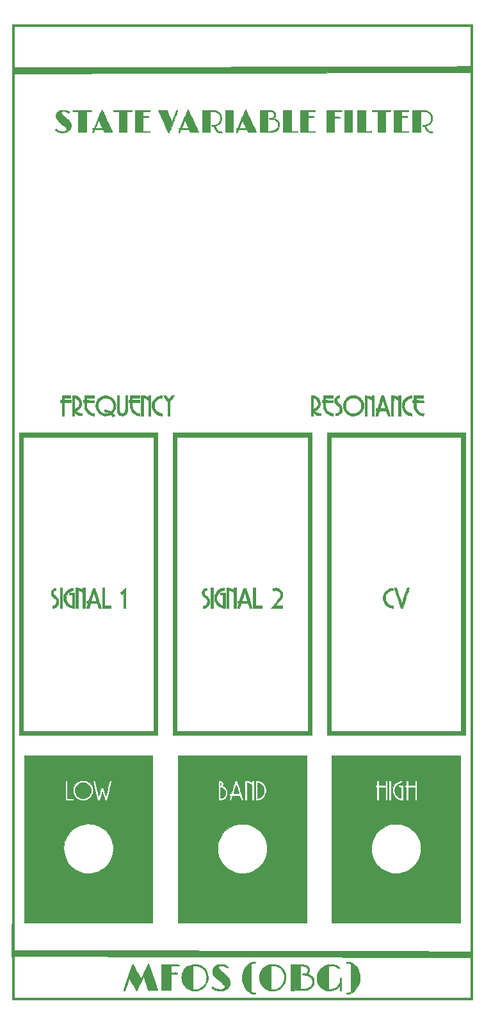
<source format=gbr>
G04 #@! TF.GenerationSoftware,KiCad,Pcbnew,5.1.5-52549c5~84~ubuntu18.04.1*
G04 #@! TF.CreationDate,2020-03-18T19:13:26-04:00*
G04 #@! TF.ProjectId,obg-SVF-panel,6f62672d-5356-4462-9d70-616e656c2e6b,rev?*
G04 #@! TF.SameCoordinates,Original*
G04 #@! TF.FileFunction,Legend,Top*
G04 #@! TF.FilePolarity,Positive*
%FSLAX46Y46*%
G04 Gerber Fmt 4.6, Leading zero omitted, Abs format (unit mm)*
G04 Created by KiCad (PCBNEW 5.1.5-52549c5~84~ubuntu18.04.1) date 2020-03-18 19:13:26*
%MOMM*%
%LPD*%
G04 APERTURE LIST*
%ADD10C,0.010000*%
G04 APERTURE END LIST*
D10*
G36*
X240795085Y-168740453D02*
G01*
X179875765Y-168740453D01*
X179875765Y-167085646D01*
X180134544Y-167085646D01*
X180134722Y-167376395D01*
X180135122Y-167639663D01*
X180135736Y-167872097D01*
X180136557Y-168070349D01*
X180137580Y-168231068D01*
X180138797Y-168350903D01*
X180140202Y-168426504D01*
X180141745Y-168454428D01*
X180150994Y-168456050D01*
X180177970Y-168457616D01*
X180223406Y-168459126D01*
X180288036Y-168460581D01*
X180372592Y-168461981D01*
X180477807Y-168463327D01*
X180604415Y-168464619D01*
X180753148Y-168465859D01*
X180924739Y-168467046D01*
X181119921Y-168468182D01*
X181339427Y-168469267D01*
X181583990Y-168470302D01*
X181854343Y-168471287D01*
X182151219Y-168472222D01*
X182475351Y-168473109D01*
X182827472Y-168473949D01*
X183208314Y-168474741D01*
X183618611Y-168475486D01*
X184059096Y-168476185D01*
X184530501Y-168476839D01*
X185033560Y-168477448D01*
X185569006Y-168478013D01*
X186137571Y-168478534D01*
X186739988Y-168479012D01*
X187376991Y-168479448D01*
X188049312Y-168479843D01*
X188757685Y-168480196D01*
X189502841Y-168480508D01*
X190285515Y-168480781D01*
X191106439Y-168481015D01*
X191966346Y-168481210D01*
X192865969Y-168481367D01*
X193806041Y-168481486D01*
X194787295Y-168481569D01*
X195810463Y-168481615D01*
X196876280Y-168481626D01*
X197985477Y-168481602D01*
X199138788Y-168481544D01*
X200336946Y-168481452D01*
X201580684Y-168481327D01*
X202870734Y-168481169D01*
X204207829Y-168480980D01*
X205592703Y-168480759D01*
X207026089Y-168480508D01*
X208508719Y-168480227D01*
X210041326Y-168479916D01*
X210340987Y-168479853D01*
X240528118Y-168473486D01*
X240534591Y-165826009D01*
X240541065Y-163178531D01*
X236924181Y-163161846D01*
X236759989Y-163161140D01*
X236546311Y-163160305D01*
X236284512Y-163159346D01*
X235975956Y-163158266D01*
X235622009Y-163157070D01*
X235224036Y-163155760D01*
X234783400Y-163154341D01*
X234301468Y-163152817D01*
X233779603Y-163151191D01*
X233219170Y-163149466D01*
X232621535Y-163147648D01*
X231988062Y-163145738D01*
X231320116Y-163143742D01*
X230619061Y-163141663D01*
X229886263Y-163139505D01*
X229123087Y-163137271D01*
X228330896Y-163134965D01*
X227511056Y-163132592D01*
X226664932Y-163130154D01*
X225793888Y-163127655D01*
X224899290Y-163125100D01*
X223982501Y-163122492D01*
X223044888Y-163119834D01*
X222087814Y-163117131D01*
X221112644Y-163114387D01*
X220120744Y-163111604D01*
X219113478Y-163108787D01*
X218092211Y-163105940D01*
X217058307Y-163103066D01*
X216013132Y-163100169D01*
X214958049Y-163097253D01*
X213894425Y-163094321D01*
X212823624Y-163091378D01*
X211747010Y-163088427D01*
X210665949Y-163085472D01*
X209581805Y-163082516D01*
X208495943Y-163079564D01*
X207409728Y-163076619D01*
X206324524Y-163073685D01*
X205241697Y-163070765D01*
X204162611Y-163067864D01*
X203088631Y-163064984D01*
X202021121Y-163062131D01*
X200961447Y-163059308D01*
X199910974Y-163056517D01*
X198871066Y-163053764D01*
X197843088Y-163051052D01*
X196828404Y-163048385D01*
X195828380Y-163045766D01*
X194844381Y-163043199D01*
X193877770Y-163040688D01*
X192929914Y-163038237D01*
X192002176Y-163035849D01*
X191095922Y-163033529D01*
X190212516Y-163031279D01*
X189353323Y-163029105D01*
X188519708Y-163027008D01*
X187713036Y-163024994D01*
X186934672Y-163023066D01*
X186185980Y-163021228D01*
X185468324Y-163019483D01*
X184783071Y-163017836D01*
X184131585Y-163016290D01*
X183537027Y-163014898D01*
X180142732Y-163007020D01*
X180136183Y-165714827D01*
X180135407Y-166082004D01*
X180134880Y-166435100D01*
X180134595Y-166770764D01*
X180134544Y-167085646D01*
X179875765Y-167085646D01*
X179875765Y-165867380D01*
X179875541Y-165360439D01*
X179874868Y-164901943D01*
X179873750Y-164492136D01*
X179872189Y-164131269D01*
X179870186Y-163819586D01*
X179867744Y-163557337D01*
X179864866Y-163344768D01*
X179861552Y-163182127D01*
X179857807Y-163069661D01*
X179853631Y-163007618D01*
X179850340Y-162994307D01*
X179840095Y-162969598D01*
X179832273Y-162898246D01*
X179827142Y-162784413D01*
X179824970Y-162632260D01*
X179824915Y-162600213D01*
X179826509Y-162441421D01*
X179831112Y-162320178D01*
X179838456Y-162240646D01*
X179848272Y-162206985D01*
X179850340Y-162206119D01*
X179851365Y-162180694D01*
X179852369Y-162104420D01*
X179853353Y-161977301D01*
X179854315Y-161799339D01*
X179855256Y-161570537D01*
X179856175Y-161290896D01*
X179857074Y-160960421D01*
X179857952Y-160579112D01*
X179858808Y-160146973D01*
X179859644Y-159664007D01*
X179860458Y-159130215D01*
X179861252Y-158545601D01*
X179862024Y-157910168D01*
X179862775Y-157223917D01*
X179863505Y-156486851D01*
X179864214Y-155698973D01*
X179864902Y-154860286D01*
X179865569Y-153970791D01*
X179866214Y-153030493D01*
X179866839Y-152039392D01*
X179867442Y-150997492D01*
X179868024Y-149904796D01*
X179868586Y-148761306D01*
X179869126Y-147567024D01*
X179869645Y-146321953D01*
X179870143Y-145026096D01*
X179870619Y-143679456D01*
X179871075Y-142282034D01*
X179871510Y-140833833D01*
X179871923Y-139334857D01*
X179872315Y-137785107D01*
X179872687Y-136184587D01*
X179873037Y-134533298D01*
X179873366Y-132831244D01*
X179873673Y-131078426D01*
X179873960Y-129274848D01*
X179874226Y-127420512D01*
X179874470Y-125515421D01*
X179874694Y-123559577D01*
X179874896Y-121552983D01*
X179875077Y-119495642D01*
X179875237Y-117387555D01*
X179875376Y-115228726D01*
X179875494Y-113019157D01*
X179875590Y-110758851D01*
X179875666Y-108447811D01*
X179875720Y-106086038D01*
X179875753Y-103673536D01*
X179875765Y-101210307D01*
X179875765Y-46399576D01*
X180130020Y-46399576D01*
X180130020Y-162206119D01*
X180403343Y-162206052D01*
X180440877Y-162206121D01*
X180528009Y-162206329D01*
X180663489Y-162206675D01*
X180846063Y-162207154D01*
X181074480Y-162207763D01*
X181347488Y-162208498D01*
X181663835Y-162209356D01*
X182022270Y-162210333D01*
X182421539Y-162211426D01*
X182860392Y-162212631D01*
X183337576Y-162213944D01*
X183851839Y-162215363D01*
X184401930Y-162216884D01*
X184986596Y-162218503D01*
X185604586Y-162220216D01*
X186254648Y-162222021D01*
X186935529Y-162223913D01*
X187645978Y-162225889D01*
X188384743Y-162227945D01*
X189150572Y-162230079D01*
X189942212Y-162232286D01*
X190758413Y-162234564D01*
X191597922Y-162236907D01*
X192459487Y-162239314D01*
X193341856Y-162241780D01*
X194243778Y-162244302D01*
X195163999Y-162246876D01*
X196101270Y-162249500D01*
X197054337Y-162252168D01*
X198021948Y-162254879D01*
X199002852Y-162257627D01*
X199995797Y-162260411D01*
X200999530Y-162263226D01*
X202012800Y-162266068D01*
X203034356Y-162268935D01*
X204062944Y-162271823D01*
X205097313Y-162274727D01*
X206136211Y-162277646D01*
X207178387Y-162280574D01*
X208222587Y-162283510D01*
X209267561Y-162286448D01*
X210312057Y-162289386D01*
X211354821Y-162292320D01*
X212394603Y-162295247D01*
X213430151Y-162298162D01*
X214460213Y-162301063D01*
X215483536Y-162303947D01*
X216498868Y-162306808D01*
X217504959Y-162309645D01*
X218500555Y-162312453D01*
X219484406Y-162315229D01*
X220455258Y-162317969D01*
X221411861Y-162320671D01*
X222352962Y-162323329D01*
X223277309Y-162325942D01*
X224183650Y-162328505D01*
X225070733Y-162331015D01*
X225937307Y-162333468D01*
X226782120Y-162335860D01*
X227603919Y-162338189D01*
X228401452Y-162340451D01*
X229173468Y-162342642D01*
X229918715Y-162344759D01*
X230635941Y-162346798D01*
X231323894Y-162348755D01*
X231981321Y-162350628D01*
X232606972Y-162352412D01*
X233199594Y-162354104D01*
X233757935Y-162355701D01*
X234280743Y-162357199D01*
X234766766Y-162358595D01*
X235214753Y-162359884D01*
X235623451Y-162361065D01*
X235991608Y-162362132D01*
X236317973Y-162363082D01*
X236601294Y-162363913D01*
X236840318Y-162364620D01*
X237033794Y-162365199D01*
X237180470Y-162365649D01*
X237210100Y-162365741D01*
X237545919Y-162366768D01*
X237881499Y-162367733D01*
X238211206Y-162368626D01*
X238529408Y-162369431D01*
X238830470Y-162370138D01*
X239108758Y-162370734D01*
X239358639Y-162371205D01*
X239574479Y-162371539D01*
X239750645Y-162371724D01*
X239879769Y-162371747D01*
X240528118Y-162371384D01*
X240528118Y-46228041D01*
X237756746Y-46235936D01*
X237598135Y-46236384D01*
X237390003Y-46236963D01*
X237133681Y-46237672D01*
X236830501Y-46238505D01*
X236481791Y-46239460D01*
X236088884Y-46240533D01*
X235653109Y-46241720D01*
X235175796Y-46243018D01*
X234658278Y-46244422D01*
X234101882Y-46245931D01*
X233507942Y-46247539D01*
X232877786Y-46249244D01*
X232212745Y-46251042D01*
X231514150Y-46252929D01*
X230783332Y-46254901D01*
X230021620Y-46256956D01*
X229230346Y-46259089D01*
X228410839Y-46261297D01*
X227564431Y-46263576D01*
X226692452Y-46265923D01*
X225796232Y-46268334D01*
X224877102Y-46270806D01*
X223936392Y-46273334D01*
X222975434Y-46275916D01*
X221995556Y-46278548D01*
X220998090Y-46281225D01*
X219984367Y-46283946D01*
X218955717Y-46286705D01*
X217913469Y-46289500D01*
X216858956Y-46292327D01*
X215793507Y-46295182D01*
X214718453Y-46298062D01*
X213635124Y-46300963D01*
X212544851Y-46303881D01*
X212242332Y-46304691D01*
X211137535Y-46307652D01*
X210035076Y-46310618D01*
X208936427Y-46313583D01*
X207843062Y-46316544D01*
X206756452Y-46319497D01*
X205678070Y-46322436D01*
X204609389Y-46325359D01*
X203551881Y-46328261D01*
X202507018Y-46331137D01*
X201476273Y-46333984D01*
X200461119Y-46336798D01*
X199463028Y-46339573D01*
X198483473Y-46342307D01*
X197523925Y-46344994D01*
X196585859Y-46347631D01*
X195670745Y-46350214D01*
X194780057Y-46352738D01*
X193915267Y-46355198D01*
X193077848Y-46357592D01*
X192269272Y-46359915D01*
X191491012Y-46362162D01*
X190744539Y-46364329D01*
X190031328Y-46366413D01*
X189352850Y-46368409D01*
X188710577Y-46370312D01*
X188105982Y-46372120D01*
X187540539Y-46373826D01*
X187015718Y-46375428D01*
X186532993Y-46376921D01*
X186093837Y-46378302D01*
X185699721Y-46379564D01*
X185352118Y-46380706D01*
X185052502Y-46381721D01*
X184814654Y-46382563D01*
X180130020Y-46399576D01*
X179875765Y-46399576D01*
X179875765Y-44204687D01*
X180134579Y-44204687D01*
X180134775Y-44495489D01*
X180135196Y-44758814D01*
X180135834Y-44991312D01*
X180136682Y-45189632D01*
X180137734Y-45350422D01*
X180138983Y-45470330D01*
X180140420Y-45546005D01*
X180141996Y-45574000D01*
X180152214Y-45578799D01*
X180180507Y-45583039D01*
X180229141Y-45586731D01*
X180300385Y-45589887D01*
X180396507Y-45592520D01*
X180519774Y-45594642D01*
X180672454Y-45596265D01*
X180856814Y-45597401D01*
X181075123Y-45598062D01*
X181329647Y-45598261D01*
X181622656Y-45598009D01*
X181956416Y-45597318D01*
X182333194Y-45596202D01*
X182755260Y-45594671D01*
X183224880Y-45592738D01*
X183453851Y-45591734D01*
X183636319Y-45590968D01*
X183868292Y-45590075D01*
X184148422Y-45589059D01*
X184475363Y-45587923D01*
X184847768Y-45586672D01*
X185264290Y-45585309D01*
X185723583Y-45583838D01*
X186224300Y-45582263D01*
X186765094Y-45580588D01*
X187344619Y-45578817D01*
X187961528Y-45576953D01*
X188614475Y-45575001D01*
X189302112Y-45572964D01*
X190023094Y-45570846D01*
X190776073Y-45568651D01*
X191559703Y-45566383D01*
X192372637Y-45564046D01*
X193213528Y-45561643D01*
X194081030Y-45559179D01*
X194973797Y-45556656D01*
X195890480Y-45554080D01*
X196829735Y-45551454D01*
X197790214Y-45548782D01*
X198770570Y-45546067D01*
X199769458Y-45543314D01*
X200785529Y-45540526D01*
X201817438Y-45537708D01*
X202863838Y-45534862D01*
X203923382Y-45531993D01*
X204994724Y-45529106D01*
X206076517Y-45526202D01*
X207167414Y-45523288D01*
X208266068Y-45520365D01*
X209371133Y-45517439D01*
X210055745Y-45515633D01*
X211166016Y-45512700D01*
X212271333Y-45509764D01*
X213370330Y-45506829D01*
X214461639Y-45503899D01*
X215543893Y-45500978D01*
X216615725Y-45498070D01*
X217675768Y-45495179D01*
X218722653Y-45492309D01*
X219755014Y-45489464D01*
X220771484Y-45486648D01*
X221770694Y-45483865D01*
X222751278Y-45481118D01*
X223711869Y-45478413D01*
X224651099Y-45475752D01*
X225567600Y-45473139D01*
X226460006Y-45470580D01*
X227326948Y-45468077D01*
X228167061Y-45465635D01*
X228978976Y-45463257D01*
X229761326Y-45460948D01*
X230512743Y-45458711D01*
X231231861Y-45456551D01*
X231917313Y-45454471D01*
X232567729Y-45452476D01*
X233181745Y-45450569D01*
X233757991Y-45448755D01*
X234295101Y-45447036D01*
X234791707Y-45445419D01*
X235246443Y-45443905D01*
X235657940Y-45442500D01*
X236024832Y-45441207D01*
X236345751Y-45440030D01*
X236619329Y-45438973D01*
X236844200Y-45438041D01*
X236949606Y-45437568D01*
X240541065Y-45420894D01*
X240534591Y-42773416D01*
X240528118Y-40125938D01*
X180142732Y-40125938D01*
X180136183Y-42833746D01*
X180135409Y-43200939D01*
X180134889Y-43554061D01*
X180134614Y-43889760D01*
X180134579Y-44204687D01*
X179875765Y-44204687D01*
X179875765Y-39858972D01*
X240795085Y-39858972D01*
X240795085Y-168740453D01*
G37*
X240795085Y-168740453D02*
X179875765Y-168740453D01*
X179875765Y-167085646D01*
X180134544Y-167085646D01*
X180134722Y-167376395D01*
X180135122Y-167639663D01*
X180135736Y-167872097D01*
X180136557Y-168070349D01*
X180137580Y-168231068D01*
X180138797Y-168350903D01*
X180140202Y-168426504D01*
X180141745Y-168454428D01*
X180150994Y-168456050D01*
X180177970Y-168457616D01*
X180223406Y-168459126D01*
X180288036Y-168460581D01*
X180372592Y-168461981D01*
X180477807Y-168463327D01*
X180604415Y-168464619D01*
X180753148Y-168465859D01*
X180924739Y-168467046D01*
X181119921Y-168468182D01*
X181339427Y-168469267D01*
X181583990Y-168470302D01*
X181854343Y-168471287D01*
X182151219Y-168472222D01*
X182475351Y-168473109D01*
X182827472Y-168473949D01*
X183208314Y-168474741D01*
X183618611Y-168475486D01*
X184059096Y-168476185D01*
X184530501Y-168476839D01*
X185033560Y-168477448D01*
X185569006Y-168478013D01*
X186137571Y-168478534D01*
X186739988Y-168479012D01*
X187376991Y-168479448D01*
X188049312Y-168479843D01*
X188757685Y-168480196D01*
X189502841Y-168480508D01*
X190285515Y-168480781D01*
X191106439Y-168481015D01*
X191966346Y-168481210D01*
X192865969Y-168481367D01*
X193806041Y-168481486D01*
X194787295Y-168481569D01*
X195810463Y-168481615D01*
X196876280Y-168481626D01*
X197985477Y-168481602D01*
X199138788Y-168481544D01*
X200336946Y-168481452D01*
X201580684Y-168481327D01*
X202870734Y-168481169D01*
X204207829Y-168480980D01*
X205592703Y-168480759D01*
X207026089Y-168480508D01*
X208508719Y-168480227D01*
X210041326Y-168479916D01*
X210340987Y-168479853D01*
X240528118Y-168473486D01*
X240534591Y-165826009D01*
X240541065Y-163178531D01*
X236924181Y-163161846D01*
X236759989Y-163161140D01*
X236546311Y-163160305D01*
X236284512Y-163159346D01*
X235975956Y-163158266D01*
X235622009Y-163157070D01*
X235224036Y-163155760D01*
X234783400Y-163154341D01*
X234301468Y-163152817D01*
X233779603Y-163151191D01*
X233219170Y-163149466D01*
X232621535Y-163147648D01*
X231988062Y-163145738D01*
X231320116Y-163143742D01*
X230619061Y-163141663D01*
X229886263Y-163139505D01*
X229123087Y-163137271D01*
X228330896Y-163134965D01*
X227511056Y-163132592D01*
X226664932Y-163130154D01*
X225793888Y-163127655D01*
X224899290Y-163125100D01*
X223982501Y-163122492D01*
X223044888Y-163119834D01*
X222087814Y-163117131D01*
X221112644Y-163114387D01*
X220120744Y-163111604D01*
X219113478Y-163108787D01*
X218092211Y-163105940D01*
X217058307Y-163103066D01*
X216013132Y-163100169D01*
X214958049Y-163097253D01*
X213894425Y-163094321D01*
X212823624Y-163091378D01*
X211747010Y-163088427D01*
X210665949Y-163085472D01*
X209581805Y-163082516D01*
X208495943Y-163079564D01*
X207409728Y-163076619D01*
X206324524Y-163073685D01*
X205241697Y-163070765D01*
X204162611Y-163067864D01*
X203088631Y-163064984D01*
X202021121Y-163062131D01*
X200961447Y-163059308D01*
X199910974Y-163056517D01*
X198871066Y-163053764D01*
X197843088Y-163051052D01*
X196828404Y-163048385D01*
X195828380Y-163045766D01*
X194844381Y-163043199D01*
X193877770Y-163040688D01*
X192929914Y-163038237D01*
X192002176Y-163035849D01*
X191095922Y-163033529D01*
X190212516Y-163031279D01*
X189353323Y-163029105D01*
X188519708Y-163027008D01*
X187713036Y-163024994D01*
X186934672Y-163023066D01*
X186185980Y-163021228D01*
X185468324Y-163019483D01*
X184783071Y-163017836D01*
X184131585Y-163016290D01*
X183537027Y-163014898D01*
X180142732Y-163007020D01*
X180136183Y-165714827D01*
X180135407Y-166082004D01*
X180134880Y-166435100D01*
X180134595Y-166770764D01*
X180134544Y-167085646D01*
X179875765Y-167085646D01*
X179875765Y-165867380D01*
X179875541Y-165360439D01*
X179874868Y-164901943D01*
X179873750Y-164492136D01*
X179872189Y-164131269D01*
X179870186Y-163819586D01*
X179867744Y-163557337D01*
X179864866Y-163344768D01*
X179861552Y-163182127D01*
X179857807Y-163069661D01*
X179853631Y-163007618D01*
X179850340Y-162994307D01*
X179840095Y-162969598D01*
X179832273Y-162898246D01*
X179827142Y-162784413D01*
X179824970Y-162632260D01*
X179824915Y-162600213D01*
X179826509Y-162441421D01*
X179831112Y-162320178D01*
X179838456Y-162240646D01*
X179848272Y-162206985D01*
X179850340Y-162206119D01*
X179851365Y-162180694D01*
X179852369Y-162104420D01*
X179853353Y-161977301D01*
X179854315Y-161799339D01*
X179855256Y-161570537D01*
X179856175Y-161290896D01*
X179857074Y-160960421D01*
X179857952Y-160579112D01*
X179858808Y-160146973D01*
X179859644Y-159664007D01*
X179860458Y-159130215D01*
X179861252Y-158545601D01*
X179862024Y-157910168D01*
X179862775Y-157223917D01*
X179863505Y-156486851D01*
X179864214Y-155698973D01*
X179864902Y-154860286D01*
X179865569Y-153970791D01*
X179866214Y-153030493D01*
X179866839Y-152039392D01*
X179867442Y-150997492D01*
X179868024Y-149904796D01*
X179868586Y-148761306D01*
X179869126Y-147567024D01*
X179869645Y-146321953D01*
X179870143Y-145026096D01*
X179870619Y-143679456D01*
X179871075Y-142282034D01*
X179871510Y-140833833D01*
X179871923Y-139334857D01*
X179872315Y-137785107D01*
X179872687Y-136184587D01*
X179873037Y-134533298D01*
X179873366Y-132831244D01*
X179873673Y-131078426D01*
X179873960Y-129274848D01*
X179874226Y-127420512D01*
X179874470Y-125515421D01*
X179874694Y-123559577D01*
X179874896Y-121552983D01*
X179875077Y-119495642D01*
X179875237Y-117387555D01*
X179875376Y-115228726D01*
X179875494Y-113019157D01*
X179875590Y-110758851D01*
X179875666Y-108447811D01*
X179875720Y-106086038D01*
X179875753Y-103673536D01*
X179875765Y-101210307D01*
X179875765Y-46399576D01*
X180130020Y-46399576D01*
X180130020Y-162206119D01*
X180403343Y-162206052D01*
X180440877Y-162206121D01*
X180528009Y-162206329D01*
X180663489Y-162206675D01*
X180846063Y-162207154D01*
X181074480Y-162207763D01*
X181347488Y-162208498D01*
X181663835Y-162209356D01*
X182022270Y-162210333D01*
X182421539Y-162211426D01*
X182860392Y-162212631D01*
X183337576Y-162213944D01*
X183851839Y-162215363D01*
X184401930Y-162216884D01*
X184986596Y-162218503D01*
X185604586Y-162220216D01*
X186254648Y-162222021D01*
X186935529Y-162223913D01*
X187645978Y-162225889D01*
X188384743Y-162227945D01*
X189150572Y-162230079D01*
X189942212Y-162232286D01*
X190758413Y-162234564D01*
X191597922Y-162236907D01*
X192459487Y-162239314D01*
X193341856Y-162241780D01*
X194243778Y-162244302D01*
X195163999Y-162246876D01*
X196101270Y-162249500D01*
X197054337Y-162252168D01*
X198021948Y-162254879D01*
X199002852Y-162257627D01*
X199995797Y-162260411D01*
X200999530Y-162263226D01*
X202012800Y-162266068D01*
X203034356Y-162268935D01*
X204062944Y-162271823D01*
X205097313Y-162274727D01*
X206136211Y-162277646D01*
X207178387Y-162280574D01*
X208222587Y-162283510D01*
X209267561Y-162286448D01*
X210312057Y-162289386D01*
X211354821Y-162292320D01*
X212394603Y-162295247D01*
X213430151Y-162298162D01*
X214460213Y-162301063D01*
X215483536Y-162303947D01*
X216498868Y-162306808D01*
X217504959Y-162309645D01*
X218500555Y-162312453D01*
X219484406Y-162315229D01*
X220455258Y-162317969D01*
X221411861Y-162320671D01*
X222352962Y-162323329D01*
X223277309Y-162325942D01*
X224183650Y-162328505D01*
X225070733Y-162331015D01*
X225937307Y-162333468D01*
X226782120Y-162335860D01*
X227603919Y-162338189D01*
X228401452Y-162340451D01*
X229173468Y-162342642D01*
X229918715Y-162344759D01*
X230635941Y-162346798D01*
X231323894Y-162348755D01*
X231981321Y-162350628D01*
X232606972Y-162352412D01*
X233199594Y-162354104D01*
X233757935Y-162355701D01*
X234280743Y-162357199D01*
X234766766Y-162358595D01*
X235214753Y-162359884D01*
X235623451Y-162361065D01*
X235991608Y-162362132D01*
X236317973Y-162363082D01*
X236601294Y-162363913D01*
X236840318Y-162364620D01*
X237033794Y-162365199D01*
X237180470Y-162365649D01*
X237210100Y-162365741D01*
X237545919Y-162366768D01*
X237881499Y-162367733D01*
X238211206Y-162368626D01*
X238529408Y-162369431D01*
X238830470Y-162370138D01*
X239108758Y-162370734D01*
X239358639Y-162371205D01*
X239574479Y-162371539D01*
X239750645Y-162371724D01*
X239879769Y-162371747D01*
X240528118Y-162371384D01*
X240528118Y-46228041D01*
X237756746Y-46235936D01*
X237598135Y-46236384D01*
X237390003Y-46236963D01*
X237133681Y-46237672D01*
X236830501Y-46238505D01*
X236481791Y-46239460D01*
X236088884Y-46240533D01*
X235653109Y-46241720D01*
X235175796Y-46243018D01*
X234658278Y-46244422D01*
X234101882Y-46245931D01*
X233507942Y-46247539D01*
X232877786Y-46249244D01*
X232212745Y-46251042D01*
X231514150Y-46252929D01*
X230783332Y-46254901D01*
X230021620Y-46256956D01*
X229230346Y-46259089D01*
X228410839Y-46261297D01*
X227564431Y-46263576D01*
X226692452Y-46265923D01*
X225796232Y-46268334D01*
X224877102Y-46270806D01*
X223936392Y-46273334D01*
X222975434Y-46275916D01*
X221995556Y-46278548D01*
X220998090Y-46281225D01*
X219984367Y-46283946D01*
X218955717Y-46286705D01*
X217913469Y-46289500D01*
X216858956Y-46292327D01*
X215793507Y-46295182D01*
X214718453Y-46298062D01*
X213635124Y-46300963D01*
X212544851Y-46303881D01*
X212242332Y-46304691D01*
X211137535Y-46307652D01*
X210035076Y-46310618D01*
X208936427Y-46313583D01*
X207843062Y-46316544D01*
X206756452Y-46319497D01*
X205678070Y-46322436D01*
X204609389Y-46325359D01*
X203551881Y-46328261D01*
X202507018Y-46331137D01*
X201476273Y-46333984D01*
X200461119Y-46336798D01*
X199463028Y-46339573D01*
X198483473Y-46342307D01*
X197523925Y-46344994D01*
X196585859Y-46347631D01*
X195670745Y-46350214D01*
X194780057Y-46352738D01*
X193915267Y-46355198D01*
X193077848Y-46357592D01*
X192269272Y-46359915D01*
X191491012Y-46362162D01*
X190744539Y-46364329D01*
X190031328Y-46366413D01*
X189352850Y-46368409D01*
X188710577Y-46370312D01*
X188105982Y-46372120D01*
X187540539Y-46373826D01*
X187015718Y-46375428D01*
X186532993Y-46376921D01*
X186093837Y-46378302D01*
X185699721Y-46379564D01*
X185352118Y-46380706D01*
X185052502Y-46381721D01*
X184814654Y-46382563D01*
X180130020Y-46399576D01*
X179875765Y-46399576D01*
X179875765Y-44204687D01*
X180134579Y-44204687D01*
X180134775Y-44495489D01*
X180135196Y-44758814D01*
X180135834Y-44991312D01*
X180136682Y-45189632D01*
X180137734Y-45350422D01*
X180138983Y-45470330D01*
X180140420Y-45546005D01*
X180141996Y-45574000D01*
X180152214Y-45578799D01*
X180180507Y-45583039D01*
X180229141Y-45586731D01*
X180300385Y-45589887D01*
X180396507Y-45592520D01*
X180519774Y-45594642D01*
X180672454Y-45596265D01*
X180856814Y-45597401D01*
X181075123Y-45598062D01*
X181329647Y-45598261D01*
X181622656Y-45598009D01*
X181956416Y-45597318D01*
X182333194Y-45596202D01*
X182755260Y-45594671D01*
X183224880Y-45592738D01*
X183453851Y-45591734D01*
X183636319Y-45590968D01*
X183868292Y-45590075D01*
X184148422Y-45589059D01*
X184475363Y-45587923D01*
X184847768Y-45586672D01*
X185264290Y-45585309D01*
X185723583Y-45583838D01*
X186224300Y-45582263D01*
X186765094Y-45580588D01*
X187344619Y-45578817D01*
X187961528Y-45576953D01*
X188614475Y-45575001D01*
X189302112Y-45572964D01*
X190023094Y-45570846D01*
X190776073Y-45568651D01*
X191559703Y-45566383D01*
X192372637Y-45564046D01*
X193213528Y-45561643D01*
X194081030Y-45559179D01*
X194973797Y-45556656D01*
X195890480Y-45554080D01*
X196829735Y-45551454D01*
X197790214Y-45548782D01*
X198770570Y-45546067D01*
X199769458Y-45543314D01*
X200785529Y-45540526D01*
X201817438Y-45537708D01*
X202863838Y-45534862D01*
X203923382Y-45531993D01*
X204994724Y-45529106D01*
X206076517Y-45526202D01*
X207167414Y-45523288D01*
X208266068Y-45520365D01*
X209371133Y-45517439D01*
X210055745Y-45515633D01*
X211166016Y-45512700D01*
X212271333Y-45509764D01*
X213370330Y-45506829D01*
X214461639Y-45503899D01*
X215543893Y-45500978D01*
X216615725Y-45498070D01*
X217675768Y-45495179D01*
X218722653Y-45492309D01*
X219755014Y-45489464D01*
X220771484Y-45486648D01*
X221770694Y-45483865D01*
X222751278Y-45481118D01*
X223711869Y-45478413D01*
X224651099Y-45475752D01*
X225567600Y-45473139D01*
X226460006Y-45470580D01*
X227326948Y-45468077D01*
X228167061Y-45465635D01*
X228978976Y-45463257D01*
X229761326Y-45460948D01*
X230512743Y-45458711D01*
X231231861Y-45456551D01*
X231917313Y-45454471D01*
X232567729Y-45452476D01*
X233181745Y-45450569D01*
X233757991Y-45448755D01*
X234295101Y-45447036D01*
X234791707Y-45445419D01*
X235246443Y-45443905D01*
X235657940Y-45442500D01*
X236024832Y-45441207D01*
X236345751Y-45440030D01*
X236619329Y-45438973D01*
X236844200Y-45438041D01*
X236949606Y-45437568D01*
X240541065Y-45420894D01*
X240534591Y-42773416D01*
X240528118Y-40125938D01*
X180142732Y-40125938D01*
X180136183Y-42833746D01*
X180135409Y-43200939D01*
X180134889Y-43554061D01*
X180134614Y-43889760D01*
X180134579Y-44204687D01*
X179875765Y-44204687D01*
X179875765Y-39858972D01*
X240795085Y-39858972D01*
X240795085Y-168740453D01*
G36*
X211975392Y-163740320D02*
G01*
X212046746Y-163762011D01*
X212083058Y-163797541D01*
X212077387Y-163845685D01*
X212074378Y-163850926D01*
X212040421Y-163879916D01*
X211974171Y-163900272D01*
X211872585Y-163914337D01*
X211763229Y-163930077D01*
X211656302Y-163953176D01*
X211589237Y-163973647D01*
X211479569Y-164015530D01*
X211479569Y-167700605D01*
X211572403Y-167739394D01*
X211650265Y-167765179D01*
X211751605Y-167790167D01*
X211820301Y-167803184D01*
X211950588Y-167828188D01*
X212035302Y-167854700D01*
X212079717Y-167884865D01*
X212089779Y-167912687D01*
X212067113Y-167960180D01*
X212004091Y-167989484D01*
X211908178Y-167999703D01*
X211786838Y-167989940D01*
X211663921Y-167963830D01*
X211435044Y-167877375D01*
X211213122Y-167745901D01*
X211004453Y-167575233D01*
X210815337Y-167371198D01*
X210652071Y-167139623D01*
X210536073Y-166920534D01*
X210438063Y-166675475D01*
X210371486Y-166435709D01*
X210331988Y-166182284D01*
X210317407Y-165969082D01*
X210323658Y-165597296D01*
X210372297Y-165253192D01*
X210463634Y-164935895D01*
X210597981Y-164644529D01*
X210775650Y-164378222D01*
X210956167Y-164175660D01*
X211141457Y-164010446D01*
X211324307Y-163888186D01*
X211515007Y-163802606D01*
X211620466Y-163770575D01*
X211755313Y-163743374D01*
X211875935Y-163733699D01*
X211975392Y-163740320D01*
G37*
X211975392Y-163740320D02*
X212046746Y-163762011D01*
X212083058Y-163797541D01*
X212077387Y-163845685D01*
X212074378Y-163850926D01*
X212040421Y-163879916D01*
X211974171Y-163900272D01*
X211872585Y-163914337D01*
X211763229Y-163930077D01*
X211656302Y-163953176D01*
X211589237Y-163973647D01*
X211479569Y-164015530D01*
X211479569Y-167700605D01*
X211572403Y-167739394D01*
X211650265Y-167765179D01*
X211751605Y-167790167D01*
X211820301Y-167803184D01*
X211950588Y-167828188D01*
X212035302Y-167854700D01*
X212079717Y-167884865D01*
X212089779Y-167912687D01*
X212067113Y-167960180D01*
X212004091Y-167989484D01*
X211908178Y-167999703D01*
X211786838Y-167989940D01*
X211663921Y-167963830D01*
X211435044Y-167877375D01*
X211213122Y-167745901D01*
X211004453Y-167575233D01*
X210815337Y-167371198D01*
X210652071Y-167139623D01*
X210536073Y-166920534D01*
X210438063Y-166675475D01*
X210371486Y-166435709D01*
X210331988Y-166182284D01*
X210317407Y-165969082D01*
X210323658Y-165597296D01*
X210372297Y-165253192D01*
X210463634Y-164935895D01*
X210597981Y-164644529D01*
X210775650Y-164378222D01*
X210956167Y-164175660D01*
X211141457Y-164010446D01*
X211324307Y-163888186D01*
X211515007Y-163802606D01*
X211620466Y-163770575D01*
X211755313Y-163743374D01*
X211875935Y-163733699D01*
X211975392Y-163740320D01*
G36*
X224434643Y-163744033D02*
G01*
X224555784Y-163769505D01*
X224800381Y-163859039D01*
X225028302Y-163994098D01*
X225236496Y-164171215D01*
X225421912Y-164386922D01*
X225581500Y-164637754D01*
X225712208Y-164920243D01*
X225797846Y-165180906D01*
X225820199Y-165269238D01*
X225836200Y-165352127D01*
X225846875Y-165441017D01*
X225853252Y-165547350D01*
X225856360Y-165682569D01*
X225857215Y-165841954D01*
X225856542Y-166013719D01*
X225853474Y-166146091D01*
X225847008Y-166250511D01*
X225836139Y-166338419D01*
X225819863Y-166421255D01*
X225799198Y-166503016D01*
X225698937Y-166798309D01*
X225565632Y-167071973D01*
X225403387Y-167319368D01*
X225216309Y-167535856D01*
X225008502Y-167716797D01*
X224784072Y-167857554D01*
X224547123Y-167953488D01*
X224505185Y-167965189D01*
X224356373Y-167995095D01*
X224237900Y-168000402D01*
X224155545Y-167981125D01*
X224131615Y-167964242D01*
X224105978Y-167917820D01*
X224106722Y-167888933D01*
X224124185Y-167862433D01*
X224159813Y-167843314D01*
X224224756Y-167827584D01*
X224319409Y-167812751D01*
X224414340Y-167795143D01*
X224522572Y-167769167D01*
X224567471Y-167756510D01*
X224701119Y-167716372D01*
X224694598Y-165858392D01*
X224688078Y-164000413D01*
X224548238Y-163956571D01*
X224440580Y-163930508D01*
X224325598Y-163913986D01*
X224275809Y-163911175D01*
X224190401Y-163905655D01*
X224141308Y-163888643D01*
X224116951Y-163860537D01*
X224106942Y-163804972D01*
X224139821Y-163764270D01*
X224209473Y-163739701D01*
X224309784Y-163732533D01*
X224434643Y-163744033D01*
G37*
X224434643Y-163744033D02*
X224555784Y-163769505D01*
X224800381Y-163859039D01*
X225028302Y-163994098D01*
X225236496Y-164171215D01*
X225421912Y-164386922D01*
X225581500Y-164637754D01*
X225712208Y-164920243D01*
X225797846Y-165180906D01*
X225820199Y-165269238D01*
X225836200Y-165352127D01*
X225846875Y-165441017D01*
X225853252Y-165547350D01*
X225856360Y-165682569D01*
X225857215Y-165841954D01*
X225856542Y-166013719D01*
X225853474Y-166146091D01*
X225847008Y-166250511D01*
X225836139Y-166338419D01*
X225819863Y-166421255D01*
X225799198Y-166503016D01*
X225698937Y-166798309D01*
X225565632Y-167071973D01*
X225403387Y-167319368D01*
X225216309Y-167535856D01*
X225008502Y-167716797D01*
X224784072Y-167857554D01*
X224547123Y-167953488D01*
X224505185Y-167965189D01*
X224356373Y-167995095D01*
X224237900Y-168000402D01*
X224155545Y-167981125D01*
X224131615Y-167964242D01*
X224105978Y-167917820D01*
X224106722Y-167888933D01*
X224124185Y-167862433D01*
X224159813Y-167843314D01*
X224224756Y-167827584D01*
X224319409Y-167812751D01*
X224414340Y-167795143D01*
X224522572Y-167769167D01*
X224567471Y-167756510D01*
X224701119Y-167716372D01*
X224694598Y-165858392D01*
X224688078Y-164000413D01*
X224548238Y-163956571D01*
X224440580Y-163930508D01*
X224325598Y-163913986D01*
X224275809Y-163911175D01*
X224190401Y-163905655D01*
X224141308Y-163888643D01*
X224116951Y-163860537D01*
X224106942Y-163804972D01*
X224139821Y-163764270D01*
X224209473Y-163739701D01*
X224309784Y-163732533D01*
X224434643Y-163744033D01*
G36*
X195834364Y-164007761D02*
G01*
X195869655Y-164070318D01*
X195923329Y-164169025D01*
X195992966Y-164299334D01*
X196076149Y-164456701D01*
X196170460Y-164636580D01*
X196273480Y-164834424D01*
X196353972Y-164989864D01*
X196461821Y-165198076D01*
X196562656Y-165391706D01*
X196654067Y-165566206D01*
X196733650Y-165717032D01*
X196798998Y-165839636D01*
X196847703Y-165929473D01*
X196877359Y-165981996D01*
X196885629Y-165994168D01*
X196899305Y-165972229D01*
X196933262Y-165909307D01*
X196985162Y-165809965D01*
X197052667Y-165678763D01*
X197133442Y-165520265D01*
X197225147Y-165339030D01*
X197325445Y-165139621D01*
X197406239Y-164978204D01*
X197511336Y-164769182D01*
X197609802Y-164576003D01*
X197699303Y-164403059D01*
X197777503Y-164254738D01*
X197842066Y-164135431D01*
X197890658Y-164049528D01*
X197920944Y-164001419D01*
X197930362Y-163992969D01*
X197941167Y-164021438D01*
X197966833Y-164093058D01*
X198005761Y-164203209D01*
X198056346Y-164347269D01*
X198116989Y-164520614D01*
X198186085Y-164718623D01*
X198262033Y-164936675D01*
X198343232Y-165170146D01*
X198428078Y-165414416D01*
X198514970Y-165664861D01*
X198602306Y-165916860D01*
X198688483Y-166165791D01*
X198771899Y-166407031D01*
X198850953Y-166635959D01*
X198924043Y-166847953D01*
X198989565Y-167038390D01*
X199045918Y-167202649D01*
X199091500Y-167336107D01*
X199124709Y-167434142D01*
X199143942Y-167492133D01*
X199148238Y-167506510D01*
X199123941Y-167510186D01*
X199055561Y-167513481D01*
X198949866Y-167516255D01*
X198813625Y-167518364D01*
X198653604Y-167519666D01*
X198505050Y-167520033D01*
X197861862Y-167520033D01*
X197570665Y-166617974D01*
X197504537Y-166414304D01*
X197442888Y-166226690D01*
X197387522Y-166060449D01*
X197340242Y-165920899D01*
X197302852Y-165813359D01*
X197277154Y-165743146D01*
X197264953Y-165715579D01*
X197264578Y-165715372D01*
X197250710Y-165737393D01*
X197217300Y-165800502D01*
X197166732Y-165899906D01*
X197101392Y-166030815D01*
X197023663Y-166188435D01*
X196935931Y-166367973D01*
X196840581Y-166564638D01*
X196796728Y-166655568D01*
X196698981Y-166858218D01*
X196608124Y-167045890D01*
X196526503Y-167213791D01*
X196456461Y-167357131D01*
X196400343Y-167471119D01*
X196360494Y-167550964D01*
X196339256Y-167591876D01*
X196336406Y-167596309D01*
X196321668Y-167575671D01*
X196288118Y-167520229D01*
X196241533Y-167439687D01*
X196211521Y-167386549D01*
X196040599Y-167081760D01*
X195892811Y-166818882D01*
X195766663Y-166595337D01*
X195660663Y-166408546D01*
X195573315Y-166255931D01*
X195503128Y-166134914D01*
X195448607Y-166042917D01*
X195408258Y-165977360D01*
X195380589Y-165935667D01*
X195364106Y-165915258D01*
X195357780Y-165912712D01*
X195345380Y-165941889D01*
X195320787Y-166011371D01*
X195286788Y-166112872D01*
X195246171Y-166238101D01*
X195210576Y-166350463D01*
X195158984Y-166512798D01*
X195104324Y-166681067D01*
X195051751Y-166839644D01*
X195006419Y-166972898D01*
X194988401Y-167024237D01*
X194945940Y-167143493D01*
X194905472Y-167257362D01*
X194872803Y-167349502D01*
X194859342Y-167387605D01*
X194821176Y-167465007D01*
X194772330Y-167526308D01*
X194756562Y-167538877D01*
X194708850Y-167565531D01*
X194678117Y-167559196D01*
X194646561Y-167524647D01*
X194624173Y-167490454D01*
X194615470Y-167452480D01*
X194622418Y-167401764D01*
X194646980Y-167329348D01*
X194691123Y-167226270D01*
X194731216Y-167138651D01*
X194755119Y-167080220D01*
X194793209Y-166978350D01*
X194843793Y-166837909D01*
X194905182Y-166663766D01*
X194975682Y-166460791D01*
X195053603Y-166233853D01*
X195137253Y-165987819D01*
X195224940Y-165727561D01*
X195311986Y-165466929D01*
X195399511Y-165204450D01*
X195482555Y-164956828D01*
X195559702Y-164728190D01*
X195629539Y-164522664D01*
X195690648Y-164344375D01*
X195741616Y-164197452D01*
X195781026Y-164086020D01*
X195807464Y-164014207D01*
X195819514Y-163986140D01*
X195819874Y-163985898D01*
X195834364Y-164007761D01*
G37*
X195834364Y-164007761D02*
X195869655Y-164070318D01*
X195923329Y-164169025D01*
X195992966Y-164299334D01*
X196076149Y-164456701D01*
X196170460Y-164636580D01*
X196273480Y-164834424D01*
X196353972Y-164989864D01*
X196461821Y-165198076D01*
X196562656Y-165391706D01*
X196654067Y-165566206D01*
X196733650Y-165717032D01*
X196798998Y-165839636D01*
X196847703Y-165929473D01*
X196877359Y-165981996D01*
X196885629Y-165994168D01*
X196899305Y-165972229D01*
X196933262Y-165909307D01*
X196985162Y-165809965D01*
X197052667Y-165678763D01*
X197133442Y-165520265D01*
X197225147Y-165339030D01*
X197325445Y-165139621D01*
X197406239Y-164978204D01*
X197511336Y-164769182D01*
X197609802Y-164576003D01*
X197699303Y-164403059D01*
X197777503Y-164254738D01*
X197842066Y-164135431D01*
X197890658Y-164049528D01*
X197920944Y-164001419D01*
X197930362Y-163992969D01*
X197941167Y-164021438D01*
X197966833Y-164093058D01*
X198005761Y-164203209D01*
X198056346Y-164347269D01*
X198116989Y-164520614D01*
X198186085Y-164718623D01*
X198262033Y-164936675D01*
X198343232Y-165170146D01*
X198428078Y-165414416D01*
X198514970Y-165664861D01*
X198602306Y-165916860D01*
X198688483Y-166165791D01*
X198771899Y-166407031D01*
X198850953Y-166635959D01*
X198924043Y-166847953D01*
X198989565Y-167038390D01*
X199045918Y-167202649D01*
X199091500Y-167336107D01*
X199124709Y-167434142D01*
X199143942Y-167492133D01*
X199148238Y-167506510D01*
X199123941Y-167510186D01*
X199055561Y-167513481D01*
X198949866Y-167516255D01*
X198813625Y-167518364D01*
X198653604Y-167519666D01*
X198505050Y-167520033D01*
X197861862Y-167520033D01*
X197570665Y-166617974D01*
X197504537Y-166414304D01*
X197442888Y-166226690D01*
X197387522Y-166060449D01*
X197340242Y-165920899D01*
X197302852Y-165813359D01*
X197277154Y-165743146D01*
X197264953Y-165715579D01*
X197264578Y-165715372D01*
X197250710Y-165737393D01*
X197217300Y-165800502D01*
X197166732Y-165899906D01*
X197101392Y-166030815D01*
X197023663Y-166188435D01*
X196935931Y-166367973D01*
X196840581Y-166564638D01*
X196796728Y-166655568D01*
X196698981Y-166858218D01*
X196608124Y-167045890D01*
X196526503Y-167213791D01*
X196456461Y-167357131D01*
X196400343Y-167471119D01*
X196360494Y-167550964D01*
X196339256Y-167591876D01*
X196336406Y-167596309D01*
X196321668Y-167575671D01*
X196288118Y-167520229D01*
X196241533Y-167439687D01*
X196211521Y-167386549D01*
X196040599Y-167081760D01*
X195892811Y-166818882D01*
X195766663Y-166595337D01*
X195660663Y-166408546D01*
X195573315Y-166255931D01*
X195503128Y-166134914D01*
X195448607Y-166042917D01*
X195408258Y-165977360D01*
X195380589Y-165935667D01*
X195364106Y-165915258D01*
X195357780Y-165912712D01*
X195345380Y-165941889D01*
X195320787Y-166011371D01*
X195286788Y-166112872D01*
X195246171Y-166238101D01*
X195210576Y-166350463D01*
X195158984Y-166512798D01*
X195104324Y-166681067D01*
X195051751Y-166839644D01*
X195006419Y-166972898D01*
X194988401Y-167024237D01*
X194945940Y-167143493D01*
X194905472Y-167257362D01*
X194872803Y-167349502D01*
X194859342Y-167387605D01*
X194821176Y-167465007D01*
X194772330Y-167526308D01*
X194756562Y-167538877D01*
X194708850Y-167565531D01*
X194678117Y-167559196D01*
X194646561Y-167524647D01*
X194624173Y-167490454D01*
X194615470Y-167452480D01*
X194622418Y-167401764D01*
X194646980Y-167329348D01*
X194691123Y-167226270D01*
X194731216Y-167138651D01*
X194755119Y-167080220D01*
X194793209Y-166978350D01*
X194843793Y-166837909D01*
X194905182Y-166663766D01*
X194975682Y-166460791D01*
X195053603Y-166233853D01*
X195137253Y-165987819D01*
X195224940Y-165727561D01*
X195311986Y-165466929D01*
X195399511Y-165204450D01*
X195482555Y-164956828D01*
X195559702Y-164728190D01*
X195629539Y-164522664D01*
X195690648Y-164344375D01*
X195741616Y-164197452D01*
X195781026Y-164086020D01*
X195807464Y-164014207D01*
X195819514Y-163986140D01*
X195819874Y-163985898D01*
X195834364Y-164007761D01*
G36*
X204418953Y-164098324D02*
G01*
X204692343Y-164171655D01*
X204945882Y-164285153D01*
X205174523Y-164436510D01*
X205373222Y-164623422D01*
X205536931Y-164843580D01*
X205550771Y-164866635D01*
X205674911Y-165126447D01*
X205756605Y-165407127D01*
X205795006Y-165700302D01*
X205789270Y-165997600D01*
X205738551Y-166290646D01*
X205705896Y-166403515D01*
X205593302Y-166671285D01*
X205439962Y-166909947D01*
X205248464Y-167117003D01*
X205021397Y-167289954D01*
X204761348Y-167426302D01*
X204576566Y-167493897D01*
X204446247Y-167523940D01*
X204283885Y-167546201D01*
X204107416Y-167559583D01*
X203934777Y-167562987D01*
X203783904Y-167555317D01*
X203718798Y-167546368D01*
X203427962Y-167469118D01*
X203164271Y-167350513D01*
X202930359Y-167193750D01*
X202728860Y-167002026D01*
X202562409Y-166778541D01*
X202433639Y-166526492D01*
X202345183Y-166249075D01*
X202299677Y-165949491D01*
X202293990Y-165816529D01*
X202298265Y-165611316D01*
X202318974Y-165436435D01*
X202360254Y-165272878D01*
X202426243Y-165101636D01*
X202470480Y-165005772D01*
X202614766Y-164762274D01*
X202796333Y-164551999D01*
X203012430Y-164376812D01*
X203201259Y-164271509D01*
X203801091Y-164271509D01*
X203801091Y-165817376D01*
X203801300Y-166150135D01*
X203801970Y-166435187D01*
X203803165Y-166675675D01*
X203804949Y-166874742D01*
X203807386Y-167035529D01*
X203810540Y-167161179D01*
X203814476Y-167254836D01*
X203819257Y-167319640D01*
X203824947Y-167358735D01*
X203831611Y-167375264D01*
X203832872Y-167376067D01*
X203891254Y-167386779D01*
X203985520Y-167390520D01*
X204101263Y-167387829D01*
X204224076Y-167379251D01*
X204339550Y-167365326D01*
X204398588Y-167354784D01*
X204657438Y-167275399D01*
X204895315Y-167152306D01*
X205107172Y-166990086D01*
X205287959Y-166793326D01*
X205432626Y-166566609D01*
X205532835Y-166325038D01*
X205573425Y-166149084D01*
X205596200Y-165945681D01*
X205600251Y-165735336D01*
X205584669Y-165538556D01*
X205571152Y-165460573D01*
X205490708Y-165195673D01*
X205368210Y-164954812D01*
X205207791Y-164742156D01*
X205013582Y-164561872D01*
X204789716Y-164418127D01*
X204540325Y-164315088D01*
X204398588Y-164278274D01*
X204263165Y-164256307D01*
X204121424Y-164243883D01*
X203990004Y-164241685D01*
X203885544Y-164250392D01*
X203858298Y-164256178D01*
X203801091Y-164271509D01*
X203201259Y-164271509D01*
X203260302Y-164238583D01*
X203537197Y-164139180D01*
X203832802Y-164081387D01*
X204130757Y-164067466D01*
X204418953Y-164098324D01*
G37*
X204418953Y-164098324D02*
X204692343Y-164171655D01*
X204945882Y-164285153D01*
X205174523Y-164436510D01*
X205373222Y-164623422D01*
X205536931Y-164843580D01*
X205550771Y-164866635D01*
X205674911Y-165126447D01*
X205756605Y-165407127D01*
X205795006Y-165700302D01*
X205789270Y-165997600D01*
X205738551Y-166290646D01*
X205705896Y-166403515D01*
X205593302Y-166671285D01*
X205439962Y-166909947D01*
X205248464Y-167117003D01*
X205021397Y-167289954D01*
X204761348Y-167426302D01*
X204576566Y-167493897D01*
X204446247Y-167523940D01*
X204283885Y-167546201D01*
X204107416Y-167559583D01*
X203934777Y-167562987D01*
X203783904Y-167555317D01*
X203718798Y-167546368D01*
X203427962Y-167469118D01*
X203164271Y-167350513D01*
X202930359Y-167193750D01*
X202728860Y-167002026D01*
X202562409Y-166778541D01*
X202433639Y-166526492D01*
X202345183Y-166249075D01*
X202299677Y-165949491D01*
X202293990Y-165816529D01*
X202298265Y-165611316D01*
X202318974Y-165436435D01*
X202360254Y-165272878D01*
X202426243Y-165101636D01*
X202470480Y-165005772D01*
X202614766Y-164762274D01*
X202796333Y-164551999D01*
X203012430Y-164376812D01*
X203201259Y-164271509D01*
X203801091Y-164271509D01*
X203801091Y-165817376D01*
X203801300Y-166150135D01*
X203801970Y-166435187D01*
X203803165Y-166675675D01*
X203804949Y-166874742D01*
X203807386Y-167035529D01*
X203810540Y-167161179D01*
X203814476Y-167254836D01*
X203819257Y-167319640D01*
X203824947Y-167358735D01*
X203831611Y-167375264D01*
X203832872Y-167376067D01*
X203891254Y-167386779D01*
X203985520Y-167390520D01*
X204101263Y-167387829D01*
X204224076Y-167379251D01*
X204339550Y-167365326D01*
X204398588Y-167354784D01*
X204657438Y-167275399D01*
X204895315Y-167152306D01*
X205107172Y-166990086D01*
X205287959Y-166793326D01*
X205432626Y-166566609D01*
X205532835Y-166325038D01*
X205573425Y-166149084D01*
X205596200Y-165945681D01*
X205600251Y-165735336D01*
X205584669Y-165538556D01*
X205571152Y-165460573D01*
X205490708Y-165195673D01*
X205368210Y-164954812D01*
X205207791Y-164742156D01*
X205013582Y-164561872D01*
X204789716Y-164418127D01*
X204540325Y-164315088D01*
X204398588Y-164278274D01*
X204263165Y-164256307D01*
X204121424Y-164243883D01*
X203990004Y-164241685D01*
X203885544Y-164250392D01*
X203858298Y-164256178D01*
X203801091Y-164271509D01*
X203201259Y-164271509D01*
X203260302Y-164238583D01*
X203537197Y-164139180D01*
X203832802Y-164081387D01*
X204130757Y-164067466D01*
X204418953Y-164098324D01*
G36*
X207757340Y-164086666D02*
G01*
X207908977Y-164110167D01*
X207957062Y-164122667D01*
X208134124Y-164185062D01*
X208272041Y-164252787D01*
X208367701Y-164323676D01*
X208417989Y-164395561D01*
X208424205Y-164447816D01*
X208398250Y-164499939D01*
X208343121Y-164513370D01*
X208262542Y-164488189D01*
X208185556Y-164442579D01*
X208004709Y-164341549D01*
X207809748Y-164280637D01*
X207588970Y-164256349D01*
X207559833Y-164255725D01*
X207446308Y-164256152D01*
X207369700Y-164262571D01*
X207316207Y-164277367D01*
X207272024Y-164302927D01*
X207267441Y-164306275D01*
X207219069Y-164353190D01*
X207195243Y-164413390D01*
X207187634Y-164477943D01*
X207185994Y-164540460D01*
X207195549Y-164588380D01*
X207223332Y-164636175D01*
X207276377Y-164698315D01*
X207314761Y-164739489D01*
X207383777Y-164808298D01*
X207480878Y-164899070D01*
X207594799Y-165001553D01*
X207714277Y-165105500D01*
X207754744Y-165139843D01*
X207988794Y-165342496D01*
X208182957Y-165523086D01*
X208340954Y-165685705D01*
X208466505Y-165834449D01*
X208563332Y-165973409D01*
X208635157Y-166106679D01*
X208636713Y-166110080D01*
X208665135Y-166182354D01*
X208682697Y-166257434D01*
X208691774Y-166350884D01*
X208694745Y-166478263D01*
X208694789Y-166490303D01*
X208693749Y-166612195D01*
X208687709Y-166700187D01*
X208673472Y-166771200D01*
X208647844Y-166842152D01*
X208614489Y-166915537D01*
X208546362Y-167035879D01*
X208463275Y-167149160D01*
X208415601Y-167201094D01*
X208282872Y-167306441D01*
X208116352Y-167402677D01*
X207933095Y-167481244D01*
X207754744Y-167532633D01*
X207643000Y-167549840D01*
X207507543Y-167561563D01*
X207365950Y-167567187D01*
X207235800Y-167566093D01*
X207134670Y-167557663D01*
X207119109Y-167554971D01*
X207065977Y-167544543D01*
X206984776Y-167528640D01*
X206928418Y-167517615D01*
X206832809Y-167491593D01*
X206717965Y-167449532D01*
X206597326Y-167397631D01*
X206484332Y-167342087D01*
X206392420Y-167289098D01*
X206335031Y-167244862D01*
X206333584Y-167243296D01*
X206294368Y-167174511D01*
X206288670Y-167103775D01*
X206313327Y-167045469D01*
X206365175Y-167013974D01*
X206384471Y-167011913D01*
X206418588Y-167026160D01*
X206477786Y-167063422D01*
X206531459Y-167102282D01*
X206694249Y-167207056D01*
X206873022Y-167288500D01*
X207060519Y-167346346D01*
X207249483Y-167380328D01*
X207432653Y-167390179D01*
X207602771Y-167375631D01*
X207752578Y-167336417D01*
X207874817Y-167272270D01*
X207962227Y-167182922D01*
X207978348Y-167155540D01*
X208009174Y-167085652D01*
X208014589Y-167027700D01*
X207997393Y-166952445D01*
X207975001Y-166897259D01*
X207936949Y-166836850D01*
X207879419Y-166767499D01*
X207798590Y-166685487D01*
X207690645Y-166587093D01*
X207551763Y-166468598D01*
X207378127Y-166326281D01*
X207243742Y-166218381D01*
X207045780Y-166057361D01*
X206884786Y-165918976D01*
X206755410Y-165797666D01*
X206652302Y-165687873D01*
X206570110Y-165584039D01*
X206503484Y-165480603D01*
X206465372Y-165409722D01*
X206426751Y-165328821D01*
X206402387Y-165261858D01*
X206389006Y-165192340D01*
X206383337Y-165103780D01*
X206382117Y-164990203D01*
X206383410Y-164867650D01*
X206389461Y-164780769D01*
X206402933Y-164714423D01*
X206426491Y-164653477D01*
X206449416Y-164607801D01*
X206568472Y-164436143D01*
X206728540Y-164294489D01*
X206929523Y-164182912D01*
X207094448Y-164122761D01*
X207232118Y-164094226D01*
X207400658Y-164078697D01*
X207581816Y-164076177D01*
X207757340Y-164086666D01*
G37*
X207757340Y-164086666D02*
X207908977Y-164110167D01*
X207957062Y-164122667D01*
X208134124Y-164185062D01*
X208272041Y-164252787D01*
X208367701Y-164323676D01*
X208417989Y-164395561D01*
X208424205Y-164447816D01*
X208398250Y-164499939D01*
X208343121Y-164513370D01*
X208262542Y-164488189D01*
X208185556Y-164442579D01*
X208004709Y-164341549D01*
X207809748Y-164280637D01*
X207588970Y-164256349D01*
X207559833Y-164255725D01*
X207446308Y-164256152D01*
X207369700Y-164262571D01*
X207316207Y-164277367D01*
X207272024Y-164302927D01*
X207267441Y-164306275D01*
X207219069Y-164353190D01*
X207195243Y-164413390D01*
X207187634Y-164477943D01*
X207185994Y-164540460D01*
X207195549Y-164588380D01*
X207223332Y-164636175D01*
X207276377Y-164698315D01*
X207314761Y-164739489D01*
X207383777Y-164808298D01*
X207480878Y-164899070D01*
X207594799Y-165001553D01*
X207714277Y-165105500D01*
X207754744Y-165139843D01*
X207988794Y-165342496D01*
X208182957Y-165523086D01*
X208340954Y-165685705D01*
X208466505Y-165834449D01*
X208563332Y-165973409D01*
X208635157Y-166106679D01*
X208636713Y-166110080D01*
X208665135Y-166182354D01*
X208682697Y-166257434D01*
X208691774Y-166350884D01*
X208694745Y-166478263D01*
X208694789Y-166490303D01*
X208693749Y-166612195D01*
X208687709Y-166700187D01*
X208673472Y-166771200D01*
X208647844Y-166842152D01*
X208614489Y-166915537D01*
X208546362Y-167035879D01*
X208463275Y-167149160D01*
X208415601Y-167201094D01*
X208282872Y-167306441D01*
X208116352Y-167402677D01*
X207933095Y-167481244D01*
X207754744Y-167532633D01*
X207643000Y-167549840D01*
X207507543Y-167561563D01*
X207365950Y-167567187D01*
X207235800Y-167566093D01*
X207134670Y-167557663D01*
X207119109Y-167554971D01*
X207065977Y-167544543D01*
X206984776Y-167528640D01*
X206928418Y-167517615D01*
X206832809Y-167491593D01*
X206717965Y-167449532D01*
X206597326Y-167397631D01*
X206484332Y-167342087D01*
X206392420Y-167289098D01*
X206335031Y-167244862D01*
X206333584Y-167243296D01*
X206294368Y-167174511D01*
X206288670Y-167103775D01*
X206313327Y-167045469D01*
X206365175Y-167013974D01*
X206384471Y-167011913D01*
X206418588Y-167026160D01*
X206477786Y-167063422D01*
X206531459Y-167102282D01*
X206694249Y-167207056D01*
X206873022Y-167288500D01*
X207060519Y-167346346D01*
X207249483Y-167380328D01*
X207432653Y-167390179D01*
X207602771Y-167375631D01*
X207752578Y-167336417D01*
X207874817Y-167272270D01*
X207962227Y-167182922D01*
X207978348Y-167155540D01*
X208009174Y-167085652D01*
X208014589Y-167027700D01*
X207997393Y-166952445D01*
X207975001Y-166897259D01*
X207936949Y-166836850D01*
X207879419Y-166767499D01*
X207798590Y-166685487D01*
X207690645Y-166587093D01*
X207551763Y-166468598D01*
X207378127Y-166326281D01*
X207243742Y-166218381D01*
X207045780Y-166057361D01*
X206884786Y-165918976D01*
X206755410Y-165797666D01*
X206652302Y-165687873D01*
X206570110Y-165584039D01*
X206503484Y-165480603D01*
X206465372Y-165409722D01*
X206426751Y-165328821D01*
X206402387Y-165261858D01*
X206389006Y-165192340D01*
X206383337Y-165103780D01*
X206382117Y-164990203D01*
X206383410Y-164867650D01*
X206389461Y-164780769D01*
X206402933Y-164714423D01*
X206426491Y-164653477D01*
X206449416Y-164607801D01*
X206568472Y-164436143D01*
X206728540Y-164294489D01*
X206929523Y-164182912D01*
X207094448Y-164122761D01*
X207232118Y-164094226D01*
X207400658Y-164078697D01*
X207581816Y-164076177D01*
X207757340Y-164086666D01*
G36*
X214549852Y-164083362D02*
G01*
X214728136Y-164104822D01*
X214892755Y-164145520D01*
X215061680Y-164209489D01*
X215185069Y-164266813D01*
X215421128Y-164409835D01*
X215624585Y-164589525D01*
X215793203Y-164801760D01*
X215924743Y-165042417D01*
X216016969Y-165307374D01*
X216067642Y-165592508D01*
X216074526Y-165893698D01*
X216073946Y-165904478D01*
X216052382Y-166130382D01*
X216012338Y-166326531D01*
X215949003Y-166512149D01*
X215888480Y-166645611D01*
X215742246Y-166885916D01*
X215557103Y-167096110D01*
X215337570Y-167272542D01*
X215088165Y-167411559D01*
X214823013Y-167506922D01*
X214676685Y-167535804D01*
X214500392Y-167553896D01*
X214312492Y-167560708D01*
X214131341Y-167555751D01*
X213975297Y-167538536D01*
X213934666Y-167530584D01*
X213659796Y-167448952D01*
X213415770Y-167332672D01*
X213318271Y-167271259D01*
X213103340Y-167095591D01*
X212922703Y-166887194D01*
X212777817Y-166652167D01*
X212670141Y-166396612D01*
X212601133Y-166126629D01*
X212572253Y-165848316D01*
X212584958Y-165567775D01*
X212640708Y-165291106D01*
X212740960Y-165024409D01*
X212768006Y-164969850D01*
X212889552Y-164779256D01*
X213048546Y-164595921D01*
X213231878Y-164432591D01*
X213426444Y-164302011D01*
X213488178Y-164269593D01*
X213494959Y-164266547D01*
X214098388Y-164266547D01*
X214098388Y-165812776D01*
X214098659Y-166088568D01*
X214099442Y-166349161D01*
X214100686Y-166590128D01*
X214102346Y-166807039D01*
X214104372Y-166995465D01*
X214106718Y-167150976D01*
X214109333Y-167269145D01*
X214112171Y-167345542D01*
X214115184Y-167375738D01*
X214115338Y-167375955D01*
X214152851Y-167387132D01*
X214228383Y-167392230D01*
X214329528Y-167391700D01*
X214443874Y-167385993D01*
X214559013Y-167375559D01*
X214662536Y-167360848D01*
X214692603Y-167355011D01*
X214945594Y-167276153D01*
X215179006Y-167153523D01*
X215387732Y-166992096D01*
X215566668Y-166796849D01*
X215710707Y-166572756D01*
X215814743Y-166324794D01*
X215839810Y-166237063D01*
X215862258Y-166106656D01*
X215874642Y-165944719D01*
X215876963Y-165769466D01*
X215869226Y-165599108D01*
X215851435Y-165451857D01*
X215839647Y-165395995D01*
X215751764Y-165143527D01*
X215623805Y-164911158D01*
X215461901Y-164709851D01*
X215448070Y-164695821D01*
X215296452Y-164557741D01*
X215147241Y-164453588D01*
X214981254Y-164371247D01*
X214862771Y-164326278D01*
X214751377Y-164295370D01*
X214617108Y-164269776D01*
X214475028Y-164251148D01*
X214340201Y-164241140D01*
X214227690Y-164241402D01*
X214165216Y-164249774D01*
X214098388Y-164266547D01*
X213494959Y-164266547D01*
X213671971Y-164187034D01*
X213837806Y-164130675D01*
X214003933Y-164096393D01*
X214188601Y-164080063D01*
X214339930Y-164077105D01*
X214549852Y-164083362D01*
G37*
X214549852Y-164083362D02*
X214728136Y-164104822D01*
X214892755Y-164145520D01*
X215061680Y-164209489D01*
X215185069Y-164266813D01*
X215421128Y-164409835D01*
X215624585Y-164589525D01*
X215793203Y-164801760D01*
X215924743Y-165042417D01*
X216016969Y-165307374D01*
X216067642Y-165592508D01*
X216074526Y-165893698D01*
X216073946Y-165904478D01*
X216052382Y-166130382D01*
X216012338Y-166326531D01*
X215949003Y-166512149D01*
X215888480Y-166645611D01*
X215742246Y-166885916D01*
X215557103Y-167096110D01*
X215337570Y-167272542D01*
X215088165Y-167411559D01*
X214823013Y-167506922D01*
X214676685Y-167535804D01*
X214500392Y-167553896D01*
X214312492Y-167560708D01*
X214131341Y-167555751D01*
X213975297Y-167538536D01*
X213934666Y-167530584D01*
X213659796Y-167448952D01*
X213415770Y-167332672D01*
X213318271Y-167271259D01*
X213103340Y-167095591D01*
X212922703Y-166887194D01*
X212777817Y-166652167D01*
X212670141Y-166396612D01*
X212601133Y-166126629D01*
X212572253Y-165848316D01*
X212584958Y-165567775D01*
X212640708Y-165291106D01*
X212740960Y-165024409D01*
X212768006Y-164969850D01*
X212889552Y-164779256D01*
X213048546Y-164595921D01*
X213231878Y-164432591D01*
X213426444Y-164302011D01*
X213488178Y-164269593D01*
X213494959Y-164266547D01*
X214098388Y-164266547D01*
X214098388Y-165812776D01*
X214098659Y-166088568D01*
X214099442Y-166349161D01*
X214100686Y-166590128D01*
X214102346Y-166807039D01*
X214104372Y-166995465D01*
X214106718Y-167150976D01*
X214109333Y-167269145D01*
X214112171Y-167345542D01*
X214115184Y-167375738D01*
X214115338Y-167375955D01*
X214152851Y-167387132D01*
X214228383Y-167392230D01*
X214329528Y-167391700D01*
X214443874Y-167385993D01*
X214559013Y-167375559D01*
X214662536Y-167360848D01*
X214692603Y-167355011D01*
X214945594Y-167276153D01*
X215179006Y-167153523D01*
X215387732Y-166992096D01*
X215566668Y-166796849D01*
X215710707Y-166572756D01*
X215814743Y-166324794D01*
X215839810Y-166237063D01*
X215862258Y-166106656D01*
X215874642Y-165944719D01*
X215876963Y-165769466D01*
X215869226Y-165599108D01*
X215851435Y-165451857D01*
X215839647Y-165395995D01*
X215751764Y-165143527D01*
X215623805Y-164911158D01*
X215461901Y-164709851D01*
X215448070Y-164695821D01*
X215296452Y-164557741D01*
X215147241Y-164453588D01*
X214981254Y-164371247D01*
X214862771Y-164326278D01*
X214751377Y-164295370D01*
X214617108Y-164269776D01*
X214475028Y-164251148D01*
X214340201Y-164241140D01*
X214227690Y-164241402D01*
X214165216Y-164249774D01*
X214098388Y-164266547D01*
X213494959Y-164266547D01*
X213671971Y-164187034D01*
X213837806Y-164130675D01*
X214003933Y-164096393D01*
X214188601Y-164080063D01*
X214339930Y-164077105D01*
X214549852Y-164083362D01*
G36*
X222351457Y-164092640D02*
G01*
X222381590Y-164097648D01*
X222569401Y-164138655D01*
X222741834Y-164192109D01*
X222893559Y-164254848D01*
X223019243Y-164323708D01*
X223113554Y-164395527D01*
X223171158Y-164467141D01*
X223186724Y-164535387D01*
X223176177Y-164568978D01*
X223128479Y-164613192D01*
X223058783Y-164614287D01*
X222971356Y-164572686D01*
X222933231Y-164544866D01*
X222853423Y-164484833D01*
X222772029Y-164428607D01*
X222750941Y-164415161D01*
X222618261Y-164351731D01*
X222452054Y-164299940D01*
X222268917Y-164262881D01*
X222085451Y-164243645D01*
X221918254Y-164245323D01*
X221869454Y-164250997D01*
X221751441Y-164268694D01*
X221751441Y-167400458D01*
X221961201Y-167385190D01*
X222237113Y-167340995D01*
X222491763Y-167251361D01*
X222721975Y-167118374D01*
X222924574Y-166944119D01*
X223096387Y-166730683D01*
X223185403Y-166580837D01*
X223231686Y-166490894D01*
X223259922Y-166424350D01*
X223273656Y-166363643D01*
X223276430Y-166291211D01*
X223271791Y-166189492D01*
X223270106Y-166161099D01*
X223266413Y-166051202D01*
X223268601Y-165958922D01*
X223276149Y-165898004D01*
X223280586Y-165885434D01*
X223320396Y-165853857D01*
X223377866Y-165842197D01*
X223428140Y-165853394D01*
X223441614Y-165866379D01*
X223445789Y-165897822D01*
X223449323Y-165972602D01*
X223452213Y-166083212D01*
X223454455Y-166222144D01*
X223456044Y-166381891D01*
X223456977Y-166554946D01*
X223457250Y-166733801D01*
X223456859Y-166910950D01*
X223455800Y-167078884D01*
X223454070Y-167230097D01*
X223451664Y-167357081D01*
X223448579Y-167452328D01*
X223444810Y-167508332D01*
X223442465Y-167519655D01*
X223403771Y-167541437D01*
X223344970Y-167542667D01*
X223292267Y-167523794D01*
X223284041Y-167516937D01*
X223271273Y-167479314D01*
X223264791Y-167396904D01*
X223264500Y-167267566D01*
X223267682Y-167154624D01*
X223279844Y-166820833D01*
X223183060Y-166935248D01*
X223041397Y-167090934D01*
X222905395Y-167213700D01*
X222776485Y-167306661D01*
X222543919Y-167428873D01*
X222284574Y-167513531D01*
X222007588Y-167559078D01*
X221722098Y-167563959D01*
X221459049Y-167531048D01*
X221207059Y-167456325D01*
X220969205Y-167337134D01*
X220753171Y-167179371D01*
X220566644Y-166988931D01*
X220417309Y-166771712D01*
X220382248Y-166704942D01*
X220295176Y-166508401D01*
X220237568Y-166327101D01*
X220204841Y-166141170D01*
X220192408Y-165930734D01*
X220191943Y-165880093D01*
X220199398Y-165666172D01*
X220225869Y-165480318D01*
X220275967Y-165302520D01*
X220354306Y-165112768D01*
X220382419Y-165053766D01*
X220502707Y-164854064D01*
X220661419Y-164661097D01*
X220846433Y-164487143D01*
X221045622Y-164344478D01*
X221129214Y-164297551D01*
X221426579Y-164171604D01*
X221731176Y-164095188D01*
X222040353Y-164068726D01*
X222351457Y-164092640D01*
G37*
X222351457Y-164092640D02*
X222381590Y-164097648D01*
X222569401Y-164138655D01*
X222741834Y-164192109D01*
X222893559Y-164254848D01*
X223019243Y-164323708D01*
X223113554Y-164395527D01*
X223171158Y-164467141D01*
X223186724Y-164535387D01*
X223176177Y-164568978D01*
X223128479Y-164613192D01*
X223058783Y-164614287D01*
X222971356Y-164572686D01*
X222933231Y-164544866D01*
X222853423Y-164484833D01*
X222772029Y-164428607D01*
X222750941Y-164415161D01*
X222618261Y-164351731D01*
X222452054Y-164299940D01*
X222268917Y-164262881D01*
X222085451Y-164243645D01*
X221918254Y-164245323D01*
X221869454Y-164250997D01*
X221751441Y-164268694D01*
X221751441Y-167400458D01*
X221961201Y-167385190D01*
X222237113Y-167340995D01*
X222491763Y-167251361D01*
X222721975Y-167118374D01*
X222924574Y-166944119D01*
X223096387Y-166730683D01*
X223185403Y-166580837D01*
X223231686Y-166490894D01*
X223259922Y-166424350D01*
X223273656Y-166363643D01*
X223276430Y-166291211D01*
X223271791Y-166189492D01*
X223270106Y-166161099D01*
X223266413Y-166051202D01*
X223268601Y-165958922D01*
X223276149Y-165898004D01*
X223280586Y-165885434D01*
X223320396Y-165853857D01*
X223377866Y-165842197D01*
X223428140Y-165853394D01*
X223441614Y-165866379D01*
X223445789Y-165897822D01*
X223449323Y-165972602D01*
X223452213Y-166083212D01*
X223454455Y-166222144D01*
X223456044Y-166381891D01*
X223456977Y-166554946D01*
X223457250Y-166733801D01*
X223456859Y-166910950D01*
X223455800Y-167078884D01*
X223454070Y-167230097D01*
X223451664Y-167357081D01*
X223448579Y-167452328D01*
X223444810Y-167508332D01*
X223442465Y-167519655D01*
X223403771Y-167541437D01*
X223344970Y-167542667D01*
X223292267Y-167523794D01*
X223284041Y-167516937D01*
X223271273Y-167479314D01*
X223264791Y-167396904D01*
X223264500Y-167267566D01*
X223267682Y-167154624D01*
X223279844Y-166820833D01*
X223183060Y-166935248D01*
X223041397Y-167090934D01*
X222905395Y-167213700D01*
X222776485Y-167306661D01*
X222543919Y-167428873D01*
X222284574Y-167513531D01*
X222007588Y-167559078D01*
X221722098Y-167563959D01*
X221459049Y-167531048D01*
X221207059Y-167456325D01*
X220969205Y-167337134D01*
X220753171Y-167179371D01*
X220566644Y-166988931D01*
X220417309Y-166771712D01*
X220382248Y-166704942D01*
X220295176Y-166508401D01*
X220237568Y-166327101D01*
X220204841Y-166141170D01*
X220192408Y-165930734D01*
X220191943Y-165880093D01*
X220199398Y-165666172D01*
X220225869Y-165480318D01*
X220275967Y-165302520D01*
X220354306Y-165112768D01*
X220382419Y-165053766D01*
X220502707Y-164854064D01*
X220661419Y-164661097D01*
X220846433Y-164487143D01*
X221045622Y-164344478D01*
X221129214Y-164297551D01*
X221426579Y-164171604D01*
X221731176Y-164095188D01*
X222040353Y-164068726D01*
X222351457Y-164092640D01*
G36*
X200817194Y-164119125D02*
G01*
X201091323Y-164120801D01*
X201319016Y-164122549D01*
X201504690Y-164124558D01*
X201652760Y-164127020D01*
X201767642Y-164130123D01*
X201853750Y-164134058D01*
X201915502Y-164139014D01*
X201957312Y-164145182D01*
X201983596Y-164152751D01*
X201998770Y-164161910D01*
X202005703Y-164170233D01*
X202020176Y-164224846D01*
X202005682Y-164259222D01*
X201992665Y-164273862D01*
X201970289Y-164284681D01*
X201931973Y-164292080D01*
X201871138Y-164296461D01*
X201781206Y-164298225D01*
X201655596Y-164297775D01*
X201487729Y-164295512D01*
X201427384Y-164294527D01*
X200877167Y-164285337D01*
X200877167Y-165158599D01*
X201305324Y-165153014D01*
X201449150Y-165152199D01*
X201575989Y-165153482D01*
X201676772Y-165156611D01*
X201742427Y-165161337D01*
X201762982Y-165165662D01*
X201789417Y-165207555D01*
X201785207Y-165264847D01*
X201761972Y-165302935D01*
X201728274Y-165315740D01*
X201654442Y-165324922D01*
X201537304Y-165330693D01*
X201373688Y-165333263D01*
X201304314Y-165333446D01*
X200877167Y-165333446D01*
X200877167Y-167520033D01*
X199656746Y-167520033D01*
X199656746Y-164112513D01*
X200817194Y-164119125D01*
G37*
X200817194Y-164119125D02*
X201091323Y-164120801D01*
X201319016Y-164122549D01*
X201504690Y-164124558D01*
X201652760Y-164127020D01*
X201767642Y-164130123D01*
X201853750Y-164134058D01*
X201915502Y-164139014D01*
X201957312Y-164145182D01*
X201983596Y-164152751D01*
X201998770Y-164161910D01*
X202005703Y-164170233D01*
X202020176Y-164224846D01*
X202005682Y-164259222D01*
X201992665Y-164273862D01*
X201970289Y-164284681D01*
X201931973Y-164292080D01*
X201871138Y-164296461D01*
X201781206Y-164298225D01*
X201655596Y-164297775D01*
X201487729Y-164295512D01*
X201427384Y-164294527D01*
X200877167Y-164285337D01*
X200877167Y-165158599D01*
X201305324Y-165153014D01*
X201449150Y-165152199D01*
X201575989Y-165153482D01*
X201676772Y-165156611D01*
X201742427Y-165161337D01*
X201762982Y-165165662D01*
X201789417Y-165207555D01*
X201785207Y-165264847D01*
X201761972Y-165302935D01*
X201728274Y-165315740D01*
X201654442Y-165324922D01*
X201537304Y-165330693D01*
X201373688Y-165333263D01*
X201304314Y-165333446D01*
X200877167Y-165333446D01*
X200877167Y-167520033D01*
X199656746Y-167520033D01*
X199656746Y-164112513D01*
X200817194Y-164119125D01*
G36*
X217677017Y-164118806D02*
G01*
X217920970Y-164121649D01*
X218119728Y-164124643D01*
X218278944Y-164128099D01*
X218404274Y-164132324D01*
X218501373Y-164137629D01*
X218575894Y-164144324D01*
X218633493Y-164152716D01*
X218679825Y-164163116D01*
X218720544Y-164175833D01*
X218720736Y-164175900D01*
X218855018Y-164241865D01*
X218982595Y-164337612D01*
X219087023Y-164449306D01*
X219135019Y-164524530D01*
X219179660Y-164664312D01*
X219185508Y-164820377D01*
X219155161Y-164979470D01*
X219091218Y-165128335D01*
X218996275Y-165253714D01*
X218991128Y-165258773D01*
X218903865Y-165343352D01*
X219055869Y-165390015D01*
X219246221Y-165470587D01*
X219420506Y-165586728D01*
X219569921Y-165730077D01*
X219685662Y-165892272D01*
X219756075Y-166055073D01*
X219775858Y-166149011D01*
X219789481Y-166265930D01*
X219793683Y-166363176D01*
X219770996Y-166600786D01*
X219703580Y-166814945D01*
X219592399Y-167004512D01*
X219438422Y-167168344D01*
X219242614Y-167305300D01*
X219005941Y-167414238D01*
X218865655Y-167459830D01*
X218818490Y-167471382D01*
X218762010Y-167480966D01*
X218690820Y-167488841D01*
X218599522Y-167495265D01*
X218482719Y-167500497D01*
X218335016Y-167504795D01*
X218151014Y-167508419D01*
X217925318Y-167511626D01*
X217740580Y-167513752D01*
X216768058Y-167524215D01*
X216768058Y-164291004D01*
X217988478Y-164291004D01*
X217988478Y-167342055D01*
X218240496Y-167342055D01*
X218378868Y-167337792D01*
X218526444Y-167326448D01*
X218657384Y-167310186D01*
X218691797Y-167304251D01*
X218927052Y-167239870D01*
X219134047Y-167143042D01*
X219308050Y-167017214D01*
X219444328Y-166865831D01*
X219538150Y-166692341D01*
X219540527Y-166686120D01*
X219577679Y-166533016D01*
X219587378Y-166358579D01*
X219570244Y-166183831D01*
X219526897Y-166029797D01*
X219520755Y-166015466D01*
X219417887Y-165845225D01*
X219276870Y-165706226D01*
X219100895Y-165600100D01*
X218893153Y-165528477D01*
X218656835Y-165492989D01*
X218492621Y-165489977D01*
X218363118Y-165487716D01*
X218277991Y-165470799D01*
X218232340Y-165437119D01*
X218221263Y-165384567D01*
X218222436Y-165373809D01*
X218230929Y-165347599D01*
X218254168Y-165330514D01*
X218302417Y-165319521D01*
X218385938Y-165311587D01*
X218446136Y-165307698D01*
X218607964Y-165288364D01*
X218731318Y-165249122D01*
X218826415Y-165184728D01*
X218903470Y-165089942D01*
X218918547Y-165065290D01*
X218964625Y-164964450D01*
X218982619Y-164855950D01*
X218983702Y-164811945D01*
X218963781Y-164656144D01*
X218903577Y-164528556D01*
X218802432Y-164428747D01*
X218659688Y-164356287D01*
X218474684Y-164310744D01*
X218246761Y-164291686D01*
X218188411Y-164291004D01*
X217988478Y-164291004D01*
X216768058Y-164291004D01*
X216768058Y-164109088D01*
X217677017Y-164118806D01*
G37*
X217677017Y-164118806D02*
X217920970Y-164121649D01*
X218119728Y-164124643D01*
X218278944Y-164128099D01*
X218404274Y-164132324D01*
X218501373Y-164137629D01*
X218575894Y-164144324D01*
X218633493Y-164152716D01*
X218679825Y-164163116D01*
X218720544Y-164175833D01*
X218720736Y-164175900D01*
X218855018Y-164241865D01*
X218982595Y-164337612D01*
X219087023Y-164449306D01*
X219135019Y-164524530D01*
X219179660Y-164664312D01*
X219185508Y-164820377D01*
X219155161Y-164979470D01*
X219091218Y-165128335D01*
X218996275Y-165253714D01*
X218991128Y-165258773D01*
X218903865Y-165343352D01*
X219055869Y-165390015D01*
X219246221Y-165470587D01*
X219420506Y-165586728D01*
X219569921Y-165730077D01*
X219685662Y-165892272D01*
X219756075Y-166055073D01*
X219775858Y-166149011D01*
X219789481Y-166265930D01*
X219793683Y-166363176D01*
X219770996Y-166600786D01*
X219703580Y-166814945D01*
X219592399Y-167004512D01*
X219438422Y-167168344D01*
X219242614Y-167305300D01*
X219005941Y-167414238D01*
X218865655Y-167459830D01*
X218818490Y-167471382D01*
X218762010Y-167480966D01*
X218690820Y-167488841D01*
X218599522Y-167495265D01*
X218482719Y-167500497D01*
X218335016Y-167504795D01*
X218151014Y-167508419D01*
X217925318Y-167511626D01*
X217740580Y-167513752D01*
X216768058Y-167524215D01*
X216768058Y-164291004D01*
X217988478Y-164291004D01*
X217988478Y-167342055D01*
X218240496Y-167342055D01*
X218378868Y-167337792D01*
X218526444Y-167326448D01*
X218657384Y-167310186D01*
X218691797Y-167304251D01*
X218927052Y-167239870D01*
X219134047Y-167143042D01*
X219308050Y-167017214D01*
X219444328Y-166865831D01*
X219538150Y-166692341D01*
X219540527Y-166686120D01*
X219577679Y-166533016D01*
X219587378Y-166358579D01*
X219570244Y-166183831D01*
X219526897Y-166029797D01*
X219520755Y-166015466D01*
X219417887Y-165845225D01*
X219276870Y-165706226D01*
X219100895Y-165600100D01*
X218893153Y-165528477D01*
X218656835Y-165492989D01*
X218492621Y-165489977D01*
X218363118Y-165487716D01*
X218277991Y-165470799D01*
X218232340Y-165437119D01*
X218221263Y-165384567D01*
X218222436Y-165373809D01*
X218230929Y-165347599D01*
X218254168Y-165330514D01*
X218302417Y-165319521D01*
X218385938Y-165311587D01*
X218446136Y-165307698D01*
X218607964Y-165288364D01*
X218731318Y-165249122D01*
X218826415Y-165184728D01*
X218903470Y-165089942D01*
X218918547Y-165065290D01*
X218964625Y-164964450D01*
X218982619Y-164855950D01*
X218983702Y-164811945D01*
X218963781Y-164656144D01*
X218903577Y-164528556D01*
X218802432Y-164428747D01*
X218659688Y-164356287D01*
X218474684Y-164310744D01*
X218246761Y-164291686D01*
X218188411Y-164291004D01*
X217988478Y-164291004D01*
X216768058Y-164291004D01*
X216768058Y-164109088D01*
X217677017Y-164118806D01*
G36*
X198487177Y-158570283D02*
G01*
X181502993Y-158570283D01*
X181502993Y-148780344D01*
X186715205Y-148780344D01*
X186738607Y-149195101D01*
X186809083Y-149591157D01*
X186927037Y-149969588D01*
X187092870Y-150331473D01*
X187306988Y-150677888D01*
X187534803Y-150969784D01*
X187790111Y-151229385D01*
X188083034Y-151461753D01*
X188405972Y-151662929D01*
X188751325Y-151828950D01*
X189111493Y-151955855D01*
X189478876Y-152039682D01*
X189626893Y-152060348D01*
X189799208Y-152072024D01*
X190001842Y-152073351D01*
X190215492Y-152065101D01*
X190420858Y-152048044D01*
X190598637Y-152022953D01*
X190608591Y-152021098D01*
X190991535Y-151923410D01*
X191356275Y-151780936D01*
X191699475Y-151597082D01*
X192017794Y-151375254D01*
X192307896Y-151118861D01*
X192566440Y-150831309D01*
X192790089Y-150516005D01*
X192975503Y-150176355D01*
X193119345Y-149815768D01*
X193218276Y-149437649D01*
X193235702Y-149340155D01*
X193259122Y-149141803D01*
X193271349Y-148916755D01*
X193272383Y-148683237D01*
X193262224Y-148459477D01*
X193240874Y-148263702D01*
X193235665Y-148231822D01*
X193142899Y-147841670D01*
X193005816Y-147471991D01*
X192827664Y-147125521D01*
X192611688Y-146804994D01*
X192361137Y-146513146D01*
X192079257Y-146252712D01*
X191769295Y-146026426D01*
X191434497Y-145837026D01*
X191078111Y-145687244D01*
X190703384Y-145579818D01*
X190313561Y-145517481D01*
X189995085Y-145501914D01*
X189595289Y-145526568D01*
X189206897Y-145598811D01*
X188833497Y-145716062D01*
X188478675Y-145875741D01*
X188146020Y-146075269D01*
X187839120Y-146312065D01*
X187561561Y-146583549D01*
X187316933Y-146887142D01*
X187108822Y-147220263D01*
X186940817Y-147580332D01*
X186882708Y-147740082D01*
X186796474Y-148038115D01*
X186742715Y-148326784D01*
X186717887Y-148628090D01*
X186715205Y-148780344D01*
X181502993Y-148780344D01*
X181502993Y-139780893D01*
X186893183Y-139780893D01*
X186893183Y-142425138D01*
X188062752Y-142425138D01*
X188062752Y-142145458D01*
X187198288Y-142145458D01*
X187198288Y-141034677D01*
X187913483Y-141034677D01*
X187921236Y-141258793D01*
X187973852Y-141482764D01*
X188058258Y-141687800D01*
X188184069Y-141892240D01*
X188349106Y-142075991D01*
X188543731Y-142231066D01*
X188758308Y-142349477D01*
X188930073Y-142410377D01*
X189080344Y-142437205D01*
X189253623Y-142447121D01*
X189426788Y-142440009D01*
X189576718Y-142415756D01*
X189584948Y-142413626D01*
X189820364Y-142325402D01*
X190037473Y-142193861D01*
X190229824Y-142025137D01*
X190390965Y-141825363D01*
X190514446Y-141600673D01*
X190557292Y-141489239D01*
X190599676Y-141305873D01*
X190614671Y-141104543D01*
X190602282Y-140904880D01*
X190562511Y-140726516D01*
X190557152Y-140710953D01*
X190448215Y-140474827D01*
X190301133Y-140261645D01*
X190122274Y-140077709D01*
X189918007Y-139929318D01*
X189694703Y-139822772D01*
X189640963Y-139804737D01*
X189532827Y-139780893D01*
X190535285Y-139780893D01*
X190865857Y-141103016D01*
X191196429Y-142425138D01*
X191339451Y-142424982D01*
X191482472Y-142424827D01*
X191632076Y-141884692D01*
X191676483Y-141726327D01*
X191717300Y-141584461D01*
X191752324Y-141466448D01*
X191779357Y-141379643D01*
X191796197Y-141331401D01*
X191799750Y-141324351D01*
X191811502Y-141341800D01*
X191834645Y-141401734D01*
X191867026Y-141497625D01*
X191906494Y-141622944D01*
X191950895Y-141771162D01*
X191978272Y-141865792D01*
X192138724Y-142427439D01*
X192278603Y-142419932D01*
X192418483Y-142412425D01*
X192744599Y-141128441D01*
X192807339Y-140880856D01*
X192866128Y-140647775D01*
X192919794Y-140433918D01*
X192967166Y-140244005D01*
X193007072Y-140082758D01*
X193038340Y-139954896D01*
X193059800Y-139865139D01*
X193070279Y-139818210D01*
X193071138Y-139812675D01*
X193049905Y-139792476D01*
X192983472Y-139782382D01*
X192924277Y-139780893D01*
X192776992Y-139780893D01*
X192539743Y-140766129D01*
X192487264Y-140983054D01*
X192437914Y-141185126D01*
X192393067Y-141366854D01*
X192354099Y-141522752D01*
X192322384Y-141647329D01*
X192299298Y-141735097D01*
X192286217Y-141780568D01*
X192284426Y-141785183D01*
X192272551Y-141771982D01*
X192249313Y-141715479D01*
X192216665Y-141621449D01*
X192176559Y-141495666D01*
X192130947Y-141343906D01*
X192105648Y-141256455D01*
X191944939Y-140693907D01*
X191665299Y-140708921D01*
X191514002Y-141242855D01*
X191468983Y-141399961D01*
X191427786Y-141540394D01*
X191392642Y-141656819D01*
X191365781Y-141741901D01*
X191349433Y-141788303D01*
X191346312Y-141794418D01*
X191336878Y-141774626D01*
X191317070Y-141710622D01*
X191288284Y-141607661D01*
X191251914Y-141471002D01*
X191209356Y-141305901D01*
X191162006Y-141117615D01*
X191111257Y-140911402D01*
X191103402Y-140879102D01*
X191051524Y-140665703D01*
X191002627Y-140465081D01*
X190958192Y-140283273D01*
X190919701Y-140126319D01*
X190888634Y-140000257D01*
X190866473Y-139911126D01*
X190854699Y-139864965D01*
X190854309Y-139863526D01*
X190839170Y-139817238D01*
X190816816Y-139792573D01*
X190773187Y-139782727D01*
X190694221Y-139780897D01*
X190683509Y-139780893D01*
X190535285Y-139780893D01*
X189532827Y-139780893D01*
X189493938Y-139772318D01*
X189324637Y-139755342D01*
X189153540Y-139754480D01*
X189001123Y-139770399D01*
X188948177Y-139782096D01*
X188720024Y-139868327D01*
X188507571Y-139996485D01*
X188317695Y-140159563D01*
X188157267Y-140350553D01*
X188033163Y-140562448D01*
X187952257Y-140788241D01*
X187949349Y-140800277D01*
X187913483Y-141034677D01*
X187198288Y-141034677D01*
X187198288Y-139780893D01*
X186893183Y-139780893D01*
X181502993Y-139780893D01*
X181502993Y-136475588D01*
X198487177Y-136475588D01*
X198487177Y-158570283D01*
G37*
X198487177Y-158570283D02*
X181502993Y-158570283D01*
X181502993Y-148780344D01*
X186715205Y-148780344D01*
X186738607Y-149195101D01*
X186809083Y-149591157D01*
X186927037Y-149969588D01*
X187092870Y-150331473D01*
X187306988Y-150677888D01*
X187534803Y-150969784D01*
X187790111Y-151229385D01*
X188083034Y-151461753D01*
X188405972Y-151662929D01*
X188751325Y-151828950D01*
X189111493Y-151955855D01*
X189478876Y-152039682D01*
X189626893Y-152060348D01*
X189799208Y-152072024D01*
X190001842Y-152073351D01*
X190215492Y-152065101D01*
X190420858Y-152048044D01*
X190598637Y-152022953D01*
X190608591Y-152021098D01*
X190991535Y-151923410D01*
X191356275Y-151780936D01*
X191699475Y-151597082D01*
X192017794Y-151375254D01*
X192307896Y-151118861D01*
X192566440Y-150831309D01*
X192790089Y-150516005D01*
X192975503Y-150176355D01*
X193119345Y-149815768D01*
X193218276Y-149437649D01*
X193235702Y-149340155D01*
X193259122Y-149141803D01*
X193271349Y-148916755D01*
X193272383Y-148683237D01*
X193262224Y-148459477D01*
X193240874Y-148263702D01*
X193235665Y-148231822D01*
X193142899Y-147841670D01*
X193005816Y-147471991D01*
X192827664Y-147125521D01*
X192611688Y-146804994D01*
X192361137Y-146513146D01*
X192079257Y-146252712D01*
X191769295Y-146026426D01*
X191434497Y-145837026D01*
X191078111Y-145687244D01*
X190703384Y-145579818D01*
X190313561Y-145517481D01*
X189995085Y-145501914D01*
X189595289Y-145526568D01*
X189206897Y-145598811D01*
X188833497Y-145716062D01*
X188478675Y-145875741D01*
X188146020Y-146075269D01*
X187839120Y-146312065D01*
X187561561Y-146583549D01*
X187316933Y-146887142D01*
X187108822Y-147220263D01*
X186940817Y-147580332D01*
X186882708Y-147740082D01*
X186796474Y-148038115D01*
X186742715Y-148326784D01*
X186717887Y-148628090D01*
X186715205Y-148780344D01*
X181502993Y-148780344D01*
X181502993Y-139780893D01*
X186893183Y-139780893D01*
X186893183Y-142425138D01*
X188062752Y-142425138D01*
X188062752Y-142145458D01*
X187198288Y-142145458D01*
X187198288Y-141034677D01*
X187913483Y-141034677D01*
X187921236Y-141258793D01*
X187973852Y-141482764D01*
X188058258Y-141687800D01*
X188184069Y-141892240D01*
X188349106Y-142075991D01*
X188543731Y-142231066D01*
X188758308Y-142349477D01*
X188930073Y-142410377D01*
X189080344Y-142437205D01*
X189253623Y-142447121D01*
X189426788Y-142440009D01*
X189576718Y-142415756D01*
X189584948Y-142413626D01*
X189820364Y-142325402D01*
X190037473Y-142193861D01*
X190229824Y-142025137D01*
X190390965Y-141825363D01*
X190514446Y-141600673D01*
X190557292Y-141489239D01*
X190599676Y-141305873D01*
X190614671Y-141104543D01*
X190602282Y-140904880D01*
X190562511Y-140726516D01*
X190557152Y-140710953D01*
X190448215Y-140474827D01*
X190301133Y-140261645D01*
X190122274Y-140077709D01*
X189918007Y-139929318D01*
X189694703Y-139822772D01*
X189640963Y-139804737D01*
X189532827Y-139780893D01*
X190535285Y-139780893D01*
X190865857Y-141103016D01*
X191196429Y-142425138D01*
X191339451Y-142424982D01*
X191482472Y-142424827D01*
X191632076Y-141884692D01*
X191676483Y-141726327D01*
X191717300Y-141584461D01*
X191752324Y-141466448D01*
X191779357Y-141379643D01*
X191796197Y-141331401D01*
X191799750Y-141324351D01*
X191811502Y-141341800D01*
X191834645Y-141401734D01*
X191867026Y-141497625D01*
X191906494Y-141622944D01*
X191950895Y-141771162D01*
X191978272Y-141865792D01*
X192138724Y-142427439D01*
X192278603Y-142419932D01*
X192418483Y-142412425D01*
X192744599Y-141128441D01*
X192807339Y-140880856D01*
X192866128Y-140647775D01*
X192919794Y-140433918D01*
X192967166Y-140244005D01*
X193007072Y-140082758D01*
X193038340Y-139954896D01*
X193059800Y-139865139D01*
X193070279Y-139818210D01*
X193071138Y-139812675D01*
X193049905Y-139792476D01*
X192983472Y-139782382D01*
X192924277Y-139780893D01*
X192776992Y-139780893D01*
X192539743Y-140766129D01*
X192487264Y-140983054D01*
X192437914Y-141185126D01*
X192393067Y-141366854D01*
X192354099Y-141522752D01*
X192322384Y-141647329D01*
X192299298Y-141735097D01*
X192286217Y-141780568D01*
X192284426Y-141785183D01*
X192272551Y-141771982D01*
X192249313Y-141715479D01*
X192216665Y-141621449D01*
X192176559Y-141495666D01*
X192130947Y-141343906D01*
X192105648Y-141256455D01*
X191944939Y-140693907D01*
X191665299Y-140708921D01*
X191514002Y-141242855D01*
X191468983Y-141399961D01*
X191427786Y-141540394D01*
X191392642Y-141656819D01*
X191365781Y-141741901D01*
X191349433Y-141788303D01*
X191346312Y-141794418D01*
X191336878Y-141774626D01*
X191317070Y-141710622D01*
X191288284Y-141607661D01*
X191251914Y-141471002D01*
X191209356Y-141305901D01*
X191162006Y-141117615D01*
X191111257Y-140911402D01*
X191103402Y-140879102D01*
X191051524Y-140665703D01*
X191002627Y-140465081D01*
X190958192Y-140283273D01*
X190919701Y-140126319D01*
X190888634Y-140000257D01*
X190866473Y-139911126D01*
X190854699Y-139864965D01*
X190854309Y-139863526D01*
X190839170Y-139817238D01*
X190816816Y-139792573D01*
X190773187Y-139782727D01*
X190694221Y-139780897D01*
X190683509Y-139780893D01*
X190535285Y-139780893D01*
X189532827Y-139780893D01*
X189493938Y-139772318D01*
X189324637Y-139755342D01*
X189153540Y-139754480D01*
X189001123Y-139770399D01*
X188948177Y-139782096D01*
X188720024Y-139868327D01*
X188507571Y-139996485D01*
X188317695Y-140159563D01*
X188157267Y-140350553D01*
X188033163Y-140562448D01*
X187952257Y-140788241D01*
X187949349Y-140800277D01*
X187913483Y-141034677D01*
X187198288Y-141034677D01*
X187198288Y-139780893D01*
X186893183Y-139780893D01*
X181502993Y-139780893D01*
X181502993Y-136475588D01*
X198487177Y-136475588D01*
X198487177Y-158570283D01*
G36*
X218827517Y-158570283D02*
G01*
X201843333Y-158570283D01*
X201843333Y-148833201D01*
X207057022Y-148833201D01*
X207063222Y-149049673D01*
X207078863Y-149244807D01*
X207093463Y-149348225D01*
X207185498Y-149731727D01*
X207324653Y-150106013D01*
X207507223Y-150463513D01*
X207729504Y-150796652D01*
X207907377Y-151012001D01*
X208163553Y-151261334D01*
X208457770Y-151486605D01*
X208780703Y-151682254D01*
X209123027Y-151842721D01*
X209475418Y-151962445D01*
X209522289Y-151974935D01*
X209857029Y-152044946D01*
X210180666Y-152077119D01*
X210513241Y-152072950D01*
X210664656Y-152060288D01*
X211063399Y-151994260D01*
X211448046Y-151880734D01*
X211814768Y-151722018D01*
X212159732Y-151520420D01*
X212479107Y-151278245D01*
X212769060Y-150997802D01*
X213025760Y-150681398D01*
X213077062Y-150607679D01*
X213262104Y-150291015D01*
X213411007Y-149944814D01*
X213521198Y-149577743D01*
X213590103Y-149198466D01*
X213615148Y-148815646D01*
X213615203Y-148796083D01*
X213591309Y-148380236D01*
X213520058Y-147982814D01*
X213401672Y-147604356D01*
X213236373Y-147245403D01*
X213024384Y-146906495D01*
X212765927Y-146588170D01*
X212661851Y-146479021D01*
X212355653Y-146203910D01*
X212027954Y-145974268D01*
X211676261Y-145788738D01*
X211298080Y-145645967D01*
X210971061Y-145560830D01*
X210850536Y-145539676D01*
X210715086Y-145525510D01*
X210553101Y-145517489D01*
X210352972Y-145514772D01*
X210335425Y-145514759D01*
X210095868Y-145518988D01*
X209890902Y-145533233D01*
X209704852Y-145559830D01*
X209522043Y-145601118D01*
X209326797Y-145659432D01*
X209295501Y-145669781D01*
X208924519Y-145819971D01*
X208577878Y-146012776D01*
X208258649Y-146244620D01*
X207969901Y-146511929D01*
X207714704Y-146811129D01*
X207496130Y-147138645D01*
X207317247Y-147490904D01*
X207181127Y-147864330D01*
X207094844Y-148231822D01*
X207072854Y-148406670D01*
X207060240Y-148612998D01*
X207057022Y-148833201D01*
X201843333Y-148833201D01*
X201843333Y-139780893D01*
X207157247Y-139780893D01*
X207157247Y-142431203D01*
X207392432Y-142420877D01*
X207405769Y-142419995D01*
X208556140Y-142419995D01*
X208578960Y-142422826D01*
X208638877Y-142422643D01*
X208711277Y-142419995D01*
X208866909Y-142412425D01*
X208961511Y-142107320D01*
X209056114Y-141802215D01*
X209988475Y-141802215D01*
X210173669Y-142412425D01*
X210329216Y-142419953D01*
X210484764Y-142427481D01*
X210427251Y-142241975D01*
X210407842Y-142179468D01*
X210375134Y-142074246D01*
X210330942Y-141932146D01*
X210277083Y-141759004D01*
X210215373Y-141560658D01*
X210147626Y-141342945D01*
X210075660Y-141111701D01*
X210015695Y-140919043D01*
X209661651Y-139781618D01*
X209521811Y-139781313D01*
X209381972Y-139781009D01*
X208849114Y-141484397D01*
X208606496Y-141484397D01*
X208606496Y-141635339D01*
X208607761Y-141719421D01*
X208615463Y-141765354D01*
X208635463Y-141785834D01*
X208673620Y-141793559D01*
X208679839Y-141794247D01*
X208753181Y-141802215D01*
X208654908Y-142107320D01*
X208617701Y-142223287D01*
X208586874Y-142320227D01*
X208565403Y-142388715D01*
X208556266Y-142419328D01*
X208556140Y-142419995D01*
X207405769Y-142419995D01*
X207520307Y-142412421D01*
X207617806Y-142397190D01*
X207705353Y-142370644D01*
X207797986Y-142330778D01*
X207991065Y-142213214D01*
X208150357Y-142058087D01*
X208273238Y-141868016D01*
X208284244Y-141845456D01*
X208322094Y-141761113D01*
X208345864Y-141690825D01*
X208358777Y-141617632D01*
X208364058Y-141524572D01*
X208364955Y-141420833D01*
X208363538Y-141298578D01*
X208357147Y-141210197D01*
X208342564Y-141138741D01*
X208316575Y-141067265D01*
X208284495Y-140996747D01*
X208179901Y-140817576D01*
X208052559Y-140668075D01*
X207910904Y-140557771D01*
X207880837Y-140540852D01*
X207811557Y-140499900D01*
X207781014Y-140466780D01*
X207780303Y-140431540D01*
X207780983Y-140429242D01*
X207808779Y-140292604D01*
X207808905Y-140164284D01*
X207781405Y-140061205D01*
X207780026Y-140058427D01*
X207697925Y-139928560D01*
X207601035Y-139842841D01*
X207479922Y-139795531D01*
X207325157Y-139780894D01*
X207323775Y-139780893D01*
X210665956Y-139780893D01*
X210665956Y-142425138D01*
X210945635Y-142425138D01*
X210945635Y-140079345D01*
X211035522Y-140093932D01*
X211144507Y-140124140D01*
X211273724Y-140178915D01*
X211404871Y-140249649D01*
X211498638Y-140311765D01*
X211606696Y-140391423D01*
X211606696Y-142425138D01*
X211886376Y-142425138D01*
X211886376Y-139780893D01*
X212064354Y-139780893D01*
X212064354Y-142425138D01*
X212202942Y-142425138D01*
X212315467Y-142419299D01*
X212435235Y-142404607D01*
X212476266Y-142397126D01*
X212697472Y-142326082D01*
X212905186Y-142211135D01*
X213092784Y-142058769D01*
X213253644Y-141875467D01*
X213381144Y-141667710D01*
X213468662Y-141441981D01*
X213474672Y-141419777D01*
X213512007Y-141182779D01*
X213503501Y-140948058D01*
X213453103Y-140720854D01*
X213364761Y-140506407D01*
X213242425Y-140309956D01*
X213090043Y-140136742D01*
X212911564Y-139992005D01*
X212710937Y-139880985D01*
X212492110Y-139808922D01*
X212259033Y-139781056D01*
X212239654Y-139780893D01*
X212064354Y-139780893D01*
X211886376Y-139780893D01*
X211606696Y-139780893D01*
X211606696Y-139897427D01*
X211603028Y-139964277D01*
X211593716Y-140001964D01*
X211587627Y-140005339D01*
X211556309Y-139989625D01*
X211494879Y-139957825D01*
X211435502Y-139926732D01*
X211206251Y-139834148D01*
X210960724Y-139786740D01*
X210838592Y-139780893D01*
X210665956Y-139780893D01*
X207323775Y-139780893D01*
X207157247Y-139780893D01*
X201843333Y-139780893D01*
X201843333Y-136475588D01*
X218827517Y-136475588D01*
X218827517Y-158570283D01*
G37*
X218827517Y-158570283D02*
X201843333Y-158570283D01*
X201843333Y-148833201D01*
X207057022Y-148833201D01*
X207063222Y-149049673D01*
X207078863Y-149244807D01*
X207093463Y-149348225D01*
X207185498Y-149731727D01*
X207324653Y-150106013D01*
X207507223Y-150463513D01*
X207729504Y-150796652D01*
X207907377Y-151012001D01*
X208163553Y-151261334D01*
X208457770Y-151486605D01*
X208780703Y-151682254D01*
X209123027Y-151842721D01*
X209475418Y-151962445D01*
X209522289Y-151974935D01*
X209857029Y-152044946D01*
X210180666Y-152077119D01*
X210513241Y-152072950D01*
X210664656Y-152060288D01*
X211063399Y-151994260D01*
X211448046Y-151880734D01*
X211814768Y-151722018D01*
X212159732Y-151520420D01*
X212479107Y-151278245D01*
X212769060Y-150997802D01*
X213025760Y-150681398D01*
X213077062Y-150607679D01*
X213262104Y-150291015D01*
X213411007Y-149944814D01*
X213521198Y-149577743D01*
X213590103Y-149198466D01*
X213615148Y-148815646D01*
X213615203Y-148796083D01*
X213591309Y-148380236D01*
X213520058Y-147982814D01*
X213401672Y-147604356D01*
X213236373Y-147245403D01*
X213024384Y-146906495D01*
X212765927Y-146588170D01*
X212661851Y-146479021D01*
X212355653Y-146203910D01*
X212027954Y-145974268D01*
X211676261Y-145788738D01*
X211298080Y-145645967D01*
X210971061Y-145560830D01*
X210850536Y-145539676D01*
X210715086Y-145525510D01*
X210553101Y-145517489D01*
X210352972Y-145514772D01*
X210335425Y-145514759D01*
X210095868Y-145518988D01*
X209890902Y-145533233D01*
X209704852Y-145559830D01*
X209522043Y-145601118D01*
X209326797Y-145659432D01*
X209295501Y-145669781D01*
X208924519Y-145819971D01*
X208577878Y-146012776D01*
X208258649Y-146244620D01*
X207969901Y-146511929D01*
X207714704Y-146811129D01*
X207496130Y-147138645D01*
X207317247Y-147490904D01*
X207181127Y-147864330D01*
X207094844Y-148231822D01*
X207072854Y-148406670D01*
X207060240Y-148612998D01*
X207057022Y-148833201D01*
X201843333Y-148833201D01*
X201843333Y-139780893D01*
X207157247Y-139780893D01*
X207157247Y-142431203D01*
X207392432Y-142420877D01*
X207405769Y-142419995D01*
X208556140Y-142419995D01*
X208578960Y-142422826D01*
X208638877Y-142422643D01*
X208711277Y-142419995D01*
X208866909Y-142412425D01*
X208961511Y-142107320D01*
X209056114Y-141802215D01*
X209988475Y-141802215D01*
X210173669Y-142412425D01*
X210329216Y-142419953D01*
X210484764Y-142427481D01*
X210427251Y-142241975D01*
X210407842Y-142179468D01*
X210375134Y-142074246D01*
X210330942Y-141932146D01*
X210277083Y-141759004D01*
X210215373Y-141560658D01*
X210147626Y-141342945D01*
X210075660Y-141111701D01*
X210015695Y-140919043D01*
X209661651Y-139781618D01*
X209521811Y-139781313D01*
X209381972Y-139781009D01*
X208849114Y-141484397D01*
X208606496Y-141484397D01*
X208606496Y-141635339D01*
X208607761Y-141719421D01*
X208615463Y-141765354D01*
X208635463Y-141785834D01*
X208673620Y-141793559D01*
X208679839Y-141794247D01*
X208753181Y-141802215D01*
X208654908Y-142107320D01*
X208617701Y-142223287D01*
X208586874Y-142320227D01*
X208565403Y-142388715D01*
X208556266Y-142419328D01*
X208556140Y-142419995D01*
X207405769Y-142419995D01*
X207520307Y-142412421D01*
X207617806Y-142397190D01*
X207705353Y-142370644D01*
X207797986Y-142330778D01*
X207991065Y-142213214D01*
X208150357Y-142058087D01*
X208273238Y-141868016D01*
X208284244Y-141845456D01*
X208322094Y-141761113D01*
X208345864Y-141690825D01*
X208358777Y-141617632D01*
X208364058Y-141524572D01*
X208364955Y-141420833D01*
X208363538Y-141298578D01*
X208357147Y-141210197D01*
X208342564Y-141138741D01*
X208316575Y-141067265D01*
X208284495Y-140996747D01*
X208179901Y-140817576D01*
X208052559Y-140668075D01*
X207910904Y-140557771D01*
X207880837Y-140540852D01*
X207811557Y-140499900D01*
X207781014Y-140466780D01*
X207780303Y-140431540D01*
X207780983Y-140429242D01*
X207808779Y-140292604D01*
X207808905Y-140164284D01*
X207781405Y-140061205D01*
X207780026Y-140058427D01*
X207697925Y-139928560D01*
X207601035Y-139842841D01*
X207479922Y-139795531D01*
X207325157Y-139780894D01*
X207323775Y-139780893D01*
X210665956Y-139780893D01*
X210665956Y-142425138D01*
X210945635Y-142425138D01*
X210945635Y-140079345D01*
X211035522Y-140093932D01*
X211144507Y-140124140D01*
X211273724Y-140178915D01*
X211404871Y-140249649D01*
X211498638Y-140311765D01*
X211606696Y-140391423D01*
X211606696Y-142425138D01*
X211886376Y-142425138D01*
X211886376Y-139780893D01*
X212064354Y-139780893D01*
X212064354Y-142425138D01*
X212202942Y-142425138D01*
X212315467Y-142419299D01*
X212435235Y-142404607D01*
X212476266Y-142397126D01*
X212697472Y-142326082D01*
X212905186Y-142211135D01*
X213092784Y-142058769D01*
X213253644Y-141875467D01*
X213381144Y-141667710D01*
X213468662Y-141441981D01*
X213474672Y-141419777D01*
X213512007Y-141182779D01*
X213503501Y-140948058D01*
X213453103Y-140720854D01*
X213364761Y-140506407D01*
X213242425Y-140309956D01*
X213090043Y-140136742D01*
X212911564Y-139992005D01*
X212710937Y-139880985D01*
X212492110Y-139808922D01*
X212259033Y-139781056D01*
X212239654Y-139780893D01*
X212064354Y-139780893D01*
X211886376Y-139780893D01*
X211606696Y-139780893D01*
X211606696Y-139897427D01*
X211603028Y-139964277D01*
X211593716Y-140001964D01*
X211587627Y-140005339D01*
X211556309Y-139989625D01*
X211494879Y-139957825D01*
X211435502Y-139926732D01*
X211206251Y-139834148D01*
X210960724Y-139786740D01*
X210838592Y-139780893D01*
X210665956Y-139780893D01*
X207323775Y-139780893D01*
X207157247Y-139780893D01*
X201843333Y-139780893D01*
X201843333Y-136475588D01*
X218827517Y-136475588D01*
X218827517Y-158570283D01*
G36*
X239167857Y-158570283D02*
G01*
X222183673Y-158570283D01*
X222183673Y-148794207D01*
X227395885Y-148794207D01*
X227417040Y-149196271D01*
X227481690Y-149575158D01*
X227591615Y-149936772D01*
X227748595Y-150287013D01*
X227946147Y-150619426D01*
X228188656Y-150938428D01*
X228467862Y-151224160D01*
X228779723Y-151473785D01*
X229120201Y-151684470D01*
X229485254Y-151853377D01*
X229870843Y-151977673D01*
X229887757Y-151981958D01*
X230271222Y-152052414D01*
X230667732Y-152075957D01*
X231070198Y-152052369D01*
X231264056Y-152024130D01*
X231639453Y-151933304D01*
X232003700Y-151795308D01*
X232351438Y-151613493D01*
X232677306Y-151391208D01*
X232975946Y-151131803D01*
X233241999Y-150838630D01*
X233317860Y-150740280D01*
X233479095Y-150495452D01*
X233626966Y-150218797D01*
X233752509Y-149929148D01*
X233846762Y-149645338D01*
X233856776Y-149607820D01*
X233925497Y-149251439D01*
X233954306Y-148878265D01*
X233943518Y-148500975D01*
X233893448Y-148132251D01*
X233812066Y-147808649D01*
X233666215Y-147428169D01*
X233478270Y-147074199D01*
X233250913Y-146749142D01*
X232986823Y-146455400D01*
X232688680Y-146195376D01*
X232359164Y-145971472D01*
X232000955Y-145786089D01*
X231616732Y-145641630D01*
X231302739Y-145559344D01*
X231150263Y-145535620D01*
X230962386Y-145520255D01*
X230753862Y-145513231D01*
X230539448Y-145514531D01*
X230333897Y-145524136D01*
X230151965Y-145542031D01*
X230040130Y-145560830D01*
X229636129Y-145671734D01*
X229256439Y-145826128D01*
X228903485Y-146022165D01*
X228579694Y-146257998D01*
X228287493Y-146531780D01*
X228029308Y-146841663D01*
X227807565Y-147185802D01*
X227740226Y-147311617D01*
X227594530Y-147637686D01*
X227490572Y-147965533D01*
X227425784Y-148306223D01*
X227397596Y-148670822D01*
X227395885Y-148794207D01*
X222183673Y-148794207D01*
X222183673Y-140391104D01*
X227901856Y-140391104D01*
X227909482Y-140537300D01*
X227917107Y-140683496D01*
X228107797Y-140699278D01*
X228107797Y-142425138D01*
X228387477Y-142425138D01*
X228387477Y-140696209D01*
X229251942Y-140696209D01*
X229251942Y-142425138D01*
X229557047Y-142425138D01*
X229557047Y-139780893D01*
X229709599Y-139780893D01*
X229709599Y-142425138D01*
X230014704Y-142425138D01*
X230014704Y-141062882D01*
X230177766Y-141062882D01*
X230198598Y-141311040D01*
X230268649Y-141559952D01*
X230322620Y-141683885D01*
X230456956Y-141904669D01*
X230624739Y-142090564D01*
X230821108Y-142238437D01*
X231041198Y-142345153D01*
X231280147Y-142407580D01*
X231470310Y-142423464D01*
X231641932Y-142425138D01*
X231641932Y-140391104D01*
X231791946Y-140391104D01*
X231799572Y-140537300D01*
X231807197Y-140683496D01*
X231997887Y-140699278D01*
X231997887Y-142425138D01*
X232277567Y-142425138D01*
X232277567Y-140696209D01*
X233142032Y-140696209D01*
X233142032Y-142425138D01*
X233447137Y-142425138D01*
X233447137Y-139780893D01*
X233142032Y-139780893D01*
X233142032Y-140391104D01*
X232277567Y-140391104D01*
X232277567Y-139780893D01*
X231997887Y-139780893D01*
X231997887Y-140391104D01*
X231791946Y-140391104D01*
X231641932Y-140391104D01*
X230927482Y-140391104D01*
X230942732Y-140683496D01*
X231336826Y-140698348D01*
X231336826Y-141409190D01*
X231336473Y-141622009D01*
X231335240Y-141789108D01*
X231332870Y-141915615D01*
X231329102Y-142006656D01*
X231323679Y-142067358D01*
X231316341Y-142102849D01*
X231306831Y-142118256D01*
X231300951Y-142120033D01*
X231259248Y-142111372D01*
X231187505Y-142088897D01*
X231118164Y-142063813D01*
X230969053Y-141985182D01*
X230822057Y-141869122D01*
X230690038Y-141727902D01*
X230585861Y-141573796D01*
X230567540Y-141538533D01*
X230530053Y-141458309D01*
X230506038Y-141391980D01*
X230492522Y-141323818D01*
X230486528Y-141238093D01*
X230485084Y-141119076D01*
X230485075Y-141102481D01*
X230486147Y-140978951D01*
X230491385Y-140890498D01*
X230503818Y-140821360D01*
X230526476Y-140755774D01*
X230562390Y-140677980D01*
X230569454Y-140663581D01*
X230693881Y-140466136D01*
X230853680Y-140303284D01*
X231043902Y-140178840D01*
X231259596Y-140096619D01*
X231324506Y-140081558D01*
X231463954Y-140053553D01*
X231463954Y-139780893D01*
X231379579Y-139780893D01*
X231229413Y-139800009D01*
X231061431Y-139853186D01*
X230888805Y-139934167D01*
X230724709Y-140036695D01*
X230582315Y-140154514D01*
X230572399Y-140164270D01*
X230403467Y-140366172D01*
X230280911Y-140586125D01*
X230205440Y-140819803D01*
X230177766Y-141062882D01*
X230014704Y-141062882D01*
X230014704Y-139780893D01*
X229709599Y-139780893D01*
X229557047Y-139780893D01*
X229251942Y-139780893D01*
X229251942Y-140391104D01*
X228387477Y-140391104D01*
X228387477Y-139780893D01*
X228107797Y-139780893D01*
X228107797Y-140391104D01*
X227901856Y-140391104D01*
X222183673Y-140391104D01*
X222183673Y-136475588D01*
X239167857Y-136475588D01*
X239167857Y-158570283D01*
G37*
X239167857Y-158570283D02*
X222183673Y-158570283D01*
X222183673Y-148794207D01*
X227395885Y-148794207D01*
X227417040Y-149196271D01*
X227481690Y-149575158D01*
X227591615Y-149936772D01*
X227748595Y-150287013D01*
X227946147Y-150619426D01*
X228188656Y-150938428D01*
X228467862Y-151224160D01*
X228779723Y-151473785D01*
X229120201Y-151684470D01*
X229485254Y-151853377D01*
X229870843Y-151977673D01*
X229887757Y-151981958D01*
X230271222Y-152052414D01*
X230667732Y-152075957D01*
X231070198Y-152052369D01*
X231264056Y-152024130D01*
X231639453Y-151933304D01*
X232003700Y-151795308D01*
X232351438Y-151613493D01*
X232677306Y-151391208D01*
X232975946Y-151131803D01*
X233241999Y-150838630D01*
X233317860Y-150740280D01*
X233479095Y-150495452D01*
X233626966Y-150218797D01*
X233752509Y-149929148D01*
X233846762Y-149645338D01*
X233856776Y-149607820D01*
X233925497Y-149251439D01*
X233954306Y-148878265D01*
X233943518Y-148500975D01*
X233893448Y-148132251D01*
X233812066Y-147808649D01*
X233666215Y-147428169D01*
X233478270Y-147074199D01*
X233250913Y-146749142D01*
X232986823Y-146455400D01*
X232688680Y-146195376D01*
X232359164Y-145971472D01*
X232000955Y-145786089D01*
X231616732Y-145641630D01*
X231302739Y-145559344D01*
X231150263Y-145535620D01*
X230962386Y-145520255D01*
X230753862Y-145513231D01*
X230539448Y-145514531D01*
X230333897Y-145524136D01*
X230151965Y-145542031D01*
X230040130Y-145560830D01*
X229636129Y-145671734D01*
X229256439Y-145826128D01*
X228903485Y-146022165D01*
X228579694Y-146257998D01*
X228287493Y-146531780D01*
X228029308Y-146841663D01*
X227807565Y-147185802D01*
X227740226Y-147311617D01*
X227594530Y-147637686D01*
X227490572Y-147965533D01*
X227425784Y-148306223D01*
X227397596Y-148670822D01*
X227395885Y-148794207D01*
X222183673Y-148794207D01*
X222183673Y-140391104D01*
X227901856Y-140391104D01*
X227909482Y-140537300D01*
X227917107Y-140683496D01*
X228107797Y-140699278D01*
X228107797Y-142425138D01*
X228387477Y-142425138D01*
X228387477Y-140696209D01*
X229251942Y-140696209D01*
X229251942Y-142425138D01*
X229557047Y-142425138D01*
X229557047Y-139780893D01*
X229709599Y-139780893D01*
X229709599Y-142425138D01*
X230014704Y-142425138D01*
X230014704Y-141062882D01*
X230177766Y-141062882D01*
X230198598Y-141311040D01*
X230268649Y-141559952D01*
X230322620Y-141683885D01*
X230456956Y-141904669D01*
X230624739Y-142090564D01*
X230821108Y-142238437D01*
X231041198Y-142345153D01*
X231280147Y-142407580D01*
X231470310Y-142423464D01*
X231641932Y-142425138D01*
X231641932Y-140391104D01*
X231791946Y-140391104D01*
X231799572Y-140537300D01*
X231807197Y-140683496D01*
X231997887Y-140699278D01*
X231997887Y-142425138D01*
X232277567Y-142425138D01*
X232277567Y-140696209D01*
X233142032Y-140696209D01*
X233142032Y-142425138D01*
X233447137Y-142425138D01*
X233447137Y-139780893D01*
X233142032Y-139780893D01*
X233142032Y-140391104D01*
X232277567Y-140391104D01*
X232277567Y-139780893D01*
X231997887Y-139780893D01*
X231997887Y-140391104D01*
X231791946Y-140391104D01*
X231641932Y-140391104D01*
X230927482Y-140391104D01*
X230942732Y-140683496D01*
X231336826Y-140698348D01*
X231336826Y-141409190D01*
X231336473Y-141622009D01*
X231335240Y-141789108D01*
X231332870Y-141915615D01*
X231329102Y-142006656D01*
X231323679Y-142067358D01*
X231316341Y-142102849D01*
X231306831Y-142118256D01*
X231300951Y-142120033D01*
X231259248Y-142111372D01*
X231187505Y-142088897D01*
X231118164Y-142063813D01*
X230969053Y-141985182D01*
X230822057Y-141869122D01*
X230690038Y-141727902D01*
X230585861Y-141573796D01*
X230567540Y-141538533D01*
X230530053Y-141458309D01*
X230506038Y-141391980D01*
X230492522Y-141323818D01*
X230486528Y-141238093D01*
X230485084Y-141119076D01*
X230485075Y-141102481D01*
X230486147Y-140978951D01*
X230491385Y-140890498D01*
X230503818Y-140821360D01*
X230526476Y-140755774D01*
X230562390Y-140677980D01*
X230569454Y-140663581D01*
X230693881Y-140466136D01*
X230853680Y-140303284D01*
X231043902Y-140178840D01*
X231259596Y-140096619D01*
X231324506Y-140081558D01*
X231463954Y-140053553D01*
X231463954Y-139780893D01*
X231379579Y-139780893D01*
X231229413Y-139800009D01*
X231061431Y-139853186D01*
X230888805Y-139934167D01*
X230724709Y-140036695D01*
X230582315Y-140154514D01*
X230572399Y-140164270D01*
X230403467Y-140366172D01*
X230280911Y-140586125D01*
X230205440Y-140819803D01*
X230177766Y-141062882D01*
X230014704Y-141062882D01*
X230014704Y-139780893D01*
X229709599Y-139780893D01*
X229557047Y-139780893D01*
X229251942Y-139780893D01*
X229251942Y-140391104D01*
X228387477Y-140391104D01*
X228387477Y-139780893D01*
X228107797Y-139780893D01*
X228107797Y-140391104D01*
X227901856Y-140391104D01*
X222183673Y-140391104D01*
X222183673Y-136475588D01*
X239167857Y-136475588D01*
X239167857Y-158570283D01*
G36*
X199148238Y-133805918D02*
G01*
X180841932Y-133805918D01*
X180841932Y-94396509D01*
X181350440Y-94396509D01*
X181350440Y-133271985D01*
X198639729Y-133271985D01*
X198639729Y-94396509D01*
X181350440Y-94396509D01*
X180841932Y-94396509D01*
X180841932Y-93862575D01*
X199148238Y-93862575D01*
X199148238Y-133805918D01*
G37*
X199148238Y-133805918D02*
X180841932Y-133805918D01*
X180841932Y-94396509D01*
X181350440Y-94396509D01*
X181350440Y-133271985D01*
X198639729Y-133271985D01*
X198639729Y-94396509D01*
X181350440Y-94396509D01*
X180841932Y-94396509D01*
X180841932Y-93862575D01*
X199148238Y-93862575D01*
X199148238Y-133805918D01*
G36*
X219488578Y-133805918D02*
G01*
X201182272Y-133805918D01*
X201182272Y-94396509D01*
X201690780Y-94396509D01*
X201690780Y-133271985D01*
X218980070Y-133271985D01*
X218980070Y-94396509D01*
X201690780Y-94396509D01*
X201182272Y-94396509D01*
X201182272Y-93862575D01*
X219488578Y-93862575D01*
X219488578Y-133805918D01*
G37*
X219488578Y-133805918D02*
X201182272Y-133805918D01*
X201182272Y-94396509D01*
X201690780Y-94396509D01*
X201690780Y-133271985D01*
X218980070Y-133271985D01*
X218980070Y-94396509D01*
X201690780Y-94396509D01*
X201182272Y-94396509D01*
X201182272Y-93862575D01*
X219488578Y-93862575D01*
X219488578Y-133805918D01*
G36*
X239828919Y-133805918D02*
G01*
X221522612Y-133805918D01*
X221522612Y-94396509D01*
X222031121Y-94396509D01*
X222031121Y-133271985D01*
X239294985Y-133271985D01*
X239294985Y-94396509D01*
X222031121Y-94396509D01*
X221522612Y-94396509D01*
X221522612Y-93862575D01*
X239828919Y-93862575D01*
X239828919Y-133805918D01*
G37*
X239828919Y-133805918D02*
X221522612Y-133805918D01*
X221522612Y-94396509D01*
X222031121Y-94396509D01*
X222031121Y-133271985D01*
X239294985Y-133271985D01*
X239294985Y-94396509D01*
X222031121Y-94396509D01*
X221522612Y-94396509D01*
X221522612Y-93862575D01*
X239828919Y-93862575D01*
X239828919Y-133805918D01*
G36*
X192580408Y-88977799D02*
G01*
X192808551Y-89061630D01*
X193014699Y-89183868D01*
X193194898Y-89339420D01*
X193345193Y-89523194D01*
X193461630Y-89730098D01*
X193540254Y-89955039D01*
X193577111Y-90192923D01*
X193568246Y-90438659D01*
X193556408Y-90511447D01*
X193518299Y-90651983D01*
X193459518Y-90800972D01*
X193387866Y-90942401D01*
X193311141Y-91060255D01*
X193261168Y-91117680D01*
X193200051Y-91183358D01*
X193177586Y-91231022D01*
X193191450Y-91272772D01*
X193224664Y-91307818D01*
X193267726Y-91356440D01*
X193320468Y-91428782D01*
X193348676Y-91472343D01*
X193421287Y-91590351D01*
X193299884Y-91658595D01*
X193219406Y-91702402D01*
X193173283Y-91722428D01*
X193152453Y-91721362D01*
X193147837Y-91703697D01*
X193133105Y-91673229D01*
X193094585Y-91616156D01*
X193043703Y-91548815D01*
X192974394Y-91469766D01*
X192924025Y-91433118D01*
X192897507Y-91431207D01*
X192854145Y-91446165D01*
X192778022Y-91472770D01*
X192684318Y-91505714D01*
X192668124Y-91511425D01*
X192428236Y-91570050D01*
X192185230Y-91580401D01*
X191945653Y-91544128D01*
X191716051Y-91462881D01*
X191502973Y-91338311D01*
X191312966Y-91172066D01*
X191310323Y-91169262D01*
X191150374Y-90973933D01*
X191037367Y-90774964D01*
X190967669Y-90563433D01*
X190937646Y-90330415D01*
X190935825Y-90249501D01*
X190944300Y-90162937D01*
X191226598Y-90162937D01*
X191228670Y-90373036D01*
X191276859Y-90581658D01*
X191314436Y-90673738D01*
X191433807Y-90873497D01*
X191585457Y-91037653D01*
X191763793Y-91163371D01*
X191963221Y-91247816D01*
X192178146Y-91288153D01*
X192402974Y-91281547D01*
X192485296Y-91267124D01*
X192561170Y-91247111D01*
X192614371Y-91226138D01*
X192628217Y-91215740D01*
X192617472Y-91191312D01*
X192566606Y-91161472D01*
X192485467Y-91130239D01*
X192383905Y-91101627D01*
X192310343Y-91086107D01*
X192220606Y-91069718D01*
X192143630Y-91055659D01*
X192111751Y-91049836D01*
X192078925Y-91038450D01*
X192061747Y-91010979D01*
X192055304Y-90954272D01*
X192054544Y-90896745D01*
X192054544Y-90754105D01*
X192206510Y-90771298D01*
X192468518Y-90822074D01*
X192712092Y-90915184D01*
X192783839Y-90952049D01*
X192941061Y-91037537D01*
X193030846Y-90938156D01*
X193156599Y-90764084D01*
X193242940Y-90568529D01*
X193286786Y-90361873D01*
X193285060Y-90154500D01*
X193277630Y-90106362D01*
X193212210Y-89880670D01*
X193105602Y-89680448D01*
X192961362Y-89510445D01*
X192783046Y-89375412D01*
X192695283Y-89328571D01*
X192615718Y-89292563D01*
X192549475Y-89269213D01*
X192481408Y-89255805D01*
X192396371Y-89249627D01*
X192279218Y-89247964D01*
X192245235Y-89247935D01*
X192117004Y-89249136D01*
X192025240Y-89254247D01*
X191955584Y-89265657D01*
X191893674Y-89285751D01*
X191825151Y-89316918D01*
X191822563Y-89318186D01*
X191630663Y-89437997D01*
X191472675Y-89588890D01*
X191351041Y-89764352D01*
X191268202Y-89957872D01*
X191226598Y-90162937D01*
X190944300Y-90162937D01*
X190959895Y-90003660D01*
X191028864Y-89772252D01*
X191137873Y-89559835D01*
X191282062Y-89370969D01*
X191456571Y-89210215D01*
X191656540Y-89082131D01*
X191877109Y-88991278D01*
X192113419Y-88942215D01*
X192334224Y-88937469D01*
X192580408Y-88977799D01*
G37*
X192580408Y-88977799D02*
X192808551Y-89061630D01*
X193014699Y-89183868D01*
X193194898Y-89339420D01*
X193345193Y-89523194D01*
X193461630Y-89730098D01*
X193540254Y-89955039D01*
X193577111Y-90192923D01*
X193568246Y-90438659D01*
X193556408Y-90511447D01*
X193518299Y-90651983D01*
X193459518Y-90800972D01*
X193387866Y-90942401D01*
X193311141Y-91060255D01*
X193261168Y-91117680D01*
X193200051Y-91183358D01*
X193177586Y-91231022D01*
X193191450Y-91272772D01*
X193224664Y-91307818D01*
X193267726Y-91356440D01*
X193320468Y-91428782D01*
X193348676Y-91472343D01*
X193421287Y-91590351D01*
X193299884Y-91658595D01*
X193219406Y-91702402D01*
X193173283Y-91722428D01*
X193152453Y-91721362D01*
X193147837Y-91703697D01*
X193133105Y-91673229D01*
X193094585Y-91616156D01*
X193043703Y-91548815D01*
X192974394Y-91469766D01*
X192924025Y-91433118D01*
X192897507Y-91431207D01*
X192854145Y-91446165D01*
X192778022Y-91472770D01*
X192684318Y-91505714D01*
X192668124Y-91511425D01*
X192428236Y-91570050D01*
X192185230Y-91580401D01*
X191945653Y-91544128D01*
X191716051Y-91462881D01*
X191502973Y-91338311D01*
X191312966Y-91172066D01*
X191310323Y-91169262D01*
X191150374Y-90973933D01*
X191037367Y-90774964D01*
X190967669Y-90563433D01*
X190937646Y-90330415D01*
X190935825Y-90249501D01*
X190944300Y-90162937D01*
X191226598Y-90162937D01*
X191228670Y-90373036D01*
X191276859Y-90581658D01*
X191314436Y-90673738D01*
X191433807Y-90873497D01*
X191585457Y-91037653D01*
X191763793Y-91163371D01*
X191963221Y-91247816D01*
X192178146Y-91288153D01*
X192402974Y-91281547D01*
X192485296Y-91267124D01*
X192561170Y-91247111D01*
X192614371Y-91226138D01*
X192628217Y-91215740D01*
X192617472Y-91191312D01*
X192566606Y-91161472D01*
X192485467Y-91130239D01*
X192383905Y-91101627D01*
X192310343Y-91086107D01*
X192220606Y-91069718D01*
X192143630Y-91055659D01*
X192111751Y-91049836D01*
X192078925Y-91038450D01*
X192061747Y-91010979D01*
X192055304Y-90954272D01*
X192054544Y-90896745D01*
X192054544Y-90754105D01*
X192206510Y-90771298D01*
X192468518Y-90822074D01*
X192712092Y-90915184D01*
X192783839Y-90952049D01*
X192941061Y-91037537D01*
X193030846Y-90938156D01*
X193156599Y-90764084D01*
X193242940Y-90568529D01*
X193286786Y-90361873D01*
X193285060Y-90154500D01*
X193277630Y-90106362D01*
X193212210Y-89880670D01*
X193105602Y-89680448D01*
X192961362Y-89510445D01*
X192783046Y-89375412D01*
X192695283Y-89328571D01*
X192615718Y-89292563D01*
X192549475Y-89269213D01*
X192481408Y-89255805D01*
X192396371Y-89249627D01*
X192279218Y-89247964D01*
X192245235Y-89247935D01*
X192117004Y-89249136D01*
X192025240Y-89254247D01*
X191955584Y-89265657D01*
X191893674Y-89285751D01*
X191825151Y-89316918D01*
X191822563Y-89318186D01*
X191630663Y-89437997D01*
X191472675Y-89588890D01*
X191351041Y-89764352D01*
X191268202Y-89957872D01*
X191226598Y-90162937D01*
X190944300Y-90162937D01*
X190959895Y-90003660D01*
X191028864Y-89772252D01*
X191137873Y-89559835D01*
X191282062Y-89370969D01*
X191456571Y-89210215D01*
X191656540Y-89082131D01*
X191877109Y-88991278D01*
X192113419Y-88942215D01*
X192334224Y-88937469D01*
X192580408Y-88977799D01*
G36*
X225262059Y-88930971D02*
G01*
X225494483Y-89000683D01*
X225716284Y-89116060D01*
X225922319Y-89276939D01*
X225979096Y-89332817D01*
X226148783Y-89541719D01*
X226271538Y-89765265D01*
X226347256Y-89998820D01*
X226375831Y-90237749D01*
X226357159Y-90477414D01*
X226291134Y-90713181D01*
X226177650Y-90940414D01*
X226020438Y-91150187D01*
X225829356Y-91328561D01*
X225613641Y-91465536D01*
X225379278Y-91558890D01*
X225132250Y-91606398D01*
X224878543Y-91605837D01*
X224815205Y-91597990D01*
X224638834Y-91552947D01*
X224452292Y-91472800D01*
X224271568Y-91366053D01*
X224112649Y-91241208D01*
X224073784Y-91203706D01*
X223905355Y-90999198D01*
X223782655Y-90778030D01*
X223705556Y-90545517D01*
X223673929Y-90306973D01*
X223676342Y-90264877D01*
X223963453Y-90264877D01*
X223982832Y-90465845D01*
X224043632Y-90655485D01*
X224138965Y-90830050D01*
X224279057Y-91003400D01*
X224448101Y-91140825D01*
X224638781Y-91240123D01*
X224843779Y-91299089D01*
X225055777Y-91315521D01*
X225267457Y-91287215D01*
X225446950Y-91223884D01*
X225634126Y-91111631D01*
X225794805Y-90966204D01*
X225924700Y-90795236D01*
X226019526Y-90606359D01*
X226074996Y-90407207D01*
X226086825Y-90205412D01*
X226074960Y-90105505D01*
X226012992Y-89893487D01*
X225911766Y-89701356D01*
X225777433Y-89533658D01*
X225616142Y-89394936D01*
X225434043Y-89289737D01*
X225237288Y-89222604D01*
X225032025Y-89198082D01*
X224866056Y-89212156D01*
X224645407Y-89275888D01*
X224447481Y-89380237D01*
X224277022Y-89519669D01*
X224138779Y-89688647D01*
X224037496Y-89881637D01*
X223977919Y-90093102D01*
X223963453Y-90264877D01*
X223676342Y-90264877D01*
X223687646Y-90067711D01*
X223746577Y-89833046D01*
X223850595Y-89608292D01*
X223999570Y-89398763D01*
X224120523Y-89273184D01*
X224328948Y-89112089D01*
X224552455Y-88997485D01*
X224785903Y-88929208D01*
X225024152Y-88907091D01*
X225262059Y-88930971D01*
G37*
X225262059Y-88930971D02*
X225494483Y-89000683D01*
X225716284Y-89116060D01*
X225922319Y-89276939D01*
X225979096Y-89332817D01*
X226148783Y-89541719D01*
X226271538Y-89765265D01*
X226347256Y-89998820D01*
X226375831Y-90237749D01*
X226357159Y-90477414D01*
X226291134Y-90713181D01*
X226177650Y-90940414D01*
X226020438Y-91150187D01*
X225829356Y-91328561D01*
X225613641Y-91465536D01*
X225379278Y-91558890D01*
X225132250Y-91606398D01*
X224878543Y-91605837D01*
X224815205Y-91597990D01*
X224638834Y-91552947D01*
X224452292Y-91472800D01*
X224271568Y-91366053D01*
X224112649Y-91241208D01*
X224073784Y-91203706D01*
X223905355Y-90999198D01*
X223782655Y-90778030D01*
X223705556Y-90545517D01*
X223673929Y-90306973D01*
X223676342Y-90264877D01*
X223963453Y-90264877D01*
X223982832Y-90465845D01*
X224043632Y-90655485D01*
X224138965Y-90830050D01*
X224279057Y-91003400D01*
X224448101Y-91140825D01*
X224638781Y-91240123D01*
X224843779Y-91299089D01*
X225055777Y-91315521D01*
X225267457Y-91287215D01*
X225446950Y-91223884D01*
X225634126Y-91111631D01*
X225794805Y-90966204D01*
X225924700Y-90795236D01*
X226019526Y-90606359D01*
X226074996Y-90407207D01*
X226086825Y-90205412D01*
X226074960Y-90105505D01*
X226012992Y-89893487D01*
X225911766Y-89701356D01*
X225777433Y-89533658D01*
X225616142Y-89394936D01*
X225434043Y-89289737D01*
X225237288Y-89222604D01*
X225032025Y-89198082D01*
X224866056Y-89212156D01*
X224645407Y-89275888D01*
X224447481Y-89380237D01*
X224277022Y-89519669D01*
X224138779Y-89688647D01*
X224037496Y-89881637D01*
X223977919Y-90093102D01*
X223963453Y-90264877D01*
X223676342Y-90264877D01*
X223687646Y-90067711D01*
X223746577Y-89833046D01*
X223850595Y-89608292D01*
X223999570Y-89398763D01*
X224120523Y-89273184D01*
X224328948Y-89112089D01*
X224552455Y-88997485D01*
X224785903Y-88929208D01*
X225024152Y-88907091D01*
X225262059Y-88930971D01*
G36*
X187630520Y-89235148D02*
G01*
X186766056Y-89235148D01*
X186766056Y-89540253D01*
X187655946Y-89540253D01*
X187655946Y-89845358D01*
X186766723Y-89845358D01*
X186753343Y-91587000D01*
X186619859Y-91594685D01*
X186486376Y-91602370D01*
X186486376Y-89845358D01*
X186282973Y-89845358D01*
X186282973Y-89540253D01*
X186486376Y-89540253D01*
X186486376Y-88930043D01*
X187630520Y-88930043D01*
X187630520Y-89235148D01*
G37*
X187630520Y-89235148D02*
X186766056Y-89235148D01*
X186766056Y-89540253D01*
X187655946Y-89540253D01*
X187655946Y-89845358D01*
X186766723Y-89845358D01*
X186753343Y-91587000D01*
X186619859Y-91594685D01*
X186486376Y-91602370D01*
X186486376Y-89845358D01*
X186282973Y-89845358D01*
X186282973Y-89540253D01*
X186486376Y-89540253D01*
X186486376Y-88930043D01*
X187630520Y-88930043D01*
X187630520Y-89235148D01*
G36*
X188235803Y-88952458D02*
G01*
X188442051Y-89016235D01*
X188624981Y-89116175D01*
X188781189Y-89247074D01*
X188907274Y-89403731D01*
X188999834Y-89580946D01*
X189055467Y-89773517D01*
X189070772Y-89976243D01*
X189042346Y-90183921D01*
X188966787Y-90391352D01*
X188966186Y-90392582D01*
X188869782Y-90543808D01*
X188738166Y-90686058D01*
X188586598Y-90804167D01*
X188504767Y-90851108D01*
X188426475Y-90890622D01*
X188367837Y-90920887D01*
X188342432Y-90934830D01*
X188349779Y-90956003D01*
X188389131Y-90997050D01*
X188450189Y-91049627D01*
X188522655Y-91105388D01*
X188596233Y-91155989D01*
X188660624Y-91193083D01*
X188661862Y-91193686D01*
X188750428Y-91228128D01*
X188861021Y-91259896D01*
X188939970Y-91276634D01*
X189105195Y-91304936D01*
X189105195Y-91574287D01*
X188993459Y-91574287D01*
X188851597Y-91557230D01*
X188690509Y-91510738D01*
X188525827Y-91441825D01*
X188373182Y-91357508D01*
X188248206Y-91264801D01*
X188202592Y-91219333D01*
X188151741Y-91161713D01*
X188139029Y-91374356D01*
X188126316Y-91587000D01*
X187998212Y-91594498D01*
X187921163Y-91595494D01*
X187866386Y-91589735D01*
X187852016Y-91583904D01*
X187848530Y-91555707D01*
X187845266Y-91481475D01*
X187842287Y-91366021D01*
X187839660Y-91214162D01*
X187837449Y-91030712D01*
X187835719Y-90820486D01*
X187834537Y-90588299D01*
X187833967Y-90338967D01*
X187833924Y-90247927D01*
X187833924Y-89726894D01*
X188138840Y-89726894D01*
X188139028Y-89942013D01*
X188139029Y-89947060D01*
X188139696Y-90174696D01*
X188141782Y-90354596D01*
X188145412Y-90489858D01*
X188150711Y-90583581D01*
X188157805Y-90638863D01*
X188166819Y-90658802D01*
X188167861Y-90658972D01*
X188209050Y-90652099D01*
X188276136Y-90634984D01*
X188297577Y-90628746D01*
X188392005Y-90583512D01*
X188496772Y-90507030D01*
X188597173Y-90412309D01*
X188678502Y-90312354D01*
X188705705Y-90267739D01*
X188743819Y-90158170D01*
X188762990Y-90020791D01*
X188763190Y-89874344D01*
X188744394Y-89737569D01*
X188706594Y-89629242D01*
X188612887Y-89496772D01*
X188488208Y-89378536D01*
X188351198Y-89292004D01*
X188342432Y-89287948D01*
X188283915Y-89260829D01*
X188237804Y-89241563D01*
X188202627Y-89234916D01*
X188176915Y-89245652D01*
X188159196Y-89278539D01*
X188147999Y-89338340D01*
X188141855Y-89429823D01*
X188139292Y-89557752D01*
X188138840Y-89726894D01*
X187833924Y-89726894D01*
X187833924Y-88930043D01*
X188009636Y-88930043D01*
X188235803Y-88952458D01*
G37*
X188235803Y-88952458D02*
X188442051Y-89016235D01*
X188624981Y-89116175D01*
X188781189Y-89247074D01*
X188907274Y-89403731D01*
X188999834Y-89580946D01*
X189055467Y-89773517D01*
X189070772Y-89976243D01*
X189042346Y-90183921D01*
X188966787Y-90391352D01*
X188966186Y-90392582D01*
X188869782Y-90543808D01*
X188738166Y-90686058D01*
X188586598Y-90804167D01*
X188504767Y-90851108D01*
X188426475Y-90890622D01*
X188367837Y-90920887D01*
X188342432Y-90934830D01*
X188349779Y-90956003D01*
X188389131Y-90997050D01*
X188450189Y-91049627D01*
X188522655Y-91105388D01*
X188596233Y-91155989D01*
X188660624Y-91193083D01*
X188661862Y-91193686D01*
X188750428Y-91228128D01*
X188861021Y-91259896D01*
X188939970Y-91276634D01*
X189105195Y-91304936D01*
X189105195Y-91574287D01*
X188993459Y-91574287D01*
X188851597Y-91557230D01*
X188690509Y-91510738D01*
X188525827Y-91441825D01*
X188373182Y-91357508D01*
X188248206Y-91264801D01*
X188202592Y-91219333D01*
X188151741Y-91161713D01*
X188139029Y-91374356D01*
X188126316Y-91587000D01*
X187998212Y-91594498D01*
X187921163Y-91595494D01*
X187866386Y-91589735D01*
X187852016Y-91583904D01*
X187848530Y-91555707D01*
X187845266Y-91481475D01*
X187842287Y-91366021D01*
X187839660Y-91214162D01*
X187837449Y-91030712D01*
X187835719Y-90820486D01*
X187834537Y-90588299D01*
X187833967Y-90338967D01*
X187833924Y-90247927D01*
X187833924Y-89726894D01*
X188138840Y-89726894D01*
X188139028Y-89942013D01*
X188139029Y-89947060D01*
X188139696Y-90174696D01*
X188141782Y-90354596D01*
X188145412Y-90489858D01*
X188150711Y-90583581D01*
X188157805Y-90638863D01*
X188166819Y-90658802D01*
X188167861Y-90658972D01*
X188209050Y-90652099D01*
X188276136Y-90634984D01*
X188297577Y-90628746D01*
X188392005Y-90583512D01*
X188496772Y-90507030D01*
X188597173Y-90412309D01*
X188678502Y-90312354D01*
X188705705Y-90267739D01*
X188743819Y-90158170D01*
X188762990Y-90020791D01*
X188763190Y-89874344D01*
X188744394Y-89737569D01*
X188706594Y-89629242D01*
X188612887Y-89496772D01*
X188488208Y-89378536D01*
X188351198Y-89292004D01*
X188342432Y-89287948D01*
X188283915Y-89260829D01*
X188237804Y-89241563D01*
X188202627Y-89234916D01*
X188176915Y-89245652D01*
X188159196Y-89278539D01*
X188147999Y-89338340D01*
X188141855Y-89429823D01*
X188139292Y-89557752D01*
X188138840Y-89726894D01*
X187833924Y-89726894D01*
X187833924Y-88930043D01*
X188009636Y-88930043D01*
X188235803Y-88952458D01*
G36*
X190732422Y-89235148D02*
G01*
X189740830Y-89235148D01*
X189740830Y-89539178D01*
X190242983Y-89546072D01*
X190745135Y-89552965D01*
X190752760Y-89699162D01*
X190760385Y-89845358D01*
X189735841Y-89845358D01*
X189744735Y-90182245D01*
X189749161Y-90322400D01*
X189755310Y-90424446D01*
X189765441Y-90501123D01*
X189781809Y-90565171D01*
X189806671Y-90629328D01*
X189834773Y-90690518D01*
X189954622Y-90886604D01*
X190110257Y-91048868D01*
X190296409Y-91173227D01*
X190507808Y-91255599D01*
X190587749Y-91273937D01*
X190757847Y-91306204D01*
X190757847Y-91452958D01*
X190753528Y-91544541D01*
X190739974Y-91589995D01*
X190726066Y-91596740D01*
X190684083Y-91591066D01*
X190611658Y-91579824D01*
X190562125Y-91571714D01*
X190318284Y-91506146D01*
X190094405Y-91396840D01*
X189895526Y-91248672D01*
X189726688Y-91066517D01*
X189592929Y-90855250D01*
X189499289Y-90619745D01*
X189474044Y-90519132D01*
X189456800Y-90409510D01*
X189443636Y-90273355D01*
X189436713Y-90134946D01*
X189436167Y-90093256D01*
X189435725Y-89845358D01*
X189283173Y-89845358D01*
X189283173Y-89540253D01*
X189435725Y-89540253D01*
X189435725Y-88930043D01*
X190732422Y-88930043D01*
X190732422Y-89235148D01*
G37*
X190732422Y-89235148D02*
X189740830Y-89235148D01*
X189740830Y-89539178D01*
X190242983Y-89546072D01*
X190745135Y-89552965D01*
X190752760Y-89699162D01*
X190760385Y-89845358D01*
X189735841Y-89845358D01*
X189744735Y-90182245D01*
X189749161Y-90322400D01*
X189755310Y-90424446D01*
X189765441Y-90501123D01*
X189781809Y-90565171D01*
X189806671Y-90629328D01*
X189834773Y-90690518D01*
X189954622Y-90886604D01*
X190110257Y-91048868D01*
X190296409Y-91173227D01*
X190507808Y-91255599D01*
X190587749Y-91273937D01*
X190757847Y-91306204D01*
X190757847Y-91452958D01*
X190753528Y-91544541D01*
X190739974Y-91589995D01*
X190726066Y-91596740D01*
X190684083Y-91591066D01*
X190611658Y-91579824D01*
X190562125Y-91571714D01*
X190318284Y-91506146D01*
X190094405Y-91396840D01*
X189895526Y-91248672D01*
X189726688Y-91066517D01*
X189592929Y-90855250D01*
X189499289Y-90619745D01*
X189474044Y-90519132D01*
X189456800Y-90409510D01*
X189443636Y-90273355D01*
X189436713Y-90134946D01*
X189436167Y-90093256D01*
X189435725Y-89845358D01*
X189283173Y-89845358D01*
X189283173Y-89540253D01*
X189435725Y-89540253D01*
X189435725Y-88930043D01*
X190732422Y-88930043D01*
X190732422Y-89235148D01*
G36*
X194043012Y-89966129D02*
G01*
X194045052Y-90226115D01*
X194047244Y-90440161D01*
X194049814Y-90613177D01*
X194052989Y-90750073D01*
X194056996Y-90855761D01*
X194062060Y-90935150D01*
X194068409Y-90993151D01*
X194076269Y-91034674D01*
X194085867Y-91064630D01*
X194094551Y-91082843D01*
X194178230Y-91189442D01*
X194284787Y-91257452D01*
X194404257Y-91287105D01*
X194526671Y-91278630D01*
X194642062Y-91232259D01*
X194740463Y-91148223D01*
X194794134Y-91066643D01*
X194808459Y-91037146D01*
X194820169Y-91007493D01*
X194829526Y-90972499D01*
X194836794Y-90926977D01*
X194842237Y-90865742D01*
X194846119Y-90783607D01*
X194848704Y-90675387D01*
X194850254Y-90535895D01*
X194851035Y-90359945D01*
X194851309Y-90142352D01*
X194851341Y-89941672D01*
X194851341Y-88930043D01*
X195131021Y-88930043D01*
X195131021Y-89967956D01*
X195130849Y-90243584D01*
X195129919Y-90473423D01*
X195127606Y-90662531D01*
X195123287Y-90815970D01*
X195116339Y-90938801D01*
X195106138Y-91036083D01*
X195092060Y-91112877D01*
X195073483Y-91174243D01*
X195049781Y-91225242D01*
X195020332Y-91270935D01*
X194984513Y-91316381D01*
X194961524Y-91343510D01*
X194826235Y-91464423D01*
X194666642Y-91544571D01*
X194492241Y-91580545D01*
X194326147Y-91571564D01*
X194150975Y-91514553D01*
X193996683Y-91412988D01*
X193868222Y-91270608D01*
X193815730Y-91186206D01*
X193804701Y-91162294D01*
X193795539Y-91131401D01*
X193788029Y-91088726D01*
X193781955Y-91029468D01*
X193777103Y-90948828D01*
X193773258Y-90842005D01*
X193770205Y-90704198D01*
X193767729Y-90530608D01*
X193765615Y-90316435D01*
X193763649Y-90056877D01*
X193763375Y-90016980D01*
X193755990Y-88930043D01*
X194035583Y-88930043D01*
X194043012Y-89966129D01*
G37*
X194043012Y-89966129D02*
X194045052Y-90226115D01*
X194047244Y-90440161D01*
X194049814Y-90613177D01*
X194052989Y-90750073D01*
X194056996Y-90855761D01*
X194062060Y-90935150D01*
X194068409Y-90993151D01*
X194076269Y-91034674D01*
X194085867Y-91064630D01*
X194094551Y-91082843D01*
X194178230Y-91189442D01*
X194284787Y-91257452D01*
X194404257Y-91287105D01*
X194526671Y-91278630D01*
X194642062Y-91232259D01*
X194740463Y-91148223D01*
X194794134Y-91066643D01*
X194808459Y-91037146D01*
X194820169Y-91007493D01*
X194829526Y-90972499D01*
X194836794Y-90926977D01*
X194842237Y-90865742D01*
X194846119Y-90783607D01*
X194848704Y-90675387D01*
X194850254Y-90535895D01*
X194851035Y-90359945D01*
X194851309Y-90142352D01*
X194851341Y-89941672D01*
X194851341Y-88930043D01*
X195131021Y-88930043D01*
X195131021Y-89967956D01*
X195130849Y-90243584D01*
X195129919Y-90473423D01*
X195127606Y-90662531D01*
X195123287Y-90815970D01*
X195116339Y-90938801D01*
X195106138Y-91036083D01*
X195092060Y-91112877D01*
X195073483Y-91174243D01*
X195049781Y-91225242D01*
X195020332Y-91270935D01*
X194984513Y-91316381D01*
X194961524Y-91343510D01*
X194826235Y-91464423D01*
X194666642Y-91544571D01*
X194492241Y-91580545D01*
X194326147Y-91571564D01*
X194150975Y-91514553D01*
X193996683Y-91412988D01*
X193868222Y-91270608D01*
X193815730Y-91186206D01*
X193804701Y-91162294D01*
X193795539Y-91131401D01*
X193788029Y-91088726D01*
X193781955Y-91029468D01*
X193777103Y-90948828D01*
X193773258Y-90842005D01*
X193770205Y-90704198D01*
X193767729Y-90530608D01*
X193765615Y-90316435D01*
X193763649Y-90056877D01*
X193763375Y-90016980D01*
X193755990Y-88930043D01*
X194035583Y-88930043D01*
X194043012Y-89966129D01*
G36*
X196758248Y-89235148D02*
G01*
X195766656Y-89235148D01*
X195766656Y-89540253D01*
X196783673Y-89540253D01*
X196783673Y-89845358D01*
X195760766Y-89845358D01*
X195770810Y-90182245D01*
X195775766Y-90322830D01*
X195782390Y-90425391D01*
X195792971Y-90502750D01*
X195809797Y-90567728D01*
X195835158Y-90633149D01*
X195861709Y-90691396D01*
X195979832Y-90885109D01*
X196134676Y-91046708D01*
X196320092Y-91171428D01*
X196529931Y-91254507D01*
X196613575Y-91273937D01*
X196783673Y-91306204D01*
X196783673Y-91452958D01*
X196779354Y-91544541D01*
X196765800Y-91589995D01*
X196751891Y-91596740D01*
X196709849Y-91591056D01*
X196637481Y-91579813D01*
X196588944Y-91571857D01*
X196350818Y-91507102D01*
X196128386Y-91398136D01*
X195928197Y-91250745D01*
X195756805Y-91070710D01*
X195620760Y-90863813D01*
X195526614Y-90635839D01*
X195525929Y-90633546D01*
X195507871Y-90550336D01*
X195490968Y-90431922D01*
X195477138Y-90293941D01*
X195469066Y-90169532D01*
X195453873Y-89845358D01*
X195381436Y-89845358D01*
X195341336Y-89843054D01*
X195319692Y-89828154D01*
X195310813Y-89788675D01*
X195309011Y-89712635D01*
X195308999Y-89692805D01*
X195308999Y-89540253D01*
X195461551Y-89540253D01*
X195461551Y-88930043D01*
X196758248Y-88930043D01*
X196758248Y-89235148D01*
G37*
X196758248Y-89235148D02*
X195766656Y-89235148D01*
X195766656Y-89540253D01*
X196783673Y-89540253D01*
X196783673Y-89845358D01*
X195760766Y-89845358D01*
X195770810Y-90182245D01*
X195775766Y-90322830D01*
X195782390Y-90425391D01*
X195792971Y-90502750D01*
X195809797Y-90567728D01*
X195835158Y-90633149D01*
X195861709Y-90691396D01*
X195979832Y-90885109D01*
X196134676Y-91046708D01*
X196320092Y-91171428D01*
X196529931Y-91254507D01*
X196613575Y-91273937D01*
X196783673Y-91306204D01*
X196783673Y-91452958D01*
X196779354Y-91544541D01*
X196765800Y-91589995D01*
X196751891Y-91596740D01*
X196709849Y-91591056D01*
X196637481Y-91579813D01*
X196588944Y-91571857D01*
X196350818Y-91507102D01*
X196128386Y-91398136D01*
X195928197Y-91250745D01*
X195756805Y-91070710D01*
X195620760Y-90863813D01*
X195526614Y-90635839D01*
X195525929Y-90633546D01*
X195507871Y-90550336D01*
X195490968Y-90431922D01*
X195477138Y-90293941D01*
X195469066Y-90169532D01*
X195453873Y-89845358D01*
X195381436Y-89845358D01*
X195341336Y-89843054D01*
X195319692Y-89828154D01*
X195310813Y-89788675D01*
X195309011Y-89712635D01*
X195308999Y-89692805D01*
X195308999Y-89540253D01*
X195461551Y-89540253D01*
X195461551Y-88930043D01*
X196758248Y-88930043D01*
X196758248Y-89235148D01*
G36*
X198182072Y-91599712D02*
G01*
X197902392Y-91599712D01*
X197902392Y-89562395D01*
X197821698Y-89494117D01*
X197718433Y-89418452D01*
X197597775Y-89347956D01*
X197473997Y-89289397D01*
X197361372Y-89249540D01*
X197275489Y-89235148D01*
X197267320Y-89242776D01*
X197260508Y-89268254D01*
X197254941Y-89315467D01*
X197250505Y-89388303D01*
X197247090Y-89490649D01*
X197244582Y-89626392D01*
X197242870Y-89799420D01*
X197241840Y-90013619D01*
X197241381Y-90272878D01*
X197241331Y-90417430D01*
X197241331Y-91599712D01*
X196961651Y-91599712D01*
X196961651Y-88930043D01*
X197107847Y-88930418D01*
X197327782Y-88951793D01*
X197552275Y-89011114D01*
X197741848Y-89093181D01*
X197902392Y-89178430D01*
X197902392Y-88930043D01*
X198182072Y-88930043D01*
X198182072Y-91599712D01*
G37*
X198182072Y-91599712D02*
X197902392Y-91599712D01*
X197902392Y-89562395D01*
X197821698Y-89494117D01*
X197718433Y-89418452D01*
X197597775Y-89347956D01*
X197473997Y-89289397D01*
X197361372Y-89249540D01*
X197275489Y-89235148D01*
X197267320Y-89242776D01*
X197260508Y-89268254D01*
X197254941Y-89315467D01*
X197250505Y-89388303D01*
X197247090Y-89490649D01*
X197244582Y-89626392D01*
X197242870Y-89799420D01*
X197241840Y-90013619D01*
X197241381Y-90272878D01*
X197241331Y-90417430D01*
X197241331Y-91599712D01*
X196961651Y-91599712D01*
X196961651Y-88930043D01*
X197107847Y-88930418D01*
X197327782Y-88951793D01*
X197552275Y-89011114D01*
X197741848Y-89093181D01*
X197902392Y-89178430D01*
X197902392Y-88930043D01*
X198182072Y-88930043D01*
X198182072Y-91599712D01*
G36*
X199682172Y-89228851D02*
G01*
X199544223Y-89240291D01*
X199370609Y-89278153D01*
X199197151Y-89358559D01*
X199033682Y-89474128D01*
X198890036Y-89617482D01*
X198776046Y-89781241D01*
X198746412Y-89838934D01*
X198715374Y-89910342D01*
X198695355Y-89974997D01*
X198684001Y-90047526D01*
X198678958Y-90142557D01*
X198677867Y-90264877D01*
X198678983Y-90392621D01*
X198683969Y-90484006D01*
X198695281Y-90553505D01*
X198715376Y-90615589D01*
X198746711Y-90684731D01*
X198750421Y-90692314D01*
X198861410Y-90868155D01*
X199007001Y-91022641D01*
X199177264Y-91148395D01*
X199362271Y-91238036D01*
X199545841Y-91283433D01*
X199682172Y-91300466D01*
X199682172Y-91450089D01*
X199681195Y-91529028D01*
X199678661Y-91581999D01*
X199675815Y-91596488D01*
X199649325Y-91591743D01*
X199586897Y-91582667D01*
X199516906Y-91573198D01*
X199274611Y-91516616D01*
X199050323Y-91415901D01*
X198849152Y-91276105D01*
X198676204Y-91102282D01*
X198536589Y-90899486D01*
X198435414Y-90672771D01*
X198380967Y-90449350D01*
X198368163Y-90204493D01*
X198402087Y-89966347D01*
X198478637Y-89740224D01*
X198593709Y-89531439D01*
X198743200Y-89345305D01*
X198923007Y-89187135D01*
X199129026Y-89062243D01*
X199357156Y-88975941D01*
X199547397Y-88938881D01*
X199682172Y-88923041D01*
X199682172Y-89228851D01*
G37*
X199682172Y-89228851D02*
X199544223Y-89240291D01*
X199370609Y-89278153D01*
X199197151Y-89358559D01*
X199033682Y-89474128D01*
X198890036Y-89617482D01*
X198776046Y-89781241D01*
X198746412Y-89838934D01*
X198715374Y-89910342D01*
X198695355Y-89974997D01*
X198684001Y-90047526D01*
X198678958Y-90142557D01*
X198677867Y-90264877D01*
X198678983Y-90392621D01*
X198683969Y-90484006D01*
X198695281Y-90553505D01*
X198715376Y-90615589D01*
X198746711Y-90684731D01*
X198750421Y-90692314D01*
X198861410Y-90868155D01*
X199007001Y-91022641D01*
X199177264Y-91148395D01*
X199362271Y-91238036D01*
X199545841Y-91283433D01*
X199682172Y-91300466D01*
X199682172Y-91450089D01*
X199681195Y-91529028D01*
X199678661Y-91581999D01*
X199675815Y-91596488D01*
X199649325Y-91591743D01*
X199586897Y-91582667D01*
X199516906Y-91573198D01*
X199274611Y-91516616D01*
X199050323Y-91415901D01*
X198849152Y-91276105D01*
X198676204Y-91102282D01*
X198536589Y-90899486D01*
X198435414Y-90672771D01*
X198380967Y-90449350D01*
X198368163Y-90204493D01*
X198402087Y-89966347D01*
X198478637Y-89740224D01*
X198593709Y-89531439D01*
X198743200Y-89345305D01*
X198923007Y-89187135D01*
X199129026Y-89062243D01*
X199357156Y-88975941D01*
X199547397Y-88938881D01*
X199682172Y-88923041D01*
X199682172Y-89228851D01*
G36*
X200041676Y-88935265D02*
G01*
X200225221Y-88942755D01*
X200400562Y-89184297D01*
X200470661Y-89279377D01*
X200530493Y-89357762D01*
X200573548Y-89411107D01*
X200593052Y-89431014D01*
X200613412Y-89413479D01*
X200656356Y-89361894D01*
X200715674Y-89284122D01*
X200785160Y-89188030D01*
X200788178Y-89183754D01*
X200966156Y-88931319D01*
X201137777Y-88930681D01*
X201223743Y-88932148D01*
X201285313Y-88936607D01*
X201309390Y-88943100D01*
X201309399Y-88943237D01*
X201295124Y-88966998D01*
X201255454Y-89025006D01*
X201195125Y-89110544D01*
X201118871Y-89216895D01*
X201036076Y-89330975D01*
X200762752Y-89705518D01*
X200750040Y-90646259D01*
X200737327Y-91587000D01*
X200609223Y-91594498D01*
X200532174Y-91595494D01*
X200477397Y-91589735D01*
X200463027Y-91583904D01*
X200458862Y-91555155D01*
X200455036Y-91481385D01*
X200451660Y-91368424D01*
X200448850Y-91222102D01*
X200446716Y-91048249D01*
X200445374Y-90852694D01*
X200444935Y-90652310D01*
X200444935Y-89738809D01*
X200151533Y-89333291D01*
X199858131Y-88927774D01*
X200041676Y-88935265D01*
G37*
X200041676Y-88935265D02*
X200225221Y-88942755D01*
X200400562Y-89184297D01*
X200470661Y-89279377D01*
X200530493Y-89357762D01*
X200573548Y-89411107D01*
X200593052Y-89431014D01*
X200613412Y-89413479D01*
X200656356Y-89361894D01*
X200715674Y-89284122D01*
X200785160Y-89188030D01*
X200788178Y-89183754D01*
X200966156Y-88931319D01*
X201137777Y-88930681D01*
X201223743Y-88932148D01*
X201285313Y-88936607D01*
X201309390Y-88943100D01*
X201309399Y-88943237D01*
X201295124Y-88966998D01*
X201255454Y-89025006D01*
X201195125Y-89110544D01*
X201118871Y-89216895D01*
X201036076Y-89330975D01*
X200762752Y-89705518D01*
X200750040Y-90646259D01*
X200737327Y-91587000D01*
X200609223Y-91594498D01*
X200532174Y-91595494D01*
X200477397Y-91589735D01*
X200463027Y-91583904D01*
X200458862Y-91555155D01*
X200455036Y-91481385D01*
X200451660Y-91368424D01*
X200448850Y-91222102D01*
X200446716Y-91048249D01*
X200445374Y-90852694D01*
X200444935Y-90652310D01*
X200444935Y-89738809D01*
X200151533Y-89333291D01*
X199858131Y-88927774D01*
X200041676Y-88935265D01*
G36*
X219758139Y-88944384D02*
G01*
X219927949Y-88983734D01*
X220080684Y-89042578D01*
X220161330Y-89088613D01*
X220343607Y-89239993D01*
X220483355Y-89412899D01*
X220580094Y-89601725D01*
X220633341Y-89800866D01*
X220642615Y-90004715D01*
X220607433Y-90207667D01*
X220527314Y-90404115D01*
X220401775Y-90588454D01*
X220299479Y-90695540D01*
X220211089Y-90769006D01*
X220118026Y-90833172D01*
X220039758Y-90874680D01*
X220036624Y-90875905D01*
X219969519Y-90904738D01*
X219927715Y-90928870D01*
X219920810Y-90937349D01*
X219939632Y-90967076D01*
X219988642Y-91016228D01*
X220056661Y-91074659D01*
X220132509Y-91132223D01*
X220145615Y-91141356D01*
X220231167Y-91187825D01*
X220343224Y-91232726D01*
X220461712Y-91269426D01*
X220566560Y-91291296D01*
X220609562Y-91294607D01*
X220651878Y-91297137D01*
X220673903Y-91313069D01*
X220682261Y-91354915D01*
X220683573Y-91434447D01*
X220683573Y-91574287D01*
X220562802Y-91574012D01*
X220392108Y-91553408D01*
X220209602Y-91496749D01*
X220031095Y-91410675D01*
X219872400Y-91301825D01*
X219833041Y-91267591D01*
X219771903Y-91213613D01*
X219725800Y-91177266D01*
X219708207Y-91167480D01*
X219700875Y-91190956D01*
X219695267Y-91253603D01*
X219692260Y-91343748D01*
X219691982Y-91383596D01*
X219691982Y-91599712D01*
X219412302Y-91599712D01*
X219412302Y-90658972D01*
X219691982Y-90658972D01*
X219749189Y-90658723D01*
X219804144Y-90648057D01*
X219882787Y-90621003D01*
X219934492Y-90598825D01*
X220087743Y-90502042D01*
X220207119Y-90375119D01*
X220291155Y-90226128D01*
X220338391Y-90063139D01*
X220347361Y-89894223D01*
X220316605Y-89727451D01*
X220244660Y-89570893D01*
X220143526Y-89445436D01*
X220045376Y-89364341D01*
X219935461Y-89296809D01*
X219829456Y-89251177D01*
X219749189Y-89235706D01*
X219691982Y-89235148D01*
X219691982Y-90658972D01*
X219412302Y-90658972D01*
X219412302Y-88930043D01*
X219591082Y-88930043D01*
X219758139Y-88944384D01*
G37*
X219758139Y-88944384D02*
X219927949Y-88983734D01*
X220080684Y-89042578D01*
X220161330Y-89088613D01*
X220343607Y-89239993D01*
X220483355Y-89412899D01*
X220580094Y-89601725D01*
X220633341Y-89800866D01*
X220642615Y-90004715D01*
X220607433Y-90207667D01*
X220527314Y-90404115D01*
X220401775Y-90588454D01*
X220299479Y-90695540D01*
X220211089Y-90769006D01*
X220118026Y-90833172D01*
X220039758Y-90874680D01*
X220036624Y-90875905D01*
X219969519Y-90904738D01*
X219927715Y-90928870D01*
X219920810Y-90937349D01*
X219939632Y-90967076D01*
X219988642Y-91016228D01*
X220056661Y-91074659D01*
X220132509Y-91132223D01*
X220145615Y-91141356D01*
X220231167Y-91187825D01*
X220343224Y-91232726D01*
X220461712Y-91269426D01*
X220566560Y-91291296D01*
X220609562Y-91294607D01*
X220651878Y-91297137D01*
X220673903Y-91313069D01*
X220682261Y-91354915D01*
X220683573Y-91434447D01*
X220683573Y-91574287D01*
X220562802Y-91574012D01*
X220392108Y-91553408D01*
X220209602Y-91496749D01*
X220031095Y-91410675D01*
X219872400Y-91301825D01*
X219833041Y-91267591D01*
X219771903Y-91213613D01*
X219725800Y-91177266D01*
X219708207Y-91167480D01*
X219700875Y-91190956D01*
X219695267Y-91253603D01*
X219692260Y-91343748D01*
X219691982Y-91383596D01*
X219691982Y-91599712D01*
X219412302Y-91599712D01*
X219412302Y-90658972D01*
X219691982Y-90658972D01*
X219749189Y-90658723D01*
X219804144Y-90648057D01*
X219882787Y-90621003D01*
X219934492Y-90598825D01*
X220087743Y-90502042D01*
X220207119Y-90375119D01*
X220291155Y-90226128D01*
X220338391Y-90063139D01*
X220347361Y-89894223D01*
X220316605Y-89727451D01*
X220244660Y-89570893D01*
X220143526Y-89445436D01*
X220045376Y-89364341D01*
X219935461Y-89296809D01*
X219829456Y-89251177D01*
X219749189Y-89235706D01*
X219691982Y-89235148D01*
X219691982Y-90658972D01*
X219412302Y-90658972D01*
X219412302Y-88930043D01*
X219591082Y-88930043D01*
X219758139Y-88944384D01*
G36*
X222310800Y-89235148D02*
G01*
X221319209Y-89235148D01*
X221319209Y-89539178D01*
X221821361Y-89546072D01*
X222323513Y-89552965D01*
X222331138Y-89699162D01*
X222338763Y-89845358D01*
X221319209Y-89845358D01*
X221319209Y-90146483D01*
X221325710Y-90345858D01*
X221347335Y-90508441D01*
X221387267Y-90646868D01*
X221448688Y-90773775D01*
X221495785Y-90847624D01*
X221626521Y-90998345D01*
X221790186Y-91125798D01*
X221973369Y-91221697D01*
X222162658Y-91277753D01*
X222201308Y-91283609D01*
X222336226Y-91300466D01*
X222336226Y-91450089D01*
X222332069Y-91542506D01*
X222318979Y-91588989D01*
X222304444Y-91596540D01*
X222262071Y-91591046D01*
X222189816Y-91580614D01*
X222145535Y-91573946D01*
X221909616Y-91513004D01*
X221689155Y-91407864D01*
X221490269Y-91264313D01*
X221319073Y-91088139D01*
X221181685Y-90885127D01*
X221084219Y-90661066D01*
X221051461Y-90538704D01*
X221035091Y-90434120D01*
X221022416Y-90301258D01*
X221015366Y-90162658D01*
X221014545Y-90107579D01*
X221014104Y-89848580D01*
X220931471Y-89840612D01*
X220884229Y-89833850D01*
X220859643Y-89816507D01*
X220850313Y-89775348D01*
X220848839Y-89697136D01*
X220848838Y-89692805D01*
X220850143Y-89612731D01*
X220858990Y-89570271D01*
X220882780Y-89552188D01*
X220928912Y-89545245D01*
X220931471Y-89544998D01*
X221014104Y-89537031D01*
X221014104Y-88930043D01*
X222310800Y-88930043D01*
X222310800Y-89235148D01*
G37*
X222310800Y-89235148D02*
X221319209Y-89235148D01*
X221319209Y-89539178D01*
X221821361Y-89546072D01*
X222323513Y-89552965D01*
X222331138Y-89699162D01*
X222338763Y-89845358D01*
X221319209Y-89845358D01*
X221319209Y-90146483D01*
X221325710Y-90345858D01*
X221347335Y-90508441D01*
X221387267Y-90646868D01*
X221448688Y-90773775D01*
X221495785Y-90847624D01*
X221626521Y-90998345D01*
X221790186Y-91125798D01*
X221973369Y-91221697D01*
X222162658Y-91277753D01*
X222201308Y-91283609D01*
X222336226Y-91300466D01*
X222336226Y-91450089D01*
X222332069Y-91542506D01*
X222318979Y-91588989D01*
X222304444Y-91596540D01*
X222262071Y-91591046D01*
X222189816Y-91580614D01*
X222145535Y-91573946D01*
X221909616Y-91513004D01*
X221689155Y-91407864D01*
X221490269Y-91264313D01*
X221319073Y-91088139D01*
X221181685Y-90885127D01*
X221084219Y-90661066D01*
X221051461Y-90538704D01*
X221035091Y-90434120D01*
X221022416Y-90301258D01*
X221015366Y-90162658D01*
X221014545Y-90107579D01*
X221014104Y-89848580D01*
X220931471Y-89840612D01*
X220884229Y-89833850D01*
X220859643Y-89816507D01*
X220850313Y-89775348D01*
X220848839Y-89697136D01*
X220848838Y-89692805D01*
X220850143Y-89612731D01*
X220858990Y-89570271D01*
X220882780Y-89552188D01*
X220928912Y-89545245D01*
X220931471Y-89544998D01*
X221014104Y-89537031D01*
X221014104Y-88930043D01*
X222310800Y-88930043D01*
X222310800Y-89235148D01*
G36*
X226912199Y-88953610D02*
G01*
X227154084Y-89025329D01*
X227283321Y-89083525D01*
X227472162Y-89178393D01*
X227472162Y-88930043D01*
X227751841Y-88930043D01*
X227751841Y-91599712D01*
X227472162Y-91599712D01*
X227472162Y-89575192D01*
X227402242Y-89510962D01*
X227330174Y-89450295D01*
X227256046Y-89395388D01*
X227190786Y-89358886D01*
X227101829Y-89318223D01*
X227005561Y-89279839D01*
X226918369Y-89250174D01*
X226856637Y-89235666D01*
X226848285Y-89235148D01*
X226839497Y-89240621D01*
X226832180Y-89259776D01*
X226826204Y-89296712D01*
X226821441Y-89355528D01*
X226817761Y-89440325D01*
X226815036Y-89555202D01*
X226813136Y-89704260D01*
X226811933Y-89891598D01*
X226811298Y-90121316D01*
X226811101Y-90397514D01*
X226811101Y-91599712D01*
X226531421Y-91599712D01*
X226531421Y-88930043D01*
X226667020Y-88930043D01*
X226912199Y-88953610D01*
G37*
X226912199Y-88953610D02*
X227154084Y-89025329D01*
X227283321Y-89083525D01*
X227472162Y-89178393D01*
X227472162Y-88930043D01*
X227751841Y-88930043D01*
X227751841Y-91599712D01*
X227472162Y-91599712D01*
X227472162Y-89575192D01*
X227402242Y-89510962D01*
X227330174Y-89450295D01*
X227256046Y-89395388D01*
X227190786Y-89358886D01*
X227101829Y-89318223D01*
X227005561Y-89279839D01*
X226918369Y-89250174D01*
X226856637Y-89235666D01*
X226848285Y-89235148D01*
X226839497Y-89240621D01*
X226832180Y-89259776D01*
X226826204Y-89296712D01*
X226821441Y-89355528D01*
X226817761Y-89440325D01*
X226815036Y-89555202D01*
X226813136Y-89704260D01*
X226811933Y-89891598D01*
X226811298Y-90121316D01*
X226811101Y-90397514D01*
X226811101Y-91599712D01*
X226531421Y-91599712D01*
X226531421Y-88930043D01*
X226667020Y-88930043D01*
X226912199Y-88953610D01*
G36*
X229445546Y-90252165D02*
G01*
X229522732Y-90499802D01*
X229594782Y-90732835D01*
X229660345Y-90946758D01*
X229718068Y-91137070D01*
X229766599Y-91299267D01*
X229804585Y-91428846D01*
X229830674Y-91521303D01*
X229843514Y-91572137D01*
X229844496Y-91580643D01*
X229815134Y-91591282D01*
X229751221Y-91598204D01*
X229697360Y-91599712D01*
X229560995Y-91599712D01*
X229481378Y-91339102D01*
X229446344Y-91224539D01*
X229415019Y-91122311D01*
X229391528Y-91045868D01*
X229381962Y-91014927D01*
X229362163Y-90951364D01*
X228901517Y-90944439D01*
X228440872Y-90937514D01*
X228232738Y-91599712D01*
X228098229Y-91599712D01*
X228020137Y-91597292D01*
X227965138Y-91591083D01*
X227949842Y-91585835D01*
X227951870Y-91557759D01*
X227967343Y-91490956D01*
X227993772Y-91394989D01*
X228028665Y-91279420D01*
X228034261Y-91261660D01*
X228071186Y-91144707D01*
X228101835Y-91046889D01*
X228123308Y-90977519D01*
X228132702Y-90945912D01*
X228132890Y-90945008D01*
X228110997Y-90940542D01*
X228057796Y-90938652D01*
X228056947Y-90938651D01*
X227980670Y-90938651D01*
X227980670Y-90633546D01*
X228231316Y-90633546D01*
X228240795Y-90601764D01*
X228546050Y-90601764D01*
X228553010Y-90614882D01*
X228588743Y-90624086D01*
X228659030Y-90629907D01*
X228769652Y-90632873D01*
X228893265Y-90633546D01*
X229021715Y-90632531D01*
X229129804Y-90629742D01*
X229208467Y-90625565D01*
X229248644Y-90620383D01*
X229251942Y-90618322D01*
X229244590Y-90585977D01*
X229224314Y-90515172D01*
X229193785Y-90414227D01*
X229155673Y-90291460D01*
X229112648Y-90155192D01*
X229067380Y-90013740D01*
X229022539Y-89875425D01*
X228980796Y-89748565D01*
X228944821Y-89641480D01*
X228917284Y-89562488D01*
X228900855Y-89519908D01*
X228897754Y-89514840D01*
X228886364Y-89538013D01*
X228862597Y-89602859D01*
X228828806Y-89702380D01*
X228787341Y-89829579D01*
X228740557Y-89977459D01*
X228720392Y-90042417D01*
X228671962Y-90199042D01*
X228628197Y-90340134D01*
X228591449Y-90458141D01*
X228564073Y-90545510D01*
X228548424Y-90594686D01*
X228546050Y-90601764D01*
X228240795Y-90601764D01*
X228271131Y-90500063D01*
X228289056Y-90441349D01*
X228319934Y-90341730D01*
X228361394Y-90208787D01*
X228411067Y-90050101D01*
X228466583Y-89873255D01*
X228525572Y-89685829D01*
X228535395Y-89654667D01*
X228759843Y-88942755D01*
X229035825Y-88942755D01*
X229445546Y-90252165D01*
G37*
X229445546Y-90252165D02*
X229522732Y-90499802D01*
X229594782Y-90732835D01*
X229660345Y-90946758D01*
X229718068Y-91137070D01*
X229766599Y-91299267D01*
X229804585Y-91428846D01*
X229830674Y-91521303D01*
X229843514Y-91572137D01*
X229844496Y-91580643D01*
X229815134Y-91591282D01*
X229751221Y-91598204D01*
X229697360Y-91599712D01*
X229560995Y-91599712D01*
X229481378Y-91339102D01*
X229446344Y-91224539D01*
X229415019Y-91122311D01*
X229391528Y-91045868D01*
X229381962Y-91014927D01*
X229362163Y-90951364D01*
X228901517Y-90944439D01*
X228440872Y-90937514D01*
X228232738Y-91599712D01*
X228098229Y-91599712D01*
X228020137Y-91597292D01*
X227965138Y-91591083D01*
X227949842Y-91585835D01*
X227951870Y-91557759D01*
X227967343Y-91490956D01*
X227993772Y-91394989D01*
X228028665Y-91279420D01*
X228034261Y-91261660D01*
X228071186Y-91144707D01*
X228101835Y-91046889D01*
X228123308Y-90977519D01*
X228132702Y-90945912D01*
X228132890Y-90945008D01*
X228110997Y-90940542D01*
X228057796Y-90938652D01*
X228056947Y-90938651D01*
X227980670Y-90938651D01*
X227980670Y-90633546D01*
X228231316Y-90633546D01*
X228240795Y-90601764D01*
X228546050Y-90601764D01*
X228553010Y-90614882D01*
X228588743Y-90624086D01*
X228659030Y-90629907D01*
X228769652Y-90632873D01*
X228893265Y-90633546D01*
X229021715Y-90632531D01*
X229129804Y-90629742D01*
X229208467Y-90625565D01*
X229248644Y-90620383D01*
X229251942Y-90618322D01*
X229244590Y-90585977D01*
X229224314Y-90515172D01*
X229193785Y-90414227D01*
X229155673Y-90291460D01*
X229112648Y-90155192D01*
X229067380Y-90013740D01*
X229022539Y-89875425D01*
X228980796Y-89748565D01*
X228944821Y-89641480D01*
X228917284Y-89562488D01*
X228900855Y-89519908D01*
X228897754Y-89514840D01*
X228886364Y-89538013D01*
X228862597Y-89602859D01*
X228828806Y-89702380D01*
X228787341Y-89829579D01*
X228740557Y-89977459D01*
X228720392Y-90042417D01*
X228671962Y-90199042D01*
X228628197Y-90340134D01*
X228591449Y-90458141D01*
X228564073Y-90545510D01*
X228548424Y-90594686D01*
X228546050Y-90601764D01*
X228240795Y-90601764D01*
X228271131Y-90500063D01*
X228289056Y-90441349D01*
X228319934Y-90341730D01*
X228361394Y-90208787D01*
X228411067Y-90050101D01*
X228466583Y-89873255D01*
X228525572Y-89685829D01*
X228535395Y-89654667D01*
X228759843Y-88942755D01*
X229035825Y-88942755D01*
X229445546Y-90252165D01*
G36*
X231260550Y-91599712D02*
G01*
X230980870Y-91599712D01*
X230980870Y-89575653D01*
X230898238Y-89498969D01*
X230827534Y-89438667D01*
X230756750Y-89386133D01*
X230743168Y-89377331D01*
X230679408Y-89344540D01*
X230591995Y-89307734D01*
X230497913Y-89273116D01*
X230414146Y-89246893D01*
X230357679Y-89235269D01*
X230353967Y-89235148D01*
X230345798Y-89242776D01*
X230338987Y-89268254D01*
X230333419Y-89315467D01*
X230328984Y-89388303D01*
X230325569Y-89490649D01*
X230323061Y-89626392D01*
X230321348Y-89799420D01*
X230320319Y-90013619D01*
X230319860Y-90272878D01*
X230319809Y-90417430D01*
X230319809Y-91599712D01*
X230040130Y-91599712D01*
X230040130Y-88930043D01*
X230186326Y-88930418D01*
X230406260Y-88951793D01*
X230630753Y-89011114D01*
X230820326Y-89093181D01*
X230980870Y-89178430D01*
X230980870Y-88930043D01*
X231260550Y-88930043D01*
X231260550Y-91599712D01*
G37*
X231260550Y-91599712D02*
X230980870Y-91599712D01*
X230980870Y-89575653D01*
X230898238Y-89498969D01*
X230827534Y-89438667D01*
X230756750Y-89386133D01*
X230743168Y-89377331D01*
X230679408Y-89344540D01*
X230591995Y-89307734D01*
X230497913Y-89273116D01*
X230414146Y-89246893D01*
X230357679Y-89235269D01*
X230353967Y-89235148D01*
X230345798Y-89242776D01*
X230338987Y-89268254D01*
X230333419Y-89315467D01*
X230328984Y-89388303D01*
X230325569Y-89490649D01*
X230323061Y-89626392D01*
X230321348Y-89799420D01*
X230320319Y-90013619D01*
X230319860Y-90272878D01*
X230319809Y-90417430D01*
X230319809Y-91599712D01*
X230040130Y-91599712D01*
X230040130Y-88930043D01*
X230186326Y-88930418D01*
X230406260Y-88951793D01*
X230630753Y-89011114D01*
X230820326Y-89093181D01*
X230980870Y-89178430D01*
X230980870Y-88930043D01*
X231260550Y-88930043D01*
X231260550Y-91599712D01*
G36*
X232760650Y-89228851D02*
G01*
X232622702Y-89240291D01*
X232449088Y-89278153D01*
X232275630Y-89358559D01*
X232112161Y-89474128D01*
X231968514Y-89617482D01*
X231854525Y-89781241D01*
X231824890Y-89838934D01*
X231793853Y-89910342D01*
X231773834Y-89974997D01*
X231762480Y-90047526D01*
X231757436Y-90142557D01*
X231756346Y-90264877D01*
X231757462Y-90392621D01*
X231762448Y-90484006D01*
X231773760Y-90553505D01*
X231793855Y-90615589D01*
X231825189Y-90684731D01*
X231828899Y-90692314D01*
X231939889Y-90868155D01*
X232085479Y-91022641D01*
X232255742Y-91148395D01*
X232440749Y-91238036D01*
X232624320Y-91283433D01*
X232760650Y-91300466D01*
X232760650Y-91450089D01*
X232759674Y-91529028D01*
X232757140Y-91581999D01*
X232754294Y-91596488D01*
X232727804Y-91591743D01*
X232665376Y-91582667D01*
X232595385Y-91573198D01*
X232353089Y-91516616D01*
X232128802Y-91415901D01*
X231927630Y-91276105D01*
X231754683Y-91102282D01*
X231615068Y-90899486D01*
X231513892Y-90672771D01*
X231459446Y-90449350D01*
X231446642Y-90204493D01*
X231480566Y-89966347D01*
X231557116Y-89740224D01*
X231672188Y-89531439D01*
X231821678Y-89345305D01*
X232001485Y-89187135D01*
X232207505Y-89062243D01*
X232435634Y-88975941D01*
X232625875Y-88938881D01*
X232760650Y-88923041D01*
X232760650Y-89228851D01*
G37*
X232760650Y-89228851D02*
X232622702Y-89240291D01*
X232449088Y-89278153D01*
X232275630Y-89358559D01*
X232112161Y-89474128D01*
X231968514Y-89617482D01*
X231854525Y-89781241D01*
X231824890Y-89838934D01*
X231793853Y-89910342D01*
X231773834Y-89974997D01*
X231762480Y-90047526D01*
X231757436Y-90142557D01*
X231756346Y-90264877D01*
X231757462Y-90392621D01*
X231762448Y-90484006D01*
X231773760Y-90553505D01*
X231793855Y-90615589D01*
X231825189Y-90684731D01*
X231828899Y-90692314D01*
X231939889Y-90868155D01*
X232085479Y-91022641D01*
X232255742Y-91148395D01*
X232440749Y-91238036D01*
X232624320Y-91283433D01*
X232760650Y-91300466D01*
X232760650Y-91450089D01*
X232759674Y-91529028D01*
X232757140Y-91581999D01*
X232754294Y-91596488D01*
X232727804Y-91591743D01*
X232665376Y-91582667D01*
X232595385Y-91573198D01*
X232353089Y-91516616D01*
X232128802Y-91415901D01*
X231927630Y-91276105D01*
X231754683Y-91102282D01*
X231615068Y-90899486D01*
X231513892Y-90672771D01*
X231459446Y-90449350D01*
X231446642Y-90204493D01*
X231480566Y-89966347D01*
X231557116Y-89740224D01*
X231672188Y-89531439D01*
X231821678Y-89345305D01*
X232001485Y-89187135D01*
X232207505Y-89062243D01*
X232435634Y-88975941D01*
X232625875Y-88938881D01*
X232760650Y-88923041D01*
X232760650Y-89228851D01*
G36*
X234273463Y-89222435D02*
G01*
X233784024Y-89229340D01*
X233294584Y-89236246D01*
X233294584Y-89539178D01*
X233796736Y-89546072D01*
X234298888Y-89552965D01*
X234306514Y-89699162D01*
X234314139Y-89845358D01*
X233289708Y-89845358D01*
X233298502Y-90194957D01*
X233302868Y-90338704D01*
X233308816Y-90443336D01*
X233318242Y-90520589D01*
X233333042Y-90582199D01*
X233355113Y-90639902D01*
X233378368Y-90689284D01*
X233493532Y-90873080D01*
X233642216Y-91031209D01*
X233815674Y-91157130D01*
X234005162Y-91244307D01*
X234172617Y-91283101D01*
X234313955Y-91300760D01*
X234306422Y-91441871D01*
X234298119Y-91519962D01*
X234284604Y-91573347D01*
X234273463Y-91588007D01*
X234235176Y-91587342D01*
X234165892Y-91580053D01*
X234120910Y-91573777D01*
X233888535Y-91513758D01*
X233667572Y-91408993D01*
X233466236Y-91265488D01*
X233292740Y-91089245D01*
X233155296Y-90886271D01*
X233139509Y-90856280D01*
X233065031Y-90678182D01*
X233017161Y-90484286D01*
X232993471Y-90262619D01*
X232989855Y-90118681D01*
X232989479Y-89845358D01*
X232808963Y-89845358D01*
X232816589Y-89699162D01*
X232822196Y-89616825D01*
X232833038Y-89572387D01*
X232856668Y-89552946D01*
X232900638Y-89545603D01*
X232906846Y-89544998D01*
X232989479Y-89537031D01*
X232989479Y-88930043D01*
X234288713Y-88930043D01*
X234273463Y-89222435D01*
G37*
X234273463Y-89222435D02*
X233784024Y-89229340D01*
X233294584Y-89236246D01*
X233294584Y-89539178D01*
X233796736Y-89546072D01*
X234298888Y-89552965D01*
X234306514Y-89699162D01*
X234314139Y-89845358D01*
X233289708Y-89845358D01*
X233298502Y-90194957D01*
X233302868Y-90338704D01*
X233308816Y-90443336D01*
X233318242Y-90520589D01*
X233333042Y-90582199D01*
X233355113Y-90639902D01*
X233378368Y-90689284D01*
X233493532Y-90873080D01*
X233642216Y-91031209D01*
X233815674Y-91157130D01*
X234005162Y-91244307D01*
X234172617Y-91283101D01*
X234313955Y-91300760D01*
X234306422Y-91441871D01*
X234298119Y-91519962D01*
X234284604Y-91573347D01*
X234273463Y-91588007D01*
X234235176Y-91587342D01*
X234165892Y-91580053D01*
X234120910Y-91573777D01*
X233888535Y-91513758D01*
X233667572Y-91408993D01*
X233466236Y-91265488D01*
X233292740Y-91089245D01*
X233155296Y-90886271D01*
X233139509Y-90856280D01*
X233065031Y-90678182D01*
X233017161Y-90484286D01*
X232993471Y-90262619D01*
X232989855Y-90118681D01*
X232989479Y-89845358D01*
X232808963Y-89845358D01*
X232816589Y-89699162D01*
X232822196Y-89616825D01*
X232833038Y-89572387D01*
X232856668Y-89552946D01*
X232900638Y-89545603D01*
X232906846Y-89544998D01*
X232989479Y-89537031D01*
X232989479Y-88930043D01*
X234288713Y-88930043D01*
X234273463Y-89222435D01*
G36*
X223135956Y-88948910D02*
G01*
X223146445Y-89000555D01*
X223144752Y-89075299D01*
X223138910Y-89157581D01*
X223127255Y-89202813D01*
X223101997Y-89224759D01*
X223055347Y-89237180D01*
X223052833Y-89237692D01*
X222947260Y-89283245D01*
X222865304Y-89365795D01*
X222813487Y-89474450D01*
X222798331Y-89598316D01*
X222804510Y-89652489D01*
X222817917Y-89696122D01*
X222845491Y-89742101D01*
X222893506Y-89797600D01*
X222968234Y-89869792D01*
X223075949Y-89965850D01*
X223086910Y-89975417D01*
X223227596Y-90104112D01*
X223331959Y-90216162D01*
X223406778Y-90321908D01*
X223458832Y-90431687D01*
X223494898Y-90555839D01*
X223507235Y-90616526D01*
X223517695Y-90809714D01*
X223478848Y-90999462D01*
X223392220Y-91180909D01*
X223286453Y-91320256D01*
X223195214Y-91401310D01*
X223080231Y-91475275D01*
X222957887Y-91533772D01*
X222844564Y-91568420D01*
X222789822Y-91574287D01*
X222692182Y-91574287D01*
X222692182Y-91304220D01*
X222815039Y-91272733D01*
X222958234Y-91213031D01*
X223073011Y-91119964D01*
X223157481Y-91002055D01*
X223209757Y-90867825D01*
X223227950Y-90725793D01*
X223210173Y-90584483D01*
X223154538Y-90452413D01*
X223059157Y-90338106D01*
X223027789Y-90312479D01*
X222901808Y-90209358D01*
X222781875Y-90096448D01*
X222678291Y-89984500D01*
X222601354Y-89884265D01*
X222575044Y-89839847D01*
X222525905Y-89693584D01*
X222513000Y-89532439D01*
X222536603Y-89375707D01*
X222567290Y-89294094D01*
X222651270Y-89170331D01*
X222769576Y-89061907D01*
X222905692Y-88983154D01*
X222941217Y-88969561D01*
X223041917Y-88937868D01*
X223103971Y-88929500D01*
X223135956Y-88948910D01*
G37*
X223135956Y-88948910D02*
X223146445Y-89000555D01*
X223144752Y-89075299D01*
X223138910Y-89157581D01*
X223127255Y-89202813D01*
X223101997Y-89224759D01*
X223055347Y-89237180D01*
X223052833Y-89237692D01*
X222947260Y-89283245D01*
X222865304Y-89365795D01*
X222813487Y-89474450D01*
X222798331Y-89598316D01*
X222804510Y-89652489D01*
X222817917Y-89696122D01*
X222845491Y-89742101D01*
X222893506Y-89797600D01*
X222968234Y-89869792D01*
X223075949Y-89965850D01*
X223086910Y-89975417D01*
X223227596Y-90104112D01*
X223331959Y-90216162D01*
X223406778Y-90321908D01*
X223458832Y-90431687D01*
X223494898Y-90555839D01*
X223507235Y-90616526D01*
X223517695Y-90809714D01*
X223478848Y-90999462D01*
X223392220Y-91180909D01*
X223286453Y-91320256D01*
X223195214Y-91401310D01*
X223080231Y-91475275D01*
X222957887Y-91533772D01*
X222844564Y-91568420D01*
X222789822Y-91574287D01*
X222692182Y-91574287D01*
X222692182Y-91304220D01*
X222815039Y-91272733D01*
X222958234Y-91213031D01*
X223073011Y-91119964D01*
X223157481Y-91002055D01*
X223209757Y-90867825D01*
X223227950Y-90725793D01*
X223210173Y-90584483D01*
X223154538Y-90452413D01*
X223059157Y-90338106D01*
X223027789Y-90312479D01*
X222901808Y-90209358D01*
X222781875Y-90096448D01*
X222678291Y-89984500D01*
X222601354Y-89884265D01*
X222575044Y-89839847D01*
X222525905Y-89693584D01*
X222513000Y-89532439D01*
X222536603Y-89375707D01*
X222567290Y-89294094D01*
X222651270Y-89170331D01*
X222769576Y-89061907D01*
X222905692Y-88983154D01*
X222941217Y-88969561D01*
X223041917Y-88937868D01*
X223103971Y-88929500D01*
X223135956Y-88948910D01*
G36*
X201728214Y-51207635D02*
G01*
X201758651Y-51234333D01*
X201762488Y-51289452D01*
X201760207Y-51307027D01*
X201749426Y-51340156D01*
X201721548Y-51415366D01*
X201678587Y-51527614D01*
X201622555Y-51671858D01*
X201555466Y-51843056D01*
X201479334Y-52036165D01*
X201396173Y-52246143D01*
X201307995Y-52467948D01*
X201216815Y-52696537D01*
X201124646Y-52926867D01*
X201033501Y-53153898D01*
X200945394Y-53372585D01*
X200862338Y-53577887D01*
X200786347Y-53764761D01*
X200719435Y-53928166D01*
X200663615Y-54063058D01*
X200620900Y-54164395D01*
X200600341Y-54211624D01*
X200584634Y-54236545D01*
X200567793Y-54228902D01*
X200542811Y-54182601D01*
X200527280Y-54148061D01*
X200507820Y-54104296D01*
X200469553Y-54018637D01*
X200414494Y-53895579D01*
X200344658Y-53739621D01*
X200262060Y-53555260D01*
X200168715Y-53346992D01*
X200066638Y-53119316D01*
X199957843Y-52876729D01*
X199860921Y-52660673D01*
X199749335Y-52411909D01*
X199643817Y-52176577D01*
X199546232Y-51958839D01*
X199458443Y-51762860D01*
X199382314Y-51592804D01*
X199319709Y-51452834D01*
X199272493Y-51347116D01*
X199242530Y-51279811D01*
X199231815Y-51255424D01*
X199237106Y-51244723D01*
X199266291Y-51236871D01*
X199324449Y-51231635D01*
X199416662Y-51228783D01*
X199548011Y-51228080D01*
X199723577Y-51229294D01*
X199785758Y-51229999D01*
X200352821Y-51236849D01*
X200672201Y-51992450D01*
X200749895Y-52175381D01*
X200821540Y-52342388D01*
X200884706Y-52487934D01*
X200936961Y-52606482D01*
X200975873Y-52692497D01*
X200999010Y-52740442D01*
X201004294Y-52748631D01*
X201016046Y-52726241D01*
X201043443Y-52663465D01*
X201083686Y-52567302D01*
X201133972Y-52444753D01*
X201191499Y-52302818D01*
X201253468Y-52148497D01*
X201317075Y-51988791D01*
X201379521Y-51830699D01*
X201438003Y-51681222D01*
X201489720Y-51547359D01*
X201531871Y-51436112D01*
X201557338Y-51366657D01*
X201604790Y-51263984D01*
X201657150Y-51210290D01*
X201716335Y-51203795D01*
X201728214Y-51207635D01*
G37*
X201728214Y-51207635D02*
X201758651Y-51234333D01*
X201762488Y-51289452D01*
X201760207Y-51307027D01*
X201749426Y-51340156D01*
X201721548Y-51415366D01*
X201678587Y-51527614D01*
X201622555Y-51671858D01*
X201555466Y-51843056D01*
X201479334Y-52036165D01*
X201396173Y-52246143D01*
X201307995Y-52467948D01*
X201216815Y-52696537D01*
X201124646Y-52926867D01*
X201033501Y-53153898D01*
X200945394Y-53372585D01*
X200862338Y-53577887D01*
X200786347Y-53764761D01*
X200719435Y-53928166D01*
X200663615Y-54063058D01*
X200620900Y-54164395D01*
X200600341Y-54211624D01*
X200584634Y-54236545D01*
X200567793Y-54228902D01*
X200542811Y-54182601D01*
X200527280Y-54148061D01*
X200507820Y-54104296D01*
X200469553Y-54018637D01*
X200414494Y-53895579D01*
X200344658Y-53739621D01*
X200262060Y-53555260D01*
X200168715Y-53346992D01*
X200066638Y-53119316D01*
X199957843Y-52876729D01*
X199860921Y-52660673D01*
X199749335Y-52411909D01*
X199643817Y-52176577D01*
X199546232Y-51958839D01*
X199458443Y-51762860D01*
X199382314Y-51592804D01*
X199319709Y-51452834D01*
X199272493Y-51347116D01*
X199242530Y-51279811D01*
X199231815Y-51255424D01*
X199237106Y-51244723D01*
X199266291Y-51236871D01*
X199324449Y-51231635D01*
X199416662Y-51228783D01*
X199548011Y-51228080D01*
X199723577Y-51229294D01*
X199785758Y-51229999D01*
X200352821Y-51236849D01*
X200672201Y-51992450D01*
X200749895Y-52175381D01*
X200821540Y-52342388D01*
X200884706Y-52487934D01*
X200936961Y-52606482D01*
X200975873Y-52692497D01*
X200999010Y-52740442D01*
X201004294Y-52748631D01*
X201016046Y-52726241D01*
X201043443Y-52663465D01*
X201083686Y-52567302D01*
X201133972Y-52444753D01*
X201191499Y-52302818D01*
X201253468Y-52148497D01*
X201317075Y-51988791D01*
X201379521Y-51830699D01*
X201438003Y-51681222D01*
X201489720Y-51547359D01*
X201531871Y-51436112D01*
X201557338Y-51366657D01*
X201604790Y-51263984D01*
X201657150Y-51210290D01*
X201716335Y-51203795D01*
X201728214Y-51207635D01*
G36*
X186890419Y-51208783D02*
G01*
X186991186Y-51223325D01*
X187109100Y-51257243D01*
X187224301Y-51304200D01*
X187325508Y-51358079D01*
X187401437Y-51412766D01*
X187440804Y-51462146D01*
X187442690Y-51468025D01*
X187447402Y-51538993D01*
X187418802Y-51573756D01*
X187359741Y-51571860D01*
X187273068Y-51532852D01*
X187225188Y-51502645D01*
X187047159Y-51411844D01*
X186841555Y-51360069D01*
X186682536Y-51348152D01*
X186560028Y-51353028D01*
X186477101Y-51372949D01*
X186423573Y-51412498D01*
X186389261Y-51476258D01*
X186387606Y-51480910D01*
X186375389Y-51547683D01*
X186388599Y-51615993D01*
X186430991Y-51691610D01*
X186506320Y-51780300D01*
X186618343Y-51887830D01*
X186698576Y-51958489D01*
X186862755Y-52100316D01*
X186993698Y-52214184D01*
X187096858Y-52305137D01*
X187177686Y-52378221D01*
X187241633Y-52438478D01*
X187294150Y-52490954D01*
X187340690Y-52540692D01*
X187386702Y-52592736D01*
X187397370Y-52605082D01*
X187473366Y-52699665D01*
X187545352Y-52799985D01*
X187598442Y-52885225D01*
X187600753Y-52889502D01*
X187632711Y-52954802D01*
X187652787Y-53015415D01*
X187663663Y-53086418D01*
X187668025Y-53182887D01*
X187668639Y-53270883D01*
X187662980Y-53428774D01*
X187642146Y-53552507D01*
X187600395Y-53657893D01*
X187531983Y-53760744D01*
X187459924Y-53845508D01*
X187313314Y-53972095D01*
X187130591Y-54071991D01*
X186920304Y-54142818D01*
X186691004Y-54182198D01*
X186451239Y-54187752D01*
X186288725Y-54171323D01*
X186130726Y-54138430D01*
X185982885Y-54091614D01*
X185851242Y-54034670D01*
X185741834Y-53971396D01*
X185660701Y-53905587D01*
X185613880Y-53841040D01*
X185607412Y-53781552D01*
X185622924Y-53752746D01*
X185661977Y-53722388D01*
X185710292Y-53723241D01*
X185777235Y-53757495D01*
X185842031Y-53803918D01*
X186001594Y-53901493D01*
X186184623Y-53973358D01*
X186379357Y-54017865D01*
X186574036Y-54033372D01*
X186756900Y-54018231D01*
X186916187Y-53970798D01*
X186942970Y-53957920D01*
X187014505Y-53900449D01*
X187070244Y-53819503D01*
X187096141Y-53736317D01*
X187096586Y-53725681D01*
X187081248Y-53668512D01*
X187042214Y-53590831D01*
X186989953Y-53509790D01*
X186934936Y-53442540D01*
X186909628Y-53419418D01*
X186764779Y-53305366D01*
X186612602Y-53182406D01*
X186460271Y-53056627D01*
X186314963Y-52934118D01*
X186183851Y-52820969D01*
X186074111Y-52723269D01*
X185992918Y-52647107D01*
X185960665Y-52614036D01*
X185820613Y-52431502D01*
X185727955Y-52243735D01*
X185683605Y-52053773D01*
X185688474Y-51864651D01*
X185708528Y-51775180D01*
X185771511Y-51618114D01*
X185864084Y-51490344D01*
X185994021Y-51382989D01*
X186111123Y-51315362D01*
X186203146Y-51270088D01*
X186277152Y-51240377D01*
X186349806Y-51222238D01*
X186437771Y-51211681D01*
X186557710Y-51204717D01*
X186576855Y-51203853D01*
X186744223Y-51201360D01*
X186890419Y-51208783D01*
G37*
X186890419Y-51208783D02*
X186991186Y-51223325D01*
X187109100Y-51257243D01*
X187224301Y-51304200D01*
X187325508Y-51358079D01*
X187401437Y-51412766D01*
X187440804Y-51462146D01*
X187442690Y-51468025D01*
X187447402Y-51538993D01*
X187418802Y-51573756D01*
X187359741Y-51571860D01*
X187273068Y-51532852D01*
X187225188Y-51502645D01*
X187047159Y-51411844D01*
X186841555Y-51360069D01*
X186682536Y-51348152D01*
X186560028Y-51353028D01*
X186477101Y-51372949D01*
X186423573Y-51412498D01*
X186389261Y-51476258D01*
X186387606Y-51480910D01*
X186375389Y-51547683D01*
X186388599Y-51615993D01*
X186430991Y-51691610D01*
X186506320Y-51780300D01*
X186618343Y-51887830D01*
X186698576Y-51958489D01*
X186862755Y-52100316D01*
X186993698Y-52214184D01*
X187096858Y-52305137D01*
X187177686Y-52378221D01*
X187241633Y-52438478D01*
X187294150Y-52490954D01*
X187340690Y-52540692D01*
X187386702Y-52592736D01*
X187397370Y-52605082D01*
X187473366Y-52699665D01*
X187545352Y-52799985D01*
X187598442Y-52885225D01*
X187600753Y-52889502D01*
X187632711Y-52954802D01*
X187652787Y-53015415D01*
X187663663Y-53086418D01*
X187668025Y-53182887D01*
X187668639Y-53270883D01*
X187662980Y-53428774D01*
X187642146Y-53552507D01*
X187600395Y-53657893D01*
X187531983Y-53760744D01*
X187459924Y-53845508D01*
X187313314Y-53972095D01*
X187130591Y-54071991D01*
X186920304Y-54142818D01*
X186691004Y-54182198D01*
X186451239Y-54187752D01*
X186288725Y-54171323D01*
X186130726Y-54138430D01*
X185982885Y-54091614D01*
X185851242Y-54034670D01*
X185741834Y-53971396D01*
X185660701Y-53905587D01*
X185613880Y-53841040D01*
X185607412Y-53781552D01*
X185622924Y-53752746D01*
X185661977Y-53722388D01*
X185710292Y-53723241D01*
X185777235Y-53757495D01*
X185842031Y-53803918D01*
X186001594Y-53901493D01*
X186184623Y-53973358D01*
X186379357Y-54017865D01*
X186574036Y-54033372D01*
X186756900Y-54018231D01*
X186916187Y-53970798D01*
X186942970Y-53957920D01*
X187014505Y-53900449D01*
X187070244Y-53819503D01*
X187096141Y-53736317D01*
X187096586Y-53725681D01*
X187081248Y-53668512D01*
X187042214Y-53590831D01*
X186989953Y-53509790D01*
X186934936Y-53442540D01*
X186909628Y-53419418D01*
X186764779Y-53305366D01*
X186612602Y-53182406D01*
X186460271Y-53056627D01*
X186314963Y-52934118D01*
X186183851Y-52820969D01*
X186074111Y-52723269D01*
X185992918Y-52647107D01*
X185960665Y-52614036D01*
X185820613Y-52431502D01*
X185727955Y-52243735D01*
X185683605Y-52053773D01*
X185688474Y-51864651D01*
X185708528Y-51775180D01*
X185771511Y-51618114D01*
X185864084Y-51490344D01*
X185994021Y-51382989D01*
X186111123Y-51315362D01*
X186203146Y-51270088D01*
X186277152Y-51240377D01*
X186349806Y-51222238D01*
X186437771Y-51211681D01*
X186557710Y-51204717D01*
X186576855Y-51203853D01*
X186744223Y-51201360D01*
X186890419Y-51208783D01*
G36*
X205816056Y-51231810D02*
G01*
X206018663Y-51235953D01*
X206210501Y-51241437D01*
X206384121Y-51247930D01*
X206532071Y-51255099D01*
X206646899Y-51262612D01*
X206721156Y-51270136D01*
X206737164Y-51272923D01*
X206965417Y-51345871D01*
X207162517Y-51453279D01*
X207326284Y-51590022D01*
X207454539Y-51750974D01*
X207545103Y-51931011D01*
X207595796Y-52125006D01*
X207604438Y-52327835D01*
X207568851Y-52534372D01*
X207486854Y-52739492D01*
X207412902Y-52862041D01*
X207304615Y-52986655D01*
X207163073Y-53102452D01*
X207005716Y-53196676D01*
X206889149Y-53245078D01*
X206809459Y-53271314D01*
X206752190Y-53290450D01*
X206731155Y-53297813D01*
X206733873Y-53322385D01*
X206755164Y-53380504D01*
X206789730Y-53460816D01*
X206832273Y-53551967D01*
X206877497Y-53642605D01*
X206920105Y-53721374D01*
X206954456Y-53776442D01*
X207069305Y-53905769D01*
X207195227Y-53992602D01*
X207326828Y-54034349D01*
X207458710Y-54028420D01*
X207472047Y-54025011D01*
X207566415Y-54009296D01*
X207622093Y-54025416D01*
X207640330Y-54073610D01*
X207617300Y-54124075D01*
X207555388Y-54161169D01*
X207465356Y-54182523D01*
X207357969Y-54185765D01*
X207243991Y-54168525D01*
X207228243Y-54164376D01*
X207072796Y-54099330D01*
X206930375Y-53999719D01*
X206838101Y-53902518D01*
X206798471Y-53841690D01*
X206746249Y-53749375D01*
X206689645Y-53640486D01*
X206657699Y-53574886D01*
X206606223Y-53467622D01*
X206569313Y-53398203D01*
X206540023Y-53358400D01*
X206511407Y-53339981D01*
X206476517Y-53334718D01*
X206454759Y-53334447D01*
X206355194Y-53321852D01*
X206290442Y-53286556D01*
X206267357Y-53232335D01*
X206272956Y-53203919D01*
X206294949Y-53183668D01*
X206341129Y-53169652D01*
X206419291Y-53159939D01*
X206537229Y-53152598D01*
X206600640Y-53149752D01*
X206730246Y-53140433D01*
X206829489Y-53122301D01*
X206918661Y-53090950D01*
X206960193Y-53071707D01*
X207129956Y-52962012D01*
X207266138Y-52819769D01*
X207366343Y-52652597D01*
X207428175Y-52468114D01*
X207449236Y-52273940D01*
X207427130Y-52077693D01*
X207359459Y-51886992D01*
X207342927Y-51855075D01*
X207230876Y-51701589D01*
X207078578Y-51576010D01*
X206889192Y-51479754D01*
X206665878Y-51414236D01*
X206411794Y-51380872D01*
X206275400Y-51376689D01*
X206063954Y-51376689D01*
X206063954Y-54148061D01*
X205021511Y-54148061D01*
X205021511Y-51218816D01*
X205816056Y-51231810D01*
G37*
X205816056Y-51231810D02*
X206018663Y-51235953D01*
X206210501Y-51241437D01*
X206384121Y-51247930D01*
X206532071Y-51255099D01*
X206646899Y-51262612D01*
X206721156Y-51270136D01*
X206737164Y-51272923D01*
X206965417Y-51345871D01*
X207162517Y-51453279D01*
X207326284Y-51590022D01*
X207454539Y-51750974D01*
X207545103Y-51931011D01*
X207595796Y-52125006D01*
X207604438Y-52327835D01*
X207568851Y-52534372D01*
X207486854Y-52739492D01*
X207412902Y-52862041D01*
X207304615Y-52986655D01*
X207163073Y-53102452D01*
X207005716Y-53196676D01*
X206889149Y-53245078D01*
X206809459Y-53271314D01*
X206752190Y-53290450D01*
X206731155Y-53297813D01*
X206733873Y-53322385D01*
X206755164Y-53380504D01*
X206789730Y-53460816D01*
X206832273Y-53551967D01*
X206877497Y-53642605D01*
X206920105Y-53721374D01*
X206954456Y-53776442D01*
X207069305Y-53905769D01*
X207195227Y-53992602D01*
X207326828Y-54034349D01*
X207458710Y-54028420D01*
X207472047Y-54025011D01*
X207566415Y-54009296D01*
X207622093Y-54025416D01*
X207640330Y-54073610D01*
X207617300Y-54124075D01*
X207555388Y-54161169D01*
X207465356Y-54182523D01*
X207357969Y-54185765D01*
X207243991Y-54168525D01*
X207228243Y-54164376D01*
X207072796Y-54099330D01*
X206930375Y-53999719D01*
X206838101Y-53902518D01*
X206798471Y-53841690D01*
X206746249Y-53749375D01*
X206689645Y-53640486D01*
X206657699Y-53574886D01*
X206606223Y-53467622D01*
X206569313Y-53398203D01*
X206540023Y-53358400D01*
X206511407Y-53339981D01*
X206476517Y-53334718D01*
X206454759Y-53334447D01*
X206355194Y-53321852D01*
X206290442Y-53286556D01*
X206267357Y-53232335D01*
X206272956Y-53203919D01*
X206294949Y-53183668D01*
X206341129Y-53169652D01*
X206419291Y-53159939D01*
X206537229Y-53152598D01*
X206600640Y-53149752D01*
X206730246Y-53140433D01*
X206829489Y-53122301D01*
X206918661Y-53090950D01*
X206960193Y-53071707D01*
X207129956Y-52962012D01*
X207266138Y-52819769D01*
X207366343Y-52652597D01*
X207428175Y-52468114D01*
X207449236Y-52273940D01*
X207427130Y-52077693D01*
X207359459Y-51886992D01*
X207342927Y-51855075D01*
X207230876Y-51701589D01*
X207078578Y-51576010D01*
X206889192Y-51479754D01*
X206665878Y-51414236D01*
X206411794Y-51380872D01*
X206275400Y-51376689D01*
X206063954Y-51376689D01*
X206063954Y-54148061D01*
X205021511Y-54148061D01*
X205021511Y-51218816D01*
X205816056Y-51231810D01*
G36*
X233669609Y-51231597D02*
G01*
X233916755Y-51236470D01*
X234133772Y-51242735D01*
X234316286Y-51250188D01*
X234459921Y-51258625D01*
X234560302Y-51267844D01*
X234603994Y-51275009D01*
X234820028Y-51348091D01*
X235016013Y-51455443D01*
X235183834Y-51590978D01*
X235315375Y-51748605D01*
X235374287Y-51852909D01*
X235406202Y-51926666D01*
X235426465Y-51993498D01*
X235437639Y-52068825D01*
X235442287Y-52168067D01*
X235443033Y-52266579D01*
X235441573Y-52393670D01*
X235435488Y-52485358D01*
X235422225Y-52557052D01*
X235399226Y-52624157D01*
X235374489Y-52679809D01*
X235281188Y-52834517D01*
X235155192Y-52979994D01*
X235007855Y-53106674D01*
X234850527Y-53204991D01*
X234694562Y-53265378D01*
X234673913Y-53270170D01*
X234617817Y-53289671D01*
X234591550Y-53313858D01*
X234591281Y-53316226D01*
X234601850Y-53349953D01*
X234630349Y-53418055D01*
X234671963Y-53509427D01*
X234705015Y-53578609D01*
X234811597Y-53764387D01*
X234927110Y-53902999D01*
X235050343Y-53993594D01*
X235180081Y-54035323D01*
X235315112Y-54027336D01*
X235337377Y-54021313D01*
X235407606Y-54004832D01*
X235449891Y-54010042D01*
X235472799Y-54027091D01*
X235499415Y-54076359D01*
X235483207Y-54120620D01*
X235432173Y-54156642D01*
X235354308Y-54181189D01*
X235257608Y-54191029D01*
X235150072Y-54182928D01*
X235108230Y-54174521D01*
X234987560Y-54128460D01*
X234860434Y-54051586D01*
X234746618Y-53956656D01*
X234710352Y-53917781D01*
X234660832Y-53848597D01*
X234601423Y-53748792D01*
X234541561Y-53634779D01*
X234512946Y-53574359D01*
X234404140Y-53334447D01*
X234297420Y-53334447D01*
X234203487Y-53320794D01*
X234148933Y-53281623D01*
X234137334Y-53219621D01*
X234138146Y-53214898D01*
X234148381Y-53193868D01*
X234175603Y-53179156D01*
X234228806Y-53168814D01*
X234316982Y-53160897D01*
X234413569Y-53155269D01*
X234540016Y-53147198D01*
X234631554Y-53136078D01*
X234704119Y-53118197D01*
X234773650Y-53089841D01*
X234840074Y-53055904D01*
X235016745Y-52936064D01*
X235150918Y-52788309D01*
X235242452Y-52612859D01*
X235291207Y-52409931D01*
X235297770Y-52338917D01*
X235292358Y-52132483D01*
X235248130Y-51954800D01*
X235163212Y-51799673D01*
X235117320Y-51742423D01*
X234979916Y-51610683D01*
X234825258Y-51511758D01*
X234645757Y-51442576D01*
X234433828Y-51400068D01*
X234228969Y-51382891D01*
X233930220Y-51369709D01*
X233930220Y-54148061D01*
X232862352Y-54148061D01*
X232862352Y-51218873D01*
X233669609Y-51231597D01*
G37*
X233669609Y-51231597D02*
X233916755Y-51236470D01*
X234133772Y-51242735D01*
X234316286Y-51250188D01*
X234459921Y-51258625D01*
X234560302Y-51267844D01*
X234603994Y-51275009D01*
X234820028Y-51348091D01*
X235016013Y-51455443D01*
X235183834Y-51590978D01*
X235315375Y-51748605D01*
X235374287Y-51852909D01*
X235406202Y-51926666D01*
X235426465Y-51993498D01*
X235437639Y-52068825D01*
X235442287Y-52168067D01*
X235443033Y-52266579D01*
X235441573Y-52393670D01*
X235435488Y-52485358D01*
X235422225Y-52557052D01*
X235399226Y-52624157D01*
X235374489Y-52679809D01*
X235281188Y-52834517D01*
X235155192Y-52979994D01*
X235007855Y-53106674D01*
X234850527Y-53204991D01*
X234694562Y-53265378D01*
X234673913Y-53270170D01*
X234617817Y-53289671D01*
X234591550Y-53313858D01*
X234591281Y-53316226D01*
X234601850Y-53349953D01*
X234630349Y-53418055D01*
X234671963Y-53509427D01*
X234705015Y-53578609D01*
X234811597Y-53764387D01*
X234927110Y-53902999D01*
X235050343Y-53993594D01*
X235180081Y-54035323D01*
X235315112Y-54027336D01*
X235337377Y-54021313D01*
X235407606Y-54004832D01*
X235449891Y-54010042D01*
X235472799Y-54027091D01*
X235499415Y-54076359D01*
X235483207Y-54120620D01*
X235432173Y-54156642D01*
X235354308Y-54181189D01*
X235257608Y-54191029D01*
X235150072Y-54182928D01*
X235108230Y-54174521D01*
X234987560Y-54128460D01*
X234860434Y-54051586D01*
X234746618Y-53956656D01*
X234710352Y-53917781D01*
X234660832Y-53848597D01*
X234601423Y-53748792D01*
X234541561Y-53634779D01*
X234512946Y-53574359D01*
X234404140Y-53334447D01*
X234297420Y-53334447D01*
X234203487Y-53320794D01*
X234148933Y-53281623D01*
X234137334Y-53219621D01*
X234138146Y-53214898D01*
X234148381Y-53193868D01*
X234175603Y-53179156D01*
X234228806Y-53168814D01*
X234316982Y-53160897D01*
X234413569Y-53155269D01*
X234540016Y-53147198D01*
X234631554Y-53136078D01*
X234704119Y-53118197D01*
X234773650Y-53089841D01*
X234840074Y-53055904D01*
X235016745Y-52936064D01*
X235150918Y-52788309D01*
X235242452Y-52612859D01*
X235291207Y-52409931D01*
X235297770Y-52338917D01*
X235292358Y-52132483D01*
X235248130Y-51954800D01*
X235163212Y-51799673D01*
X235117320Y-51742423D01*
X234979916Y-51610683D01*
X234825258Y-51511758D01*
X234645757Y-51442576D01*
X234433828Y-51400068D01*
X234228969Y-51382891D01*
X233930220Y-51369709D01*
X233930220Y-54148061D01*
X232862352Y-54148061D01*
X232862352Y-51218873D01*
X233669609Y-51231597D01*
G36*
X191759065Y-51145163D02*
G01*
X191790338Y-51209013D01*
X191838562Y-51309686D01*
X191901561Y-51442504D01*
X191977159Y-51602794D01*
X192063178Y-51785880D01*
X192157443Y-51987085D01*
X192257777Y-52201735D01*
X192362004Y-52425153D01*
X192467948Y-52652665D01*
X192573432Y-52879595D01*
X192676279Y-53101267D01*
X192774314Y-53313006D01*
X192865360Y-53510136D01*
X192947240Y-53687982D01*
X193017778Y-53841868D01*
X193074799Y-53967119D01*
X193116124Y-54059059D01*
X193139579Y-54113013D01*
X193143600Y-54123288D01*
X193121982Y-54132028D01*
X193052672Y-54139020D01*
X192938805Y-54144118D01*
X192783516Y-54147175D01*
X192614571Y-54148061D01*
X192077068Y-54148061D01*
X191919846Y-53792105D01*
X191443726Y-53792105D01*
X191287910Y-53791310D01*
X191145043Y-53789101D01*
X191024748Y-53785743D01*
X190936649Y-53781501D01*
X190891834Y-53776950D01*
X190852036Y-53771580D01*
X190823862Y-53780957D01*
X190798913Y-53814265D01*
X190768787Y-53880688D01*
X190746491Y-53935859D01*
X190708847Y-54025639D01*
X190675024Y-54098672D01*
X190651900Y-54140176D01*
X190650707Y-54141704D01*
X190598109Y-54170900D01*
X190536108Y-54162224D01*
X190508678Y-54142976D01*
X190484672Y-54111781D01*
X190483421Y-54077607D01*
X190507468Y-54025964D01*
X190538017Y-53975934D01*
X190592156Y-53883982D01*
X190615560Y-53822904D01*
X190608810Y-53783512D01*
X190572488Y-53756615D01*
X190552433Y-53748278D01*
X190497124Y-53718115D01*
X190481195Y-53677570D01*
X190482563Y-53660090D01*
X190495483Y-53622648D01*
X190529861Y-53603206D01*
X190599967Y-53594043D01*
X190605295Y-53593674D01*
X190719709Y-53585934D01*
X190721864Y-53580686D01*
X190892858Y-53580686D01*
X190894875Y-53596603D01*
X190918677Y-53609011D01*
X190969480Y-53618420D01*
X191052498Y-53625339D01*
X191172945Y-53630280D01*
X191336037Y-53633753D01*
X191450690Y-53635278D01*
X191582214Y-53635352D01*
X191693582Y-53632699D01*
X191775934Y-53627744D01*
X191820413Y-53620914D01*
X191825715Y-53617235D01*
X191815407Y-53588226D01*
X191786708Y-53520745D01*
X191742954Y-53422292D01*
X191687483Y-53300369D01*
X191623631Y-53162477D01*
X191619308Y-53153221D01*
X191551539Y-53007812D01*
X191488387Y-52871593D01*
X191434139Y-52753866D01*
X191393081Y-52663932D01*
X191370040Y-52612343D01*
X191327179Y-52513161D01*
X191116044Y-53031862D01*
X191053837Y-53184709D01*
X190997785Y-53322477D01*
X190950835Y-53437918D01*
X190915934Y-53523785D01*
X190896029Y-53572830D01*
X190892858Y-53580686D01*
X190721864Y-53580686D01*
X191225699Y-52354184D01*
X191322868Y-52118336D01*
X191414478Y-51897319D01*
X191498685Y-51695490D01*
X191573646Y-51517203D01*
X191637517Y-51366814D01*
X191688455Y-51248679D01*
X191724616Y-51167152D01*
X191744156Y-51126589D01*
X191746920Y-51122810D01*
X191759065Y-51145163D01*
G37*
X191759065Y-51145163D02*
X191790338Y-51209013D01*
X191838562Y-51309686D01*
X191901561Y-51442504D01*
X191977159Y-51602794D01*
X192063178Y-51785880D01*
X192157443Y-51987085D01*
X192257777Y-52201735D01*
X192362004Y-52425153D01*
X192467948Y-52652665D01*
X192573432Y-52879595D01*
X192676279Y-53101267D01*
X192774314Y-53313006D01*
X192865360Y-53510136D01*
X192947240Y-53687982D01*
X193017778Y-53841868D01*
X193074799Y-53967119D01*
X193116124Y-54059059D01*
X193139579Y-54113013D01*
X193143600Y-54123288D01*
X193121982Y-54132028D01*
X193052672Y-54139020D01*
X192938805Y-54144118D01*
X192783516Y-54147175D01*
X192614571Y-54148061D01*
X192077068Y-54148061D01*
X191919846Y-53792105D01*
X191443726Y-53792105D01*
X191287910Y-53791310D01*
X191145043Y-53789101D01*
X191024748Y-53785743D01*
X190936649Y-53781501D01*
X190891834Y-53776950D01*
X190852036Y-53771580D01*
X190823862Y-53780957D01*
X190798913Y-53814265D01*
X190768787Y-53880688D01*
X190746491Y-53935859D01*
X190708847Y-54025639D01*
X190675024Y-54098672D01*
X190651900Y-54140176D01*
X190650707Y-54141704D01*
X190598109Y-54170900D01*
X190536108Y-54162224D01*
X190508678Y-54142976D01*
X190484672Y-54111781D01*
X190483421Y-54077607D01*
X190507468Y-54025964D01*
X190538017Y-53975934D01*
X190592156Y-53883982D01*
X190615560Y-53822904D01*
X190608810Y-53783512D01*
X190572488Y-53756615D01*
X190552433Y-53748278D01*
X190497124Y-53718115D01*
X190481195Y-53677570D01*
X190482563Y-53660090D01*
X190495483Y-53622648D01*
X190529861Y-53603206D01*
X190599967Y-53594043D01*
X190605295Y-53593674D01*
X190719709Y-53585934D01*
X190721864Y-53580686D01*
X190892858Y-53580686D01*
X190894875Y-53596603D01*
X190918677Y-53609011D01*
X190969480Y-53618420D01*
X191052498Y-53625339D01*
X191172945Y-53630280D01*
X191336037Y-53633753D01*
X191450690Y-53635278D01*
X191582214Y-53635352D01*
X191693582Y-53632699D01*
X191775934Y-53627744D01*
X191820413Y-53620914D01*
X191825715Y-53617235D01*
X191815407Y-53588226D01*
X191786708Y-53520745D01*
X191742954Y-53422292D01*
X191687483Y-53300369D01*
X191623631Y-53162477D01*
X191619308Y-53153221D01*
X191551539Y-53007812D01*
X191488387Y-52871593D01*
X191434139Y-52753866D01*
X191393081Y-52663932D01*
X191370040Y-52612343D01*
X191327179Y-52513161D01*
X191116044Y-53031862D01*
X191053837Y-53184709D01*
X190997785Y-53322477D01*
X190950835Y-53437918D01*
X190915934Y-53523785D01*
X190896029Y-53572830D01*
X190892858Y-53580686D01*
X190721864Y-53580686D01*
X191225699Y-52354184D01*
X191322868Y-52118336D01*
X191414478Y-51897319D01*
X191498685Y-51695490D01*
X191573646Y-51517203D01*
X191637517Y-51366814D01*
X191688455Y-51248679D01*
X191724616Y-51167152D01*
X191744156Y-51126589D01*
X191746920Y-51122810D01*
X191759065Y-51145163D01*
G36*
X203153889Y-51144904D02*
G01*
X203185414Y-51208732D01*
X203233830Y-51309414D01*
X203296965Y-51442277D01*
X203372647Y-51602645D01*
X203458707Y-51785842D01*
X203552972Y-51987194D01*
X203653271Y-52202026D01*
X203757432Y-52425662D01*
X203863286Y-52653427D01*
X203968660Y-52880646D01*
X204071383Y-53102643D01*
X204169284Y-53314744D01*
X204260192Y-53512274D01*
X204341935Y-53690556D01*
X204412342Y-53844917D01*
X204469242Y-53970680D01*
X204510463Y-54063170D01*
X204533835Y-54117714D01*
X204538428Y-54130662D01*
X204514247Y-54135852D01*
X204446679Y-54140425D01*
X204343185Y-54144135D01*
X204211229Y-54146737D01*
X204058272Y-54147986D01*
X204009406Y-54148061D01*
X203480384Y-54148061D01*
X203308184Y-53792105D01*
X202804587Y-53787867D01*
X202647426Y-53786458D01*
X202506000Y-53785028D01*
X202388825Y-53783675D01*
X202304417Y-53782498D01*
X202261293Y-53781598D01*
X202259253Y-53781511D01*
X202223240Y-53804515D01*
X202174511Y-53876237D01*
X202125769Y-53970083D01*
X202071691Y-54074225D01*
X202028322Y-54137069D01*
X201990470Y-54165617D01*
X201978537Y-54168673D01*
X201920520Y-54155354D01*
X201898061Y-54129881D01*
X201890305Y-54091767D01*
X201905151Y-54037097D01*
X201945978Y-53954856D01*
X201958665Y-53932175D01*
X202044257Y-53781160D01*
X201962864Y-53754850D01*
X201903672Y-53725726D01*
X201882396Y-53682143D01*
X201881471Y-53664978D01*
X201886734Y-53625569D01*
X201911484Y-53605291D01*
X201935402Y-53601414D01*
X202280731Y-53601414D01*
X202373493Y-53616875D01*
X202431660Y-53622592D01*
X202528937Y-53627867D01*
X202653586Y-53632233D01*
X202793867Y-53635223D01*
X202853352Y-53635944D01*
X203240447Y-53639552D01*
X203155427Y-53455218D01*
X203114214Y-53365828D01*
X203057958Y-53243762D01*
X202992885Y-53102532D01*
X202925222Y-52955649D01*
X202896419Y-52893113D01*
X202829050Y-52749317D01*
X202778699Y-52648209D01*
X202742861Y-52585523D01*
X202719033Y-52556991D01*
X202704711Y-52558349D01*
X202702437Y-52562582D01*
X202687169Y-52599638D01*
X202655987Y-52676049D01*
X202612057Y-52784035D01*
X202558543Y-52915815D01*
X202498609Y-53063608D01*
X202481587Y-53105618D01*
X202280731Y-53601414D01*
X201935402Y-53601414D01*
X201969161Y-53595942D01*
X201998053Y-53593836D01*
X202114635Y-53586257D01*
X202620976Y-52354519D01*
X202718187Y-52118671D01*
X202809798Y-51897635D01*
X202893965Y-51695767D01*
X202968850Y-51517424D01*
X203032611Y-51366963D01*
X203083407Y-51248740D01*
X203119399Y-51167112D01*
X203138745Y-51126436D01*
X203141425Y-51122608D01*
X203153889Y-51144904D01*
G37*
X203153889Y-51144904D02*
X203185414Y-51208732D01*
X203233830Y-51309414D01*
X203296965Y-51442277D01*
X203372647Y-51602645D01*
X203458707Y-51785842D01*
X203552972Y-51987194D01*
X203653271Y-52202026D01*
X203757432Y-52425662D01*
X203863286Y-52653427D01*
X203968660Y-52880646D01*
X204071383Y-53102643D01*
X204169284Y-53314744D01*
X204260192Y-53512274D01*
X204341935Y-53690556D01*
X204412342Y-53844917D01*
X204469242Y-53970680D01*
X204510463Y-54063170D01*
X204533835Y-54117714D01*
X204538428Y-54130662D01*
X204514247Y-54135852D01*
X204446679Y-54140425D01*
X204343185Y-54144135D01*
X204211229Y-54146737D01*
X204058272Y-54147986D01*
X204009406Y-54148061D01*
X203480384Y-54148061D01*
X203308184Y-53792105D01*
X202804587Y-53787867D01*
X202647426Y-53786458D01*
X202506000Y-53785028D01*
X202388825Y-53783675D01*
X202304417Y-53782498D01*
X202261293Y-53781598D01*
X202259253Y-53781511D01*
X202223240Y-53804515D01*
X202174511Y-53876237D01*
X202125769Y-53970083D01*
X202071691Y-54074225D01*
X202028322Y-54137069D01*
X201990470Y-54165617D01*
X201978537Y-54168673D01*
X201920520Y-54155354D01*
X201898061Y-54129881D01*
X201890305Y-54091767D01*
X201905151Y-54037097D01*
X201945978Y-53954856D01*
X201958665Y-53932175D01*
X202044257Y-53781160D01*
X201962864Y-53754850D01*
X201903672Y-53725726D01*
X201882396Y-53682143D01*
X201881471Y-53664978D01*
X201886734Y-53625569D01*
X201911484Y-53605291D01*
X201935402Y-53601414D01*
X202280731Y-53601414D01*
X202373493Y-53616875D01*
X202431660Y-53622592D01*
X202528937Y-53627867D01*
X202653586Y-53632233D01*
X202793867Y-53635223D01*
X202853352Y-53635944D01*
X203240447Y-53639552D01*
X203155427Y-53455218D01*
X203114214Y-53365828D01*
X203057958Y-53243762D01*
X202992885Y-53102532D01*
X202925222Y-52955649D01*
X202896419Y-52893113D01*
X202829050Y-52749317D01*
X202778699Y-52648209D01*
X202742861Y-52585523D01*
X202719033Y-52556991D01*
X202704711Y-52558349D01*
X202702437Y-52562582D01*
X202687169Y-52599638D01*
X202655987Y-52676049D01*
X202612057Y-52784035D01*
X202558543Y-52915815D01*
X202498609Y-53063608D01*
X202481587Y-53105618D01*
X202280731Y-53601414D01*
X201935402Y-53601414D01*
X201969161Y-53595942D01*
X201998053Y-53593836D01*
X202114635Y-53586257D01*
X202620976Y-52354519D01*
X202718187Y-52118671D01*
X202809798Y-51897635D01*
X202893965Y-51695767D01*
X202968850Y-51517424D01*
X203032611Y-51366963D01*
X203083407Y-51248740D01*
X203119399Y-51167112D01*
X203138745Y-51126436D01*
X203141425Y-51122608D01*
X203153889Y-51144904D01*
G36*
X210777284Y-51145163D02*
G01*
X210808557Y-51209013D01*
X210856781Y-51309686D01*
X210919780Y-51442504D01*
X210995377Y-51602794D01*
X211081396Y-51785880D01*
X211175661Y-51987085D01*
X211275996Y-52201735D01*
X211380223Y-52425153D01*
X211486166Y-52652665D01*
X211591650Y-52879595D01*
X211694498Y-53101267D01*
X211792532Y-53313006D01*
X211883578Y-53510136D01*
X211965458Y-53687982D01*
X212035997Y-53841868D01*
X212093017Y-53967119D01*
X212134342Y-54059059D01*
X212157797Y-54113013D01*
X212161818Y-54123288D01*
X212140200Y-54132028D01*
X212070890Y-54139020D01*
X211957024Y-54144118D01*
X211801734Y-54147175D01*
X211632790Y-54148061D01*
X211095286Y-54148061D01*
X210938064Y-53792105D01*
X210461945Y-53792105D01*
X210306129Y-53791310D01*
X210163261Y-53789101D01*
X210042966Y-53785743D01*
X209954867Y-53781501D01*
X209910052Y-53776950D01*
X209870254Y-53771580D01*
X209842081Y-53780957D01*
X209817131Y-53814265D01*
X209787006Y-53880688D01*
X209764709Y-53935859D01*
X209727065Y-54025639D01*
X209693242Y-54098672D01*
X209670118Y-54140176D01*
X209668925Y-54141704D01*
X209616327Y-54170900D01*
X209554326Y-54162224D01*
X209526896Y-54142976D01*
X209502891Y-54111781D01*
X209501639Y-54077607D01*
X209525686Y-54025964D01*
X209556235Y-53975934D01*
X209610374Y-53883982D01*
X209633778Y-53822904D01*
X209627028Y-53783512D01*
X209590707Y-53756615D01*
X209570652Y-53748278D01*
X209515342Y-53718115D01*
X209499413Y-53677570D01*
X209500782Y-53660090D01*
X209513701Y-53622648D01*
X209548079Y-53603206D01*
X209618185Y-53594043D01*
X209623513Y-53593674D01*
X209737928Y-53585934D01*
X209740083Y-53580686D01*
X209911076Y-53580686D01*
X209913093Y-53596603D01*
X209936895Y-53609011D01*
X209987698Y-53618420D01*
X210070716Y-53625339D01*
X210191163Y-53630280D01*
X210354255Y-53633753D01*
X210468908Y-53635278D01*
X210600432Y-53635352D01*
X210711800Y-53632699D01*
X210794153Y-53627744D01*
X210838631Y-53620914D01*
X210843934Y-53617235D01*
X210833626Y-53588226D01*
X210804926Y-53520745D01*
X210761172Y-53422292D01*
X210705701Y-53300369D01*
X210641850Y-53162477D01*
X210637526Y-53153221D01*
X210569757Y-53007812D01*
X210506605Y-52871593D01*
X210452357Y-52753866D01*
X210411300Y-52663932D01*
X210388258Y-52612343D01*
X210345397Y-52513161D01*
X210134262Y-53031862D01*
X210072056Y-53184709D01*
X210016004Y-53322477D01*
X209969053Y-53437918D01*
X209934152Y-53523785D01*
X209914247Y-53572830D01*
X209911076Y-53580686D01*
X209740083Y-53580686D01*
X210243917Y-52354184D01*
X210341086Y-52118336D01*
X210432696Y-51897319D01*
X210516903Y-51695490D01*
X210591864Y-51517203D01*
X210655735Y-51366814D01*
X210706673Y-51248679D01*
X210742834Y-51167152D01*
X210762374Y-51126589D01*
X210765138Y-51122810D01*
X210777284Y-51145163D01*
G37*
X210777284Y-51145163D02*
X210808557Y-51209013D01*
X210856781Y-51309686D01*
X210919780Y-51442504D01*
X210995377Y-51602794D01*
X211081396Y-51785880D01*
X211175661Y-51987085D01*
X211275996Y-52201735D01*
X211380223Y-52425153D01*
X211486166Y-52652665D01*
X211591650Y-52879595D01*
X211694498Y-53101267D01*
X211792532Y-53313006D01*
X211883578Y-53510136D01*
X211965458Y-53687982D01*
X212035997Y-53841868D01*
X212093017Y-53967119D01*
X212134342Y-54059059D01*
X212157797Y-54113013D01*
X212161818Y-54123288D01*
X212140200Y-54132028D01*
X212070890Y-54139020D01*
X211957024Y-54144118D01*
X211801734Y-54147175D01*
X211632790Y-54148061D01*
X211095286Y-54148061D01*
X210938064Y-53792105D01*
X210461945Y-53792105D01*
X210306129Y-53791310D01*
X210163261Y-53789101D01*
X210042966Y-53785743D01*
X209954867Y-53781501D01*
X209910052Y-53776950D01*
X209870254Y-53771580D01*
X209842081Y-53780957D01*
X209817131Y-53814265D01*
X209787006Y-53880688D01*
X209764709Y-53935859D01*
X209727065Y-54025639D01*
X209693242Y-54098672D01*
X209670118Y-54140176D01*
X209668925Y-54141704D01*
X209616327Y-54170900D01*
X209554326Y-54162224D01*
X209526896Y-54142976D01*
X209502891Y-54111781D01*
X209501639Y-54077607D01*
X209525686Y-54025964D01*
X209556235Y-53975934D01*
X209610374Y-53883982D01*
X209633778Y-53822904D01*
X209627028Y-53783512D01*
X209590707Y-53756615D01*
X209570652Y-53748278D01*
X209515342Y-53718115D01*
X209499413Y-53677570D01*
X209500782Y-53660090D01*
X209513701Y-53622648D01*
X209548079Y-53603206D01*
X209618185Y-53594043D01*
X209623513Y-53593674D01*
X209737928Y-53585934D01*
X209740083Y-53580686D01*
X209911076Y-53580686D01*
X209913093Y-53596603D01*
X209936895Y-53609011D01*
X209987698Y-53618420D01*
X210070716Y-53625339D01*
X210191163Y-53630280D01*
X210354255Y-53633753D01*
X210468908Y-53635278D01*
X210600432Y-53635352D01*
X210711800Y-53632699D01*
X210794153Y-53627744D01*
X210838631Y-53620914D01*
X210843934Y-53617235D01*
X210833626Y-53588226D01*
X210804926Y-53520745D01*
X210761172Y-53422292D01*
X210705701Y-53300369D01*
X210641850Y-53162477D01*
X210637526Y-53153221D01*
X210569757Y-53007812D01*
X210506605Y-52871593D01*
X210452357Y-52753866D01*
X210411300Y-52663932D01*
X210388258Y-52612343D01*
X210345397Y-52513161D01*
X210134262Y-53031862D01*
X210072056Y-53184709D01*
X210016004Y-53322477D01*
X209969053Y-53437918D01*
X209934152Y-53523785D01*
X209914247Y-53572830D01*
X209911076Y-53580686D01*
X209740083Y-53580686D01*
X210243917Y-52354184D01*
X210341086Y-52118336D01*
X210432696Y-51897319D01*
X210516903Y-51695490D01*
X210591864Y-51517203D01*
X210655735Y-51366814D01*
X210706673Y-51248679D01*
X210742834Y-51167152D01*
X210762374Y-51126589D01*
X210765138Y-51122810D01*
X210777284Y-51145163D01*
G36*
X189886304Y-51219850D02*
G01*
X190048329Y-51221765D01*
X190181216Y-51224891D01*
X190278812Y-51229299D01*
X190334964Y-51235058D01*
X190345619Y-51238502D01*
X190366519Y-51281688D01*
X190347637Y-51327689D01*
X190296204Y-51359943D01*
X190292075Y-51361124D01*
X190244305Y-51367324D01*
X190159070Y-51372328D01*
X190049751Y-51375517D01*
X189963303Y-51376342D01*
X189689980Y-51376689D01*
X189689980Y-54148061D01*
X188622112Y-54148061D01*
X188622112Y-51369143D01*
X188267097Y-51383197D01*
X188126302Y-51388402D01*
X188028102Y-51390421D01*
X187964297Y-51388439D01*
X187926684Y-51381641D01*
X187907065Y-51369210D01*
X187897237Y-51350331D01*
X187895903Y-51346273D01*
X187895143Y-51292001D01*
X187908904Y-51266072D01*
X187940657Y-51258873D01*
X188017108Y-51252050D01*
X188132102Y-51245673D01*
X188279488Y-51239813D01*
X188453111Y-51234537D01*
X188646821Y-51229917D01*
X188854462Y-51226022D01*
X189069883Y-51222920D01*
X189286931Y-51220683D01*
X189499452Y-51219379D01*
X189701294Y-51219078D01*
X189886304Y-51219850D01*
G37*
X189886304Y-51219850D02*
X190048329Y-51221765D01*
X190181216Y-51224891D01*
X190278812Y-51229299D01*
X190334964Y-51235058D01*
X190345619Y-51238502D01*
X190366519Y-51281688D01*
X190347637Y-51327689D01*
X190296204Y-51359943D01*
X190292075Y-51361124D01*
X190244305Y-51367324D01*
X190159070Y-51372328D01*
X190049751Y-51375517D01*
X189963303Y-51376342D01*
X189689980Y-51376689D01*
X189689980Y-54148061D01*
X188622112Y-54148061D01*
X188622112Y-51369143D01*
X188267097Y-51383197D01*
X188126302Y-51388402D01*
X188028102Y-51390421D01*
X187964297Y-51388439D01*
X187926684Y-51381641D01*
X187907065Y-51369210D01*
X187897237Y-51350331D01*
X187895903Y-51346273D01*
X187895143Y-51292001D01*
X187908904Y-51266072D01*
X187940657Y-51258873D01*
X188017108Y-51252050D01*
X188132102Y-51245673D01*
X188279488Y-51239813D01*
X188453111Y-51234537D01*
X188646821Y-51229917D01*
X188854462Y-51226022D01*
X189069883Y-51222920D01*
X189286931Y-51220683D01*
X189499452Y-51219379D01*
X189701294Y-51219078D01*
X189886304Y-51219850D01*
G36*
X195736637Y-51270622D02*
G01*
X195730963Y-51311498D01*
X195696643Y-51341163D01*
X195628464Y-51360984D01*
X195521216Y-51372332D01*
X195369688Y-51376573D01*
X195332769Y-51376689D01*
X195054744Y-51376689D01*
X195054744Y-54148061D01*
X194012302Y-54148061D01*
X194012302Y-51369143D01*
X193657436Y-51383191D01*
X193505886Y-51387979D01*
X193398285Y-51388208D01*
X193327907Y-51383555D01*
X193288027Y-51373695D01*
X193275616Y-51364762D01*
X193260762Y-51313375D01*
X193282282Y-51261983D01*
X193312135Y-51240739D01*
X193343617Y-51238025D01*
X193420791Y-51235244D01*
X193538497Y-51232477D01*
X193691578Y-51229804D01*
X193874873Y-51227304D01*
X194083225Y-51225057D01*
X194311474Y-51223145D01*
X194536946Y-51221736D01*
X195728518Y-51215488D01*
X195736637Y-51270622D01*
G37*
X195736637Y-51270622D02*
X195730963Y-51311498D01*
X195696643Y-51341163D01*
X195628464Y-51360984D01*
X195521216Y-51372332D01*
X195369688Y-51376573D01*
X195332769Y-51376689D01*
X195054744Y-51376689D01*
X195054744Y-54148061D01*
X194012302Y-54148061D01*
X194012302Y-51369143D01*
X193657436Y-51383191D01*
X193505886Y-51387979D01*
X193398285Y-51388208D01*
X193327907Y-51383555D01*
X193288027Y-51373695D01*
X193275616Y-51364762D01*
X193260762Y-51313375D01*
X193282282Y-51261983D01*
X193312135Y-51240739D01*
X193343617Y-51238025D01*
X193420791Y-51235244D01*
X193538497Y-51232477D01*
X193691578Y-51229804D01*
X193874873Y-51227304D01*
X194083225Y-51225057D01*
X194311474Y-51223145D01*
X194536946Y-51221736D01*
X195728518Y-51215488D01*
X195736637Y-51270622D01*
G36*
X197346303Y-51224341D02*
G01*
X197548220Y-51225087D01*
X197708969Y-51226572D01*
X197833392Y-51228994D01*
X197926330Y-51232552D01*
X197992624Y-51237444D01*
X198037115Y-51243868D01*
X198064646Y-51252022D01*
X198080055Y-51262105D01*
X198082139Y-51264406D01*
X198101831Y-51313217D01*
X198088799Y-51347039D01*
X198073729Y-51362706D01*
X198046546Y-51373616D01*
X197999742Y-51380320D01*
X197925809Y-51383370D01*
X197817238Y-51383320D01*
X197666522Y-51380722D01*
X197638972Y-51380128D01*
X197215905Y-51370853D01*
X197215905Y-52019632D01*
X197547536Y-52006182D01*
X197689554Y-52001477D01*
X197789263Y-52001185D01*
X197855055Y-52005843D01*
X197895324Y-52015987D01*
X197916205Y-52029770D01*
X197949677Y-52075535D01*
X197940208Y-52114550D01*
X197922732Y-52134367D01*
X197882751Y-52149061D01*
X197796112Y-52158904D01*
X197661288Y-52164022D01*
X197554064Y-52164877D01*
X197215905Y-52164877D01*
X197215905Y-54000814D01*
X197639005Y-53991804D01*
X197795907Y-53988890D01*
X197909618Y-53988273D01*
X197987770Y-53990579D01*
X198037994Y-53996432D01*
X198067922Y-54006460D01*
X198085188Y-54021286D01*
X198090306Y-54028779D01*
X198103438Y-54071024D01*
X198074844Y-54107082D01*
X198069154Y-54111412D01*
X198048481Y-54121201D01*
X198012308Y-54129147D01*
X197955894Y-54135427D01*
X197874498Y-54140217D01*
X197763381Y-54143693D01*
X197617802Y-54146032D01*
X197433021Y-54147410D01*
X197204296Y-54148003D01*
X197083919Y-54148061D01*
X196148038Y-54148061D01*
X196148038Y-51224137D01*
X197098378Y-51224137D01*
X197346303Y-51224341D01*
G37*
X197346303Y-51224341D02*
X197548220Y-51225087D01*
X197708969Y-51226572D01*
X197833392Y-51228994D01*
X197926330Y-51232552D01*
X197992624Y-51237444D01*
X198037115Y-51243868D01*
X198064646Y-51252022D01*
X198080055Y-51262105D01*
X198082139Y-51264406D01*
X198101831Y-51313217D01*
X198088799Y-51347039D01*
X198073729Y-51362706D01*
X198046546Y-51373616D01*
X197999742Y-51380320D01*
X197925809Y-51383370D01*
X197817238Y-51383320D01*
X197666522Y-51380722D01*
X197638972Y-51380128D01*
X197215905Y-51370853D01*
X197215905Y-52019632D01*
X197547536Y-52006182D01*
X197689554Y-52001477D01*
X197789263Y-52001185D01*
X197855055Y-52005843D01*
X197895324Y-52015987D01*
X197916205Y-52029770D01*
X197949677Y-52075535D01*
X197940208Y-52114550D01*
X197922732Y-52134367D01*
X197882751Y-52149061D01*
X197796112Y-52158904D01*
X197661288Y-52164022D01*
X197554064Y-52164877D01*
X197215905Y-52164877D01*
X197215905Y-54000814D01*
X197639005Y-53991804D01*
X197795907Y-53988890D01*
X197909618Y-53988273D01*
X197987770Y-53990579D01*
X198037994Y-53996432D01*
X198067922Y-54006460D01*
X198085188Y-54021286D01*
X198090306Y-54028779D01*
X198103438Y-54071024D01*
X198074844Y-54107082D01*
X198069154Y-54111412D01*
X198048481Y-54121201D01*
X198012308Y-54129147D01*
X197955894Y-54135427D01*
X197874498Y-54140217D01*
X197763381Y-54143693D01*
X197617802Y-54146032D01*
X197433021Y-54147410D01*
X197204296Y-54148003D01*
X197083919Y-54148061D01*
X196148038Y-54148061D01*
X196148038Y-51224137D01*
X197098378Y-51224137D01*
X197346303Y-51224341D01*
G36*
X209140430Y-54148061D02*
G01*
X208072562Y-54148061D01*
X208072562Y-51224137D01*
X209140430Y-51224137D01*
X209140430Y-54148061D01*
G37*
X209140430Y-54148061D02*
X208072562Y-54148061D01*
X208072562Y-51224137D01*
X209140430Y-51224137D01*
X209140430Y-54148061D01*
G36*
X213431551Y-51228036D02*
G01*
X214213963Y-51236849D01*
X214386033Y-51321582D01*
X214526069Y-51405463D01*
X214621569Y-51500915D01*
X214678758Y-51616484D01*
X214703647Y-51757676D01*
X214700954Y-51910914D01*
X214664443Y-52039083D01*
X214588678Y-52159307D01*
X214568319Y-52183925D01*
X214480392Y-52286648D01*
X214548957Y-52303857D01*
X214711997Y-52365903D01*
X214870509Y-52464171D01*
X215011596Y-52588083D01*
X215122359Y-52727060D01*
X215168196Y-52811691D01*
X215222305Y-52993178D01*
X215234893Y-53191061D01*
X215206407Y-53385688D01*
X215130739Y-53587477D01*
X215014221Y-53759350D01*
X214856288Y-53901985D01*
X214695605Y-53997543D01*
X214607947Y-54037005D01*
X214517096Y-54069073D01*
X214416766Y-54094468D01*
X214300669Y-54113913D01*
X214162519Y-54128130D01*
X213996029Y-54137841D01*
X213794911Y-54143767D01*
X213552879Y-54146632D01*
X213392832Y-54147174D01*
X212649139Y-54148061D01*
X212649139Y-53995508D01*
X213691581Y-53995508D01*
X213914054Y-53995067D01*
X214043554Y-53990274D01*
X214179619Y-53978036D01*
X214295327Y-53960863D01*
X214307555Y-53958380D01*
X214531596Y-53893091D01*
X214715078Y-53799776D01*
X214861239Y-53676245D01*
X214973317Y-53520308D01*
X214983577Y-53501326D01*
X215019645Y-53424176D01*
X215040043Y-53351740D01*
X215048699Y-53264307D01*
X215049804Y-53169182D01*
X215041831Y-53025082D01*
X215021282Y-52911581D01*
X215007568Y-52871968D01*
X214937612Y-52755436D01*
X214836644Y-52641597D01*
X214721362Y-52547195D01*
X214636156Y-52499482D01*
X214502268Y-52454320D01*
X214349192Y-52421913D01*
X214198265Y-52405650D01*
X214070826Y-52408921D01*
X214068169Y-52409276D01*
X213974846Y-52409854D01*
X213911078Y-52385788D01*
X213883871Y-52341870D01*
X213895426Y-52291180D01*
X213918491Y-52264263D01*
X213959624Y-52250081D01*
X214031857Y-52245489D01*
X214083425Y-52245801D01*
X214193142Y-52242204D01*
X214273389Y-52224121D01*
X214334657Y-52193561D01*
X214442418Y-52100752D01*
X214510375Y-51986806D01*
X214539254Y-51861294D01*
X214529781Y-51733790D01*
X214482683Y-51613864D01*
X214398687Y-51511090D01*
X214278518Y-51435040D01*
X214277047Y-51434409D01*
X214212625Y-51416396D01*
X214114049Y-51399748D01*
X213998005Y-51387014D01*
X213940160Y-51382992D01*
X213691581Y-51369295D01*
X213691581Y-53995508D01*
X212649139Y-53995508D01*
X212649139Y-51219224D01*
X213431551Y-51228036D01*
G37*
X213431551Y-51228036D02*
X214213963Y-51236849D01*
X214386033Y-51321582D01*
X214526069Y-51405463D01*
X214621569Y-51500915D01*
X214678758Y-51616484D01*
X214703647Y-51757676D01*
X214700954Y-51910914D01*
X214664443Y-52039083D01*
X214588678Y-52159307D01*
X214568319Y-52183925D01*
X214480392Y-52286648D01*
X214548957Y-52303857D01*
X214711997Y-52365903D01*
X214870509Y-52464171D01*
X215011596Y-52588083D01*
X215122359Y-52727060D01*
X215168196Y-52811691D01*
X215222305Y-52993178D01*
X215234893Y-53191061D01*
X215206407Y-53385688D01*
X215130739Y-53587477D01*
X215014221Y-53759350D01*
X214856288Y-53901985D01*
X214695605Y-53997543D01*
X214607947Y-54037005D01*
X214517096Y-54069073D01*
X214416766Y-54094468D01*
X214300669Y-54113913D01*
X214162519Y-54128130D01*
X213996029Y-54137841D01*
X213794911Y-54143767D01*
X213552879Y-54146632D01*
X213392832Y-54147174D01*
X212649139Y-54148061D01*
X212649139Y-53995508D01*
X213691581Y-53995508D01*
X213914054Y-53995067D01*
X214043554Y-53990274D01*
X214179619Y-53978036D01*
X214295327Y-53960863D01*
X214307555Y-53958380D01*
X214531596Y-53893091D01*
X214715078Y-53799776D01*
X214861239Y-53676245D01*
X214973317Y-53520308D01*
X214983577Y-53501326D01*
X215019645Y-53424176D01*
X215040043Y-53351740D01*
X215048699Y-53264307D01*
X215049804Y-53169182D01*
X215041831Y-53025082D01*
X215021282Y-52911581D01*
X215007568Y-52871968D01*
X214937612Y-52755436D01*
X214836644Y-52641597D01*
X214721362Y-52547195D01*
X214636156Y-52499482D01*
X214502268Y-52454320D01*
X214349192Y-52421913D01*
X214198265Y-52405650D01*
X214070826Y-52408921D01*
X214068169Y-52409276D01*
X213974846Y-52409854D01*
X213911078Y-52385788D01*
X213883871Y-52341870D01*
X213895426Y-52291180D01*
X213918491Y-52264263D01*
X213959624Y-52250081D01*
X214031857Y-52245489D01*
X214083425Y-52245801D01*
X214193142Y-52242204D01*
X214273389Y-52224121D01*
X214334657Y-52193561D01*
X214442418Y-52100752D01*
X214510375Y-51986806D01*
X214539254Y-51861294D01*
X214529781Y-51733790D01*
X214482683Y-51613864D01*
X214398687Y-51511090D01*
X214278518Y-51435040D01*
X214277047Y-51434409D01*
X214212625Y-51416396D01*
X214114049Y-51399748D01*
X213998005Y-51387014D01*
X213940160Y-51382992D01*
X213691581Y-51369295D01*
X213691581Y-53995508D01*
X212649139Y-53995508D01*
X212649139Y-51219224D01*
X213431551Y-51228036D01*
G36*
X216799622Y-52616179D02*
G01*
X216806196Y-54008221D01*
X217060450Y-54006378D01*
X217190467Y-54004394D01*
X217321153Y-54000665D01*
X217431237Y-53995857D01*
X217466364Y-53993665D01*
X217551811Y-53989430D01*
X217599250Y-53994264D01*
X217621155Y-54011121D01*
X217628038Y-54031966D01*
X217631683Y-54061162D01*
X217626546Y-54085017D01*
X217608096Y-54104068D01*
X217571803Y-54118853D01*
X217513135Y-54129909D01*
X217427561Y-54137772D01*
X217310552Y-54142980D01*
X217157576Y-54146070D01*
X216964103Y-54147579D01*
X216725601Y-54148044D01*
X216648784Y-54148061D01*
X215751041Y-54148061D01*
X215751041Y-51224137D01*
X216793049Y-51224137D01*
X216799622Y-52616179D01*
G37*
X216799622Y-52616179D02*
X216806196Y-54008221D01*
X217060450Y-54006378D01*
X217190467Y-54004394D01*
X217321153Y-54000665D01*
X217431237Y-53995857D01*
X217466364Y-53993665D01*
X217551811Y-53989430D01*
X217599250Y-53994264D01*
X217621155Y-54011121D01*
X217628038Y-54031966D01*
X217631683Y-54061162D01*
X217626546Y-54085017D01*
X217608096Y-54104068D01*
X217571803Y-54118853D01*
X217513135Y-54129909D01*
X217427561Y-54137772D01*
X217310552Y-54142980D01*
X217157576Y-54146070D01*
X216964103Y-54147579D01*
X216725601Y-54148044D01*
X216648784Y-54148061D01*
X215751041Y-54148061D01*
X215751041Y-51224137D01*
X216793049Y-51224137D01*
X216799622Y-52616179D01*
G36*
X219186743Y-51224341D
... [51944 chars truncated]
</source>
